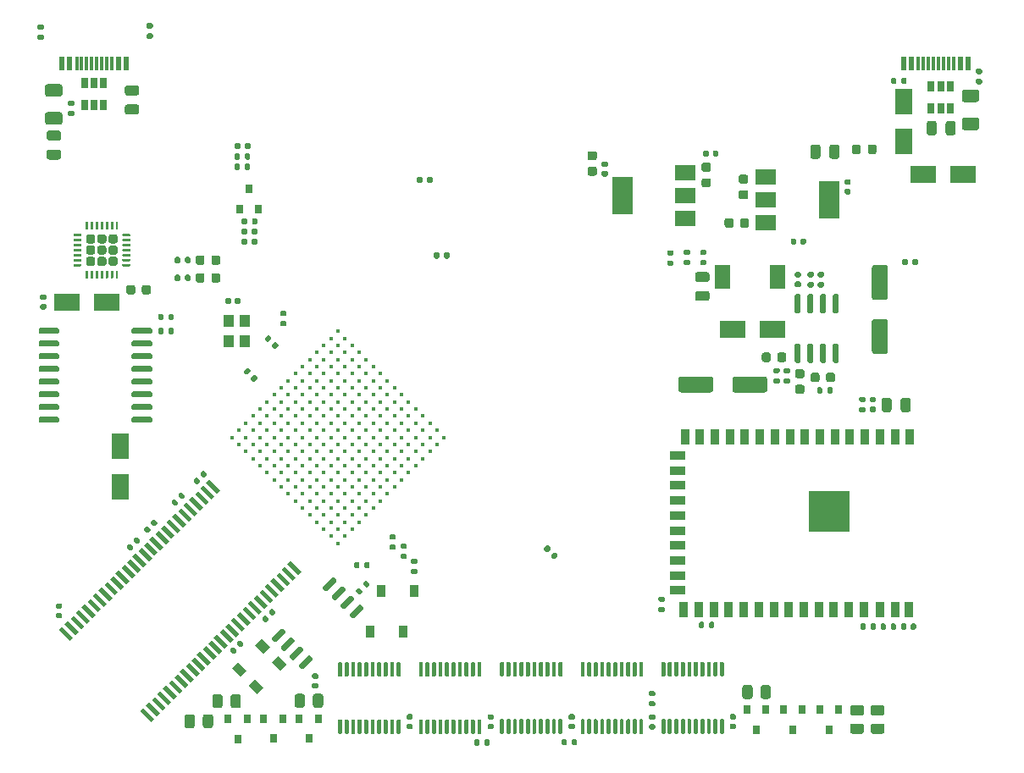
<source format=gbr>
%TF.GenerationSoftware,KiCad,Pcbnew,5.1.10-88a1d61d58~89~ubuntu20.04.1*%
%TF.CreationDate,2021-07-13T22:21:08+02:00*%
%TF.ProjectId,max80,6d617838-302e-46b6-9963-61645f706362,0.01*%
%TF.SameCoordinates,Original*%
%TF.FileFunction,Paste,Top*%
%TF.FilePolarity,Positive*%
%FSLAX46Y46*%
G04 Gerber Fmt 4.6, Leading zero omitted, Abs format (unit mm)*
G04 Created by KiCad (PCBNEW 5.1.10-88a1d61d58~89~ubuntu20.04.1) date 2021-07-13 22:21:08*
%MOMM*%
%LPD*%
G01*
G04 APERTURE LIST*
%ADD10R,0.800000X0.900000*%
%ADD11C,0.400000*%
%ADD12R,0.900000X1.200000*%
%ADD13C,0.100000*%
%ADD14R,2.000000X1.500000*%
%ADD15R,2.000000X3.800000*%
%ADD16R,1.100000X1.300000*%
%ADD17R,1.800000X2.500000*%
%ADD18R,2.500000X1.800000*%
%ADD19R,0.600000X1.450000*%
%ADD20R,0.300000X1.450000*%
%ADD21R,0.900000X1.500000*%
%ADD22R,1.500000X0.900000*%
%ADD23R,4.100000X4.100000*%
%ADD24R,1.500000X2.400000*%
%ADD25R,0.650000X1.060000*%
G04 APERTURE END LIST*
%TO.C,C83*%
G36*
G01*
X127790000Y-72090000D02*
X127790000Y-71750000D01*
G75*
G02*
X127930000Y-71610000I140000J0D01*
G01*
X128210000Y-71610000D01*
G75*
G02*
X128350000Y-71750000I0J-140000D01*
G01*
X128350000Y-72090000D01*
G75*
G02*
X128210000Y-72230000I-140000J0D01*
G01*
X127930000Y-72230000D01*
G75*
G02*
X127790000Y-72090000I0J140000D01*
G01*
G37*
G36*
G01*
X126830000Y-72090000D02*
X126830000Y-71750000D01*
G75*
G02*
X126970000Y-71610000I140000J0D01*
G01*
X127250000Y-71610000D01*
G75*
G02*
X127390000Y-71750000I0J-140000D01*
G01*
X127390000Y-72090000D01*
G75*
G02*
X127250000Y-72230000I-140000J0D01*
G01*
X126970000Y-72230000D01*
G75*
G02*
X126830000Y-72090000I0J140000D01*
G01*
G37*
%TD*%
%TO.C,C61*%
G36*
G01*
X177520000Y-80820000D02*
X177520000Y-79720000D01*
G75*
G02*
X177770000Y-79470000I250000J0D01*
G01*
X180770000Y-79470000D01*
G75*
G02*
X181020000Y-79720000I0J-250000D01*
G01*
X181020000Y-80820000D01*
G75*
G02*
X180770000Y-81070000I-250000J0D01*
G01*
X177770000Y-81070000D01*
G75*
G02*
X177520000Y-80820000I0J250000D01*
G01*
G37*
G36*
G01*
X172120000Y-80820000D02*
X172120000Y-79720000D01*
G75*
G02*
X172370000Y-79470000I250000J0D01*
G01*
X175370000Y-79470000D01*
G75*
G02*
X175620000Y-79720000I0J-250000D01*
G01*
X175620000Y-80820000D01*
G75*
G02*
X175370000Y-81070000I-250000J0D01*
G01*
X172370000Y-81070000D01*
G75*
G02*
X172120000Y-80820000I0J250000D01*
G01*
G37*
%TD*%
%TO.C,C60*%
G36*
G01*
X191720000Y-73720000D02*
X192820000Y-73720000D01*
G75*
G02*
X193070000Y-73970000I0J-250000D01*
G01*
X193070000Y-76970000D01*
G75*
G02*
X192820000Y-77220000I-250000J0D01*
G01*
X191720000Y-77220000D01*
G75*
G02*
X191470000Y-76970000I0J250000D01*
G01*
X191470000Y-73970000D01*
G75*
G02*
X191720000Y-73720000I250000J0D01*
G01*
G37*
G36*
G01*
X191720000Y-68320000D02*
X192820000Y-68320000D01*
G75*
G02*
X193070000Y-68570000I0J-250000D01*
G01*
X193070000Y-71570000D01*
G75*
G02*
X192820000Y-71820000I-250000J0D01*
G01*
X191720000Y-71820000D01*
G75*
G02*
X191470000Y-71570000I0J250000D01*
G01*
X191470000Y-68570000D01*
G75*
G02*
X191720000Y-68320000I250000J0D01*
G01*
G37*
%TD*%
%TO.C,C57*%
G36*
G01*
X184020000Y-80295000D02*
X184520000Y-80295000D01*
G75*
G02*
X184745000Y-80520000I0J-225000D01*
G01*
X184745000Y-80970000D01*
G75*
G02*
X184520000Y-81195000I-225000J0D01*
G01*
X184020000Y-81195000D01*
G75*
G02*
X183795000Y-80970000I0J225000D01*
G01*
X183795000Y-80520000D01*
G75*
G02*
X184020000Y-80295000I225000J0D01*
G01*
G37*
G36*
G01*
X184020000Y-78745000D02*
X184520000Y-78745000D01*
G75*
G02*
X184745000Y-78970000I0J-225000D01*
G01*
X184745000Y-79420000D01*
G75*
G02*
X184520000Y-79645000I-225000J0D01*
G01*
X184020000Y-79645000D01*
G75*
G02*
X183795000Y-79420000I0J225000D01*
G01*
X183795000Y-78970000D01*
G75*
G02*
X184020000Y-78745000I225000J0D01*
G01*
G37*
%TD*%
%TO.C,R50*%
G36*
G01*
X147020000Y-60005000D02*
X147020000Y-59635000D01*
G75*
G02*
X147155000Y-59500000I135000J0D01*
G01*
X147425000Y-59500000D01*
G75*
G02*
X147560000Y-59635000I0J-135000D01*
G01*
X147560000Y-60005000D01*
G75*
G02*
X147425000Y-60140000I-135000J0D01*
G01*
X147155000Y-60140000D01*
G75*
G02*
X147020000Y-60005000I0J135000D01*
G01*
G37*
G36*
G01*
X146000000Y-60005000D02*
X146000000Y-59635000D01*
G75*
G02*
X146135000Y-59500000I135000J0D01*
G01*
X146405000Y-59500000D01*
G75*
G02*
X146540000Y-59635000I0J-135000D01*
G01*
X146540000Y-60005000D01*
G75*
G02*
X146405000Y-60140000I-135000J0D01*
G01*
X146135000Y-60140000D01*
G75*
G02*
X146000000Y-60005000I0J135000D01*
G01*
G37*
%TD*%
%TO.C,R49*%
G36*
G01*
X148230000Y-67185000D02*
X148230000Y-67555000D01*
G75*
G02*
X148095000Y-67690000I-135000J0D01*
G01*
X147825000Y-67690000D01*
G75*
G02*
X147690000Y-67555000I0J135000D01*
G01*
X147690000Y-67185000D01*
G75*
G02*
X147825000Y-67050000I135000J0D01*
G01*
X148095000Y-67050000D01*
G75*
G02*
X148230000Y-67185000I0J-135000D01*
G01*
G37*
G36*
G01*
X149250000Y-67185000D02*
X149250000Y-67555000D01*
G75*
G02*
X149115000Y-67690000I-135000J0D01*
G01*
X148845000Y-67690000D01*
G75*
G02*
X148710000Y-67555000I0J135000D01*
G01*
X148710000Y-67185000D01*
G75*
G02*
X148845000Y-67050000I135000J0D01*
G01*
X149115000Y-67050000D01*
G75*
G02*
X149250000Y-67185000I0J-135000D01*
G01*
G37*
%TD*%
%TO.C,R47*%
G36*
G01*
X128310000Y-58325000D02*
X128310000Y-58695000D01*
G75*
G02*
X128175000Y-58830000I-135000J0D01*
G01*
X127905000Y-58830000D01*
G75*
G02*
X127770000Y-58695000I0J135000D01*
G01*
X127770000Y-58325000D01*
G75*
G02*
X127905000Y-58190000I135000J0D01*
G01*
X128175000Y-58190000D01*
G75*
G02*
X128310000Y-58325000I0J-135000D01*
G01*
G37*
G36*
G01*
X129330000Y-58325000D02*
X129330000Y-58695000D01*
G75*
G02*
X129195000Y-58830000I-135000J0D01*
G01*
X128925000Y-58830000D01*
G75*
G02*
X128790000Y-58695000I0J135000D01*
G01*
X128790000Y-58325000D01*
G75*
G02*
X128925000Y-58190000I135000J0D01*
G01*
X129195000Y-58190000D01*
G75*
G02*
X129330000Y-58325000I0J-135000D01*
G01*
G37*
%TD*%
%TO.C,R46*%
G36*
G01*
X129030000Y-63785000D02*
X129030000Y-64155000D01*
G75*
G02*
X128895000Y-64290000I-135000J0D01*
G01*
X128625000Y-64290000D01*
G75*
G02*
X128490000Y-64155000I0J135000D01*
G01*
X128490000Y-63785000D01*
G75*
G02*
X128625000Y-63650000I135000J0D01*
G01*
X128895000Y-63650000D01*
G75*
G02*
X129030000Y-63785000I0J-135000D01*
G01*
G37*
G36*
G01*
X130050000Y-63785000D02*
X130050000Y-64155000D01*
G75*
G02*
X129915000Y-64290000I-135000J0D01*
G01*
X129645000Y-64290000D01*
G75*
G02*
X129510000Y-64155000I0J135000D01*
G01*
X129510000Y-63785000D01*
G75*
G02*
X129645000Y-63650000I135000J0D01*
G01*
X129915000Y-63650000D01*
G75*
G02*
X130050000Y-63785000I0J-135000D01*
G01*
G37*
%TD*%
D10*
%TO.C,Q7*%
X129220000Y-60720000D03*
X130170000Y-62720000D03*
X128270000Y-62720000D03*
%TD*%
D11*
%TO.C,U13*%
X132438146Y-80605253D03*
X133145253Y-79898146D03*
X133852359Y-79191039D03*
X134559466Y-78483932D03*
X135266573Y-77776825D03*
X135973680Y-77069719D03*
X136680786Y-76362612D03*
X137387893Y-75655505D03*
X138095000Y-74948398D03*
X138802107Y-79898146D03*
X138095000Y-80605253D03*
X137387893Y-81312359D03*
X136680786Y-82019466D03*
X137387893Y-82726573D03*
X138095000Y-82019466D03*
X138802107Y-81312359D03*
X139509214Y-80605253D03*
X138802107Y-75655505D03*
X138095000Y-76362612D03*
X137387893Y-77069719D03*
X136680786Y-77776825D03*
X135973680Y-78483932D03*
X135266573Y-79191039D03*
X134559466Y-79898146D03*
X133852359Y-80605253D03*
X133145253Y-81312359D03*
X133852359Y-82019466D03*
X134559466Y-81312359D03*
X135266573Y-80605253D03*
X135973680Y-79898146D03*
X136680786Y-79191039D03*
X137387893Y-78483932D03*
X138095000Y-77776825D03*
X138802107Y-77069719D03*
X139509214Y-76362612D03*
X140216320Y-81312359D03*
X139509214Y-82019466D03*
X138802107Y-82726573D03*
X138095000Y-83433680D03*
X138802107Y-84140786D03*
X139509214Y-83433680D03*
X140216320Y-82726573D03*
X140923427Y-82019466D03*
X140216320Y-77069719D03*
X139509214Y-77776825D03*
X138802107Y-78483932D03*
X138095000Y-79191039D03*
X137387893Y-79898146D03*
X136680786Y-80605253D03*
X135973680Y-81312359D03*
X135266573Y-82019466D03*
X134559466Y-82726573D03*
X135973680Y-82726573D03*
X136680786Y-83433680D03*
X137387893Y-84140786D03*
X135266573Y-83433680D03*
X135973680Y-84140786D03*
X136680786Y-84847893D03*
X137387893Y-85555000D03*
X140923427Y-77776825D03*
X140216320Y-78483932D03*
X136680786Y-86262107D03*
X135973680Y-85555000D03*
X135266573Y-84847893D03*
X134559466Y-84140786D03*
X138095000Y-84847893D03*
X133852359Y-84847893D03*
X134559466Y-85555000D03*
X135266573Y-86262107D03*
X135973680Y-86969214D03*
X139509214Y-79191039D03*
X133145253Y-85555000D03*
X133852359Y-86262107D03*
X134559466Y-86969214D03*
X135266573Y-87676320D03*
X141630534Y-82726573D03*
X141630534Y-78483932D03*
X142337641Y-79191039D03*
X143044747Y-79898146D03*
X143751854Y-80605253D03*
X144458961Y-81312359D03*
X140923427Y-79191039D03*
X141630534Y-79898146D03*
X142337641Y-80605253D03*
X143044747Y-81312359D03*
X143751854Y-82019466D03*
X143044747Y-82726573D03*
X142337641Y-82019466D03*
X141630534Y-81312359D03*
X140923427Y-80605253D03*
X140216320Y-79898146D03*
X142337641Y-83433680D03*
X143044747Y-84140786D03*
X143751854Y-84847893D03*
X140923427Y-83433680D03*
X145166068Y-82019466D03*
X145873175Y-82726573D03*
X144458961Y-82726573D03*
X145166068Y-83433680D03*
X143751854Y-83433680D03*
X144458961Y-84140786D03*
X141630534Y-84140786D03*
X142337641Y-84847893D03*
X143044747Y-85555000D03*
X140216320Y-84140786D03*
X140923427Y-84847893D03*
X141630534Y-85555000D03*
X142337641Y-86262107D03*
X139509214Y-84847893D03*
X140216320Y-85555000D03*
X140923427Y-86262107D03*
X141630534Y-86969214D03*
X138802107Y-85555000D03*
X139509214Y-86262107D03*
X140216320Y-86969214D03*
X140923427Y-87676320D03*
X138095000Y-86262107D03*
X138802107Y-86969214D03*
X139509214Y-87676320D03*
X140216320Y-88383427D03*
X137387893Y-86969214D03*
X138095000Y-87676320D03*
X138802107Y-88383427D03*
X139509214Y-89090534D03*
X136680786Y-87676320D03*
X137387893Y-88383427D03*
X138095000Y-89090534D03*
X138802107Y-89797641D03*
X138095000Y-90504747D03*
X137387893Y-89797641D03*
X136680786Y-89090534D03*
X135973680Y-88383427D03*
X146580281Y-83433680D03*
X147287388Y-84140786D03*
X147994495Y-84847893D03*
X148701602Y-85555000D03*
X147994495Y-86262107D03*
X147287388Y-86969214D03*
X146580281Y-87676320D03*
X147287388Y-85555000D03*
X146580281Y-86262107D03*
X145873175Y-86969214D03*
X145166068Y-86262107D03*
X145873175Y-85555000D03*
X146580281Y-84847893D03*
X145873175Y-84140786D03*
X145166068Y-84847893D03*
X144458961Y-85555000D03*
X143751854Y-86262107D03*
X144458961Y-86969214D03*
X145166068Y-87676320D03*
X145873175Y-88383427D03*
X145166068Y-89090534D03*
X144458961Y-88383427D03*
X143751854Y-87676320D03*
X143044747Y-86969214D03*
X142337641Y-87676320D03*
X143044747Y-88383427D03*
X143751854Y-89090534D03*
X144458961Y-89797641D03*
X143044747Y-89797641D03*
X142337641Y-89090534D03*
X141630534Y-88383427D03*
X140923427Y-89090534D03*
X141630534Y-89797641D03*
X142337641Y-90504747D03*
X141630534Y-91211854D03*
X140923427Y-90504747D03*
X140216320Y-89797641D03*
X139509214Y-90504747D03*
X140216320Y-91211854D03*
X140923427Y-91918961D03*
X130316825Y-82726573D03*
X131023932Y-82019466D03*
X131731039Y-81312359D03*
X132438146Y-82019466D03*
X131731039Y-82726573D03*
X131023932Y-83433680D03*
X131731039Y-84140786D03*
X132438146Y-83433680D03*
X133145253Y-82726573D03*
X133852359Y-83433680D03*
X133145253Y-84140786D03*
X132438146Y-84847893D03*
X128902612Y-84140786D03*
X129609719Y-83433680D03*
X130316825Y-84140786D03*
X129609719Y-84847893D03*
X131731039Y-85555000D03*
X131023932Y-84847893D03*
X130316825Y-85555000D03*
X131023932Y-86262107D03*
X131731039Y-86969214D03*
X132438146Y-86262107D03*
X133145253Y-86969214D03*
X132438146Y-87676320D03*
X133852359Y-87676320D03*
X133145253Y-88383427D03*
X138802107Y-91211854D03*
X139509214Y-91918961D03*
X140216320Y-92626068D03*
X134559466Y-88383427D03*
X135266573Y-89090534D03*
X135973680Y-89797641D03*
X136680786Y-90504747D03*
X137387893Y-91211854D03*
X138095000Y-91918961D03*
X138802107Y-92626068D03*
X139509214Y-93333175D03*
X133852359Y-89090534D03*
X134559466Y-89797641D03*
X135266573Y-90504747D03*
X135973680Y-91211854D03*
X136680786Y-91918961D03*
X137387893Y-92626068D03*
X138095000Y-93333175D03*
X138802107Y-94040281D03*
X136680786Y-93333175D03*
X137387893Y-94040281D03*
X138095000Y-94747388D03*
X135973680Y-92626068D03*
X135266573Y-91918961D03*
X134559466Y-91211854D03*
X133852359Y-90504747D03*
X133145253Y-89797641D03*
X132438146Y-89090534D03*
X131731039Y-88383427D03*
X131023932Y-87676320D03*
X130316825Y-86969214D03*
X129609719Y-86262107D03*
X128902612Y-85555000D03*
X128195505Y-84847893D03*
X143751854Y-90504747D03*
X143044747Y-91211854D03*
X142337641Y-91918961D03*
X141630534Y-92626068D03*
X140923427Y-93333175D03*
X140216320Y-94040281D03*
X139509214Y-94747388D03*
X138802107Y-95454495D03*
X127488398Y-85555000D03*
X128195505Y-86262107D03*
X128902612Y-86969214D03*
X129609719Y-87676320D03*
X130316825Y-88383427D03*
X131023932Y-89090534D03*
X131731039Y-89797641D03*
X132438146Y-90504747D03*
X133145253Y-91211854D03*
X133852359Y-91918961D03*
X134559466Y-92626068D03*
X135266573Y-93333175D03*
X135973680Y-94040281D03*
X136680786Y-94747388D03*
X137387893Y-95454495D03*
X138095000Y-96161602D03*
%TD*%
D12*
%TO.C,D7*%
X142445000Y-100920000D03*
X145745000Y-100920000D03*
%TD*%
D13*
%TO.C,D6*%
G36*
X130667792Y-107170736D02*
G01*
X129819264Y-106322208D01*
X130455660Y-105685812D01*
X131304188Y-106534340D01*
X130667792Y-107170736D01*
G37*
G36*
X128334340Y-109504188D02*
G01*
X127485812Y-108655660D01*
X128122208Y-108019264D01*
X128970736Y-108867792D01*
X128334340Y-109504188D01*
G37*
%TD*%
%TO.C,D5*%
G36*
X132367792Y-108895736D02*
G01*
X131519264Y-108047208D01*
X132155660Y-107410812D01*
X133004188Y-108259340D01*
X132367792Y-108895736D01*
G37*
G36*
X130034340Y-111229188D02*
G01*
X129185812Y-110380660D01*
X129822208Y-109744264D01*
X130670736Y-110592792D01*
X130034340Y-111229188D01*
G37*
%TD*%
D12*
%TO.C,D4*%
X141295000Y-104945000D03*
X144595000Y-104945000D03*
%TD*%
%TO.C,R45*%
G36*
G01*
X190445002Y-113370000D02*
X189544998Y-113370000D01*
G75*
G02*
X189295000Y-113120002I0J249998D01*
G01*
X189295000Y-112594998D01*
G75*
G02*
X189544998Y-112345000I249998J0D01*
G01*
X190445002Y-112345000D01*
G75*
G02*
X190695000Y-112594998I0J-249998D01*
G01*
X190695000Y-113120002D01*
G75*
G02*
X190445002Y-113370000I-249998J0D01*
G01*
G37*
G36*
G01*
X190445002Y-115195000D02*
X189544998Y-115195000D01*
G75*
G02*
X189295000Y-114945002I0J249998D01*
G01*
X189295000Y-114419998D01*
G75*
G02*
X189544998Y-114170000I249998J0D01*
G01*
X190445002Y-114170000D01*
G75*
G02*
X190695000Y-114419998I0J-249998D01*
G01*
X190695000Y-114945002D01*
G75*
G02*
X190445002Y-115195000I-249998J0D01*
G01*
G37*
%TD*%
%TO.C,R44*%
G36*
G01*
X124595000Y-114395002D02*
X124595000Y-113494998D01*
G75*
G02*
X124844998Y-113245000I249998J0D01*
G01*
X125370002Y-113245000D01*
G75*
G02*
X125620000Y-113494998I0J-249998D01*
G01*
X125620000Y-114395002D01*
G75*
G02*
X125370002Y-114645000I-249998J0D01*
G01*
X124844998Y-114645000D01*
G75*
G02*
X124595000Y-114395002I0J249998D01*
G01*
G37*
G36*
G01*
X122770000Y-114395002D02*
X122770000Y-113494998D01*
G75*
G02*
X123019998Y-113245000I249998J0D01*
G01*
X123545002Y-113245000D01*
G75*
G02*
X123795000Y-113494998I0J-249998D01*
G01*
X123795000Y-114395002D01*
G75*
G02*
X123545002Y-114645000I-249998J0D01*
G01*
X123019998Y-114645000D01*
G75*
G02*
X122770000Y-114395002I0J249998D01*
G01*
G37*
%TD*%
%TO.C,R43*%
G36*
G01*
X192490002Y-113370000D02*
X191589998Y-113370000D01*
G75*
G02*
X191340000Y-113120002I0J249998D01*
G01*
X191340000Y-112594998D01*
G75*
G02*
X191589998Y-112345000I249998J0D01*
G01*
X192490002Y-112345000D01*
G75*
G02*
X192740000Y-112594998I0J-249998D01*
G01*
X192740000Y-113120002D01*
G75*
G02*
X192490002Y-113370000I-249998J0D01*
G01*
G37*
G36*
G01*
X192490002Y-115195000D02*
X191589998Y-115195000D01*
G75*
G02*
X191340000Y-114945002I0J249998D01*
G01*
X191340000Y-114419998D01*
G75*
G02*
X191589998Y-114170000I249998J0D01*
G01*
X192490002Y-114170000D01*
G75*
G02*
X192740000Y-114419998I0J-249998D01*
G01*
X192740000Y-114945002D01*
G75*
G02*
X192490002Y-115195000I-249998J0D01*
G01*
G37*
%TD*%
%TO.C,R28*%
G36*
G01*
X180345000Y-111470002D02*
X180345000Y-110569998D01*
G75*
G02*
X180594998Y-110320000I249998J0D01*
G01*
X181120002Y-110320000D01*
G75*
G02*
X181370000Y-110569998I0J-249998D01*
G01*
X181370000Y-111470002D01*
G75*
G02*
X181120002Y-111720000I-249998J0D01*
G01*
X180594998Y-111720000D01*
G75*
G02*
X180345000Y-111470002I0J249998D01*
G01*
G37*
G36*
G01*
X178520000Y-111470002D02*
X178520000Y-110569998D01*
G75*
G02*
X178769998Y-110320000I249998J0D01*
G01*
X179295002Y-110320000D01*
G75*
G02*
X179545000Y-110569998I0J-249998D01*
G01*
X179545000Y-111470002D01*
G75*
G02*
X179295002Y-111720000I-249998J0D01*
G01*
X178769998Y-111720000D01*
G75*
G02*
X178520000Y-111470002I0J249998D01*
G01*
G37*
%TD*%
%TO.C,R27*%
G36*
G01*
X135595000Y-112345002D02*
X135595000Y-111444998D01*
G75*
G02*
X135844998Y-111195000I249998J0D01*
G01*
X136370002Y-111195000D01*
G75*
G02*
X136620000Y-111444998I0J-249998D01*
G01*
X136620000Y-112345002D01*
G75*
G02*
X136370002Y-112595000I-249998J0D01*
G01*
X135844998Y-112595000D01*
G75*
G02*
X135595000Y-112345002I0J249998D01*
G01*
G37*
G36*
G01*
X133770000Y-112345002D02*
X133770000Y-111444998D01*
G75*
G02*
X134019998Y-111195000I249998J0D01*
G01*
X134545002Y-111195000D01*
G75*
G02*
X134795000Y-111444998I0J-249998D01*
G01*
X134795000Y-112345002D01*
G75*
G02*
X134545002Y-112595000I-249998J0D01*
G01*
X134019998Y-112595000D01*
G75*
G02*
X133770000Y-112345002I0J249998D01*
G01*
G37*
%TD*%
%TO.C,R26*%
G36*
G01*
X127370000Y-112395002D02*
X127370000Y-111494998D01*
G75*
G02*
X127619998Y-111245000I249998J0D01*
G01*
X128145002Y-111245000D01*
G75*
G02*
X128395000Y-111494998I0J-249998D01*
G01*
X128395000Y-112395002D01*
G75*
G02*
X128145002Y-112645000I-249998J0D01*
G01*
X127619998Y-112645000D01*
G75*
G02*
X127370000Y-112395002I0J249998D01*
G01*
G37*
G36*
G01*
X125545000Y-112395002D02*
X125545000Y-111494998D01*
G75*
G02*
X125794998Y-111245000I249998J0D01*
G01*
X126320002Y-111245000D01*
G75*
G02*
X126570000Y-111494998I0J-249998D01*
G01*
X126570000Y-112395002D01*
G75*
G02*
X126320002Y-112645000I-249998J0D01*
G01*
X125794998Y-112645000D01*
G75*
G02*
X125545000Y-112395002I0J249998D01*
G01*
G37*
%TD*%
%TO.C,R25*%
G36*
G01*
X169680000Y-111455000D02*
X169310000Y-111455000D01*
G75*
G02*
X169175000Y-111320000I0J135000D01*
G01*
X169175000Y-111050000D01*
G75*
G02*
X169310000Y-110915000I135000J0D01*
G01*
X169680000Y-110915000D01*
G75*
G02*
X169815000Y-111050000I0J-135000D01*
G01*
X169815000Y-111320000D01*
G75*
G02*
X169680000Y-111455000I-135000J0D01*
G01*
G37*
G36*
G01*
X169680000Y-112475000D02*
X169310000Y-112475000D01*
G75*
G02*
X169175000Y-112340000I0J135000D01*
G01*
X169175000Y-112070000D01*
G75*
G02*
X169310000Y-111935000I135000J0D01*
G01*
X169680000Y-111935000D01*
G75*
G02*
X169815000Y-112070000I0J-135000D01*
G01*
X169815000Y-112340000D01*
G75*
G02*
X169680000Y-112475000I-135000J0D01*
G01*
G37*
%TD*%
D10*
%TO.C,Q6*%
X128070000Y-115710000D03*
X127120000Y-113710000D03*
X129020000Y-113710000D03*
%TD*%
D14*
%TO.C,U16*%
X180890000Y-59490000D03*
X180890000Y-64090000D03*
X180890000Y-61790000D03*
D15*
X187190000Y-61790000D03*
%TD*%
D14*
%TO.C,U1*%
X172820000Y-63670000D03*
X172820000Y-59070000D03*
X172820000Y-61370000D03*
D15*
X166520000Y-61370000D03*
%TD*%
%TO.C,C74*%
G36*
G01*
X164940000Y-58520000D02*
X164600000Y-58520000D01*
G75*
G02*
X164460000Y-58380000I0J140000D01*
G01*
X164460000Y-58100000D01*
G75*
G02*
X164600000Y-57960000I140000J0D01*
G01*
X164940000Y-57960000D01*
G75*
G02*
X165080000Y-58100000I0J-140000D01*
G01*
X165080000Y-58380000D01*
G75*
G02*
X164940000Y-58520000I-140000J0D01*
G01*
G37*
G36*
G01*
X164940000Y-59480000D02*
X164600000Y-59480000D01*
G75*
G02*
X164460000Y-59340000I0J140000D01*
G01*
X164460000Y-59060000D01*
G75*
G02*
X164600000Y-58920000I140000J0D01*
G01*
X164940000Y-58920000D01*
G75*
G02*
X165080000Y-59060000I0J-140000D01*
G01*
X165080000Y-59340000D01*
G75*
G02*
X164940000Y-59480000I-140000J0D01*
G01*
G37*
%TD*%
%TO.C,C73*%
G36*
G01*
X189220000Y-60310000D02*
X188880000Y-60310000D01*
G75*
G02*
X188740000Y-60170000I0J140000D01*
G01*
X188740000Y-59890000D01*
G75*
G02*
X188880000Y-59750000I140000J0D01*
G01*
X189220000Y-59750000D01*
G75*
G02*
X189360000Y-59890000I0J-140000D01*
G01*
X189360000Y-60170000D01*
G75*
G02*
X189220000Y-60310000I-140000J0D01*
G01*
G37*
G36*
G01*
X189220000Y-61270000D02*
X188880000Y-61270000D01*
G75*
G02*
X188740000Y-61130000I0J140000D01*
G01*
X188740000Y-60850000D01*
G75*
G02*
X188880000Y-60710000I140000J0D01*
G01*
X189220000Y-60710000D01*
G75*
G02*
X189360000Y-60850000I0J-140000D01*
G01*
X189360000Y-61130000D01*
G75*
G02*
X189220000Y-61270000I-140000J0D01*
G01*
G37*
%TD*%
%TO.C,C72*%
G36*
G01*
X163770000Y-57845000D02*
X163270000Y-57845000D01*
G75*
G02*
X163045000Y-57620000I0J225000D01*
G01*
X163045000Y-57170000D01*
G75*
G02*
X163270000Y-56945000I225000J0D01*
G01*
X163770000Y-56945000D01*
G75*
G02*
X163995000Y-57170000I0J-225000D01*
G01*
X163995000Y-57620000D01*
G75*
G02*
X163770000Y-57845000I-225000J0D01*
G01*
G37*
G36*
G01*
X163770000Y-59395000D02*
X163270000Y-59395000D01*
G75*
G02*
X163045000Y-59170000I0J225000D01*
G01*
X163045000Y-58720000D01*
G75*
G02*
X163270000Y-58495000I225000J0D01*
G01*
X163770000Y-58495000D01*
G75*
G02*
X163995000Y-58720000I0J-225000D01*
G01*
X163995000Y-59170000D01*
G75*
G02*
X163770000Y-59395000I-225000J0D01*
G01*
G37*
%TD*%
%TO.C,C71*%
G36*
G01*
X178880000Y-60195000D02*
X178380000Y-60195000D01*
G75*
G02*
X178155000Y-59970000I0J225000D01*
G01*
X178155000Y-59520000D01*
G75*
G02*
X178380000Y-59295000I225000J0D01*
G01*
X178880000Y-59295000D01*
G75*
G02*
X179105000Y-59520000I0J-225000D01*
G01*
X179105000Y-59970000D01*
G75*
G02*
X178880000Y-60195000I-225000J0D01*
G01*
G37*
G36*
G01*
X178880000Y-61745000D02*
X178380000Y-61745000D01*
G75*
G02*
X178155000Y-61520000I0J225000D01*
G01*
X178155000Y-61070000D01*
G75*
G02*
X178380000Y-60845000I225000J0D01*
G01*
X178880000Y-60845000D01*
G75*
G02*
X179105000Y-61070000I0J-225000D01*
G01*
X179105000Y-61520000D01*
G75*
G02*
X178880000Y-61745000I-225000J0D01*
G01*
G37*
%TD*%
%TO.C,C70*%
G36*
G01*
X177645000Y-63870000D02*
X177645000Y-64370000D01*
G75*
G02*
X177420000Y-64595000I-225000J0D01*
G01*
X176970000Y-64595000D01*
G75*
G02*
X176745000Y-64370000I0J225000D01*
G01*
X176745000Y-63870000D01*
G75*
G02*
X176970000Y-63645000I225000J0D01*
G01*
X177420000Y-63645000D01*
G75*
G02*
X177645000Y-63870000I0J-225000D01*
G01*
G37*
G36*
G01*
X179195000Y-63870000D02*
X179195000Y-64370000D01*
G75*
G02*
X178970000Y-64595000I-225000J0D01*
G01*
X178520000Y-64595000D01*
G75*
G02*
X178295000Y-64370000I0J225000D01*
G01*
X178295000Y-63870000D01*
G75*
G02*
X178520000Y-63645000I225000J0D01*
G01*
X178970000Y-63645000D01*
G75*
G02*
X179195000Y-63870000I0J-225000D01*
G01*
G37*
%TD*%
%TO.C,C67*%
G36*
G01*
X174670000Y-59645000D02*
X175170000Y-59645000D01*
G75*
G02*
X175395000Y-59870000I0J-225000D01*
G01*
X175395000Y-60320000D01*
G75*
G02*
X175170000Y-60545000I-225000J0D01*
G01*
X174670000Y-60545000D01*
G75*
G02*
X174445000Y-60320000I0J225000D01*
G01*
X174445000Y-59870000D01*
G75*
G02*
X174670000Y-59645000I225000J0D01*
G01*
G37*
G36*
G01*
X174670000Y-58095000D02*
X175170000Y-58095000D01*
G75*
G02*
X175395000Y-58320000I0J-225000D01*
G01*
X175395000Y-58770000D01*
G75*
G02*
X175170000Y-58995000I-225000J0D01*
G01*
X174670000Y-58995000D01*
G75*
G02*
X174445000Y-58770000I0J225000D01*
G01*
X174445000Y-58320000D01*
G75*
G02*
X174670000Y-58095000I225000J0D01*
G01*
G37*
%TD*%
%TO.C,C65*%
G36*
G01*
X184320000Y-66140000D02*
X184320000Y-65800000D01*
G75*
G02*
X184460000Y-65660000I140000J0D01*
G01*
X184740000Y-65660000D01*
G75*
G02*
X184880000Y-65800000I0J-140000D01*
G01*
X184880000Y-66140000D01*
G75*
G02*
X184740000Y-66280000I-140000J0D01*
G01*
X184460000Y-66280000D01*
G75*
G02*
X184320000Y-66140000I0J140000D01*
G01*
G37*
G36*
G01*
X183360000Y-66140000D02*
X183360000Y-65800000D01*
G75*
G02*
X183500000Y-65660000I140000J0D01*
G01*
X183780000Y-65660000D01*
G75*
G02*
X183920000Y-65800000I0J-140000D01*
G01*
X183920000Y-66140000D01*
G75*
G02*
X183780000Y-66280000I-140000J0D01*
G01*
X183500000Y-66280000D01*
G75*
G02*
X183360000Y-66140000I0J140000D01*
G01*
G37*
%TD*%
%TO.C,C64*%
G36*
G01*
X175570000Y-57340000D02*
X175570000Y-57000000D01*
G75*
G02*
X175710000Y-56860000I140000J0D01*
G01*
X175990000Y-56860000D01*
G75*
G02*
X176130000Y-57000000I0J-140000D01*
G01*
X176130000Y-57340000D01*
G75*
G02*
X175990000Y-57480000I-140000J0D01*
G01*
X175710000Y-57480000D01*
G75*
G02*
X175570000Y-57340000I0J140000D01*
G01*
G37*
G36*
G01*
X174610000Y-57340000D02*
X174610000Y-57000000D01*
G75*
G02*
X174750000Y-56860000I140000J0D01*
G01*
X175030000Y-56860000D01*
G75*
G02*
X175170000Y-57000000I0J-140000D01*
G01*
X175170000Y-57340000D01*
G75*
G02*
X175030000Y-57480000I-140000J0D01*
G01*
X174750000Y-57480000D01*
G75*
G02*
X174610000Y-57340000I0J140000D01*
G01*
G37*
%TD*%
%TO.C,R24*%
G36*
G01*
X129500000Y-65175000D02*
X129500000Y-64805000D01*
G75*
G02*
X129635000Y-64670000I135000J0D01*
G01*
X129905000Y-64670000D01*
G75*
G02*
X130040000Y-64805000I0J-135000D01*
G01*
X130040000Y-65175000D01*
G75*
G02*
X129905000Y-65310000I-135000J0D01*
G01*
X129635000Y-65310000D01*
G75*
G02*
X129500000Y-65175000I0J135000D01*
G01*
G37*
G36*
G01*
X128480000Y-65175000D02*
X128480000Y-64805000D01*
G75*
G02*
X128615000Y-64670000I135000J0D01*
G01*
X128885000Y-64670000D01*
G75*
G02*
X129020000Y-64805000I0J-135000D01*
G01*
X129020000Y-65175000D01*
G75*
G02*
X128885000Y-65310000I-135000J0D01*
G01*
X128615000Y-65310000D01*
G75*
G02*
X128480000Y-65175000I0J135000D01*
G01*
G37*
%TD*%
%TO.C,U14*%
G36*
G01*
X168315000Y-113745000D02*
X168515000Y-113745000D01*
G75*
G02*
X168615000Y-113845000I0J-100000D01*
G01*
X168615000Y-115120000D01*
G75*
G02*
X168515000Y-115220000I-100000J0D01*
G01*
X168315000Y-115220000D01*
G75*
G02*
X168215000Y-115120000I0J100000D01*
G01*
X168215000Y-113845000D01*
G75*
G02*
X168315000Y-113745000I100000J0D01*
G01*
G37*
G36*
G01*
X167665000Y-113745000D02*
X167865000Y-113745000D01*
G75*
G02*
X167965000Y-113845000I0J-100000D01*
G01*
X167965000Y-115120000D01*
G75*
G02*
X167865000Y-115220000I-100000J0D01*
G01*
X167665000Y-115220000D01*
G75*
G02*
X167565000Y-115120000I0J100000D01*
G01*
X167565000Y-113845000D01*
G75*
G02*
X167665000Y-113745000I100000J0D01*
G01*
G37*
G36*
G01*
X167015000Y-113745000D02*
X167215000Y-113745000D01*
G75*
G02*
X167315000Y-113845000I0J-100000D01*
G01*
X167315000Y-115120000D01*
G75*
G02*
X167215000Y-115220000I-100000J0D01*
G01*
X167015000Y-115220000D01*
G75*
G02*
X166915000Y-115120000I0J100000D01*
G01*
X166915000Y-113845000D01*
G75*
G02*
X167015000Y-113745000I100000J0D01*
G01*
G37*
G36*
G01*
X166365000Y-113745000D02*
X166565000Y-113745000D01*
G75*
G02*
X166665000Y-113845000I0J-100000D01*
G01*
X166665000Y-115120000D01*
G75*
G02*
X166565000Y-115220000I-100000J0D01*
G01*
X166365000Y-115220000D01*
G75*
G02*
X166265000Y-115120000I0J100000D01*
G01*
X166265000Y-113845000D01*
G75*
G02*
X166365000Y-113745000I100000J0D01*
G01*
G37*
G36*
G01*
X165715000Y-113745000D02*
X165915000Y-113745000D01*
G75*
G02*
X166015000Y-113845000I0J-100000D01*
G01*
X166015000Y-115120000D01*
G75*
G02*
X165915000Y-115220000I-100000J0D01*
G01*
X165715000Y-115220000D01*
G75*
G02*
X165615000Y-115120000I0J100000D01*
G01*
X165615000Y-113845000D01*
G75*
G02*
X165715000Y-113745000I100000J0D01*
G01*
G37*
G36*
G01*
X165065000Y-113745000D02*
X165265000Y-113745000D01*
G75*
G02*
X165365000Y-113845000I0J-100000D01*
G01*
X165365000Y-115120000D01*
G75*
G02*
X165265000Y-115220000I-100000J0D01*
G01*
X165065000Y-115220000D01*
G75*
G02*
X164965000Y-115120000I0J100000D01*
G01*
X164965000Y-113845000D01*
G75*
G02*
X165065000Y-113745000I100000J0D01*
G01*
G37*
G36*
G01*
X164415000Y-113745000D02*
X164615000Y-113745000D01*
G75*
G02*
X164715000Y-113845000I0J-100000D01*
G01*
X164715000Y-115120000D01*
G75*
G02*
X164615000Y-115220000I-100000J0D01*
G01*
X164415000Y-115220000D01*
G75*
G02*
X164315000Y-115120000I0J100000D01*
G01*
X164315000Y-113845000D01*
G75*
G02*
X164415000Y-113745000I100000J0D01*
G01*
G37*
G36*
G01*
X163765000Y-113745000D02*
X163965000Y-113745000D01*
G75*
G02*
X164065000Y-113845000I0J-100000D01*
G01*
X164065000Y-115120000D01*
G75*
G02*
X163965000Y-115220000I-100000J0D01*
G01*
X163765000Y-115220000D01*
G75*
G02*
X163665000Y-115120000I0J100000D01*
G01*
X163665000Y-113845000D01*
G75*
G02*
X163765000Y-113745000I100000J0D01*
G01*
G37*
G36*
G01*
X163115000Y-113745000D02*
X163315000Y-113745000D01*
G75*
G02*
X163415000Y-113845000I0J-100000D01*
G01*
X163415000Y-115120000D01*
G75*
G02*
X163315000Y-115220000I-100000J0D01*
G01*
X163115000Y-115220000D01*
G75*
G02*
X163015000Y-115120000I0J100000D01*
G01*
X163015000Y-113845000D01*
G75*
G02*
X163115000Y-113745000I100000J0D01*
G01*
G37*
G36*
G01*
X162465000Y-113745000D02*
X162665000Y-113745000D01*
G75*
G02*
X162765000Y-113845000I0J-100000D01*
G01*
X162765000Y-115120000D01*
G75*
G02*
X162665000Y-115220000I-100000J0D01*
G01*
X162465000Y-115220000D01*
G75*
G02*
X162365000Y-115120000I0J100000D01*
G01*
X162365000Y-113845000D01*
G75*
G02*
X162465000Y-113745000I100000J0D01*
G01*
G37*
G36*
G01*
X162465000Y-108020000D02*
X162665000Y-108020000D01*
G75*
G02*
X162765000Y-108120000I0J-100000D01*
G01*
X162765000Y-109395000D01*
G75*
G02*
X162665000Y-109495000I-100000J0D01*
G01*
X162465000Y-109495000D01*
G75*
G02*
X162365000Y-109395000I0J100000D01*
G01*
X162365000Y-108120000D01*
G75*
G02*
X162465000Y-108020000I100000J0D01*
G01*
G37*
G36*
G01*
X163115000Y-108020000D02*
X163315000Y-108020000D01*
G75*
G02*
X163415000Y-108120000I0J-100000D01*
G01*
X163415000Y-109395000D01*
G75*
G02*
X163315000Y-109495000I-100000J0D01*
G01*
X163115000Y-109495000D01*
G75*
G02*
X163015000Y-109395000I0J100000D01*
G01*
X163015000Y-108120000D01*
G75*
G02*
X163115000Y-108020000I100000J0D01*
G01*
G37*
G36*
G01*
X163765000Y-108020000D02*
X163965000Y-108020000D01*
G75*
G02*
X164065000Y-108120000I0J-100000D01*
G01*
X164065000Y-109395000D01*
G75*
G02*
X163965000Y-109495000I-100000J0D01*
G01*
X163765000Y-109495000D01*
G75*
G02*
X163665000Y-109395000I0J100000D01*
G01*
X163665000Y-108120000D01*
G75*
G02*
X163765000Y-108020000I100000J0D01*
G01*
G37*
G36*
G01*
X164415000Y-108020000D02*
X164615000Y-108020000D01*
G75*
G02*
X164715000Y-108120000I0J-100000D01*
G01*
X164715000Y-109395000D01*
G75*
G02*
X164615000Y-109495000I-100000J0D01*
G01*
X164415000Y-109495000D01*
G75*
G02*
X164315000Y-109395000I0J100000D01*
G01*
X164315000Y-108120000D01*
G75*
G02*
X164415000Y-108020000I100000J0D01*
G01*
G37*
G36*
G01*
X165065000Y-108020000D02*
X165265000Y-108020000D01*
G75*
G02*
X165365000Y-108120000I0J-100000D01*
G01*
X165365000Y-109395000D01*
G75*
G02*
X165265000Y-109495000I-100000J0D01*
G01*
X165065000Y-109495000D01*
G75*
G02*
X164965000Y-109395000I0J100000D01*
G01*
X164965000Y-108120000D01*
G75*
G02*
X165065000Y-108020000I100000J0D01*
G01*
G37*
G36*
G01*
X165715000Y-108020000D02*
X165915000Y-108020000D01*
G75*
G02*
X166015000Y-108120000I0J-100000D01*
G01*
X166015000Y-109395000D01*
G75*
G02*
X165915000Y-109495000I-100000J0D01*
G01*
X165715000Y-109495000D01*
G75*
G02*
X165615000Y-109395000I0J100000D01*
G01*
X165615000Y-108120000D01*
G75*
G02*
X165715000Y-108020000I100000J0D01*
G01*
G37*
G36*
G01*
X166365000Y-108020000D02*
X166565000Y-108020000D01*
G75*
G02*
X166665000Y-108120000I0J-100000D01*
G01*
X166665000Y-109395000D01*
G75*
G02*
X166565000Y-109495000I-100000J0D01*
G01*
X166365000Y-109495000D01*
G75*
G02*
X166265000Y-109395000I0J100000D01*
G01*
X166265000Y-108120000D01*
G75*
G02*
X166365000Y-108020000I100000J0D01*
G01*
G37*
G36*
G01*
X167015000Y-108020000D02*
X167215000Y-108020000D01*
G75*
G02*
X167315000Y-108120000I0J-100000D01*
G01*
X167315000Y-109395000D01*
G75*
G02*
X167215000Y-109495000I-100000J0D01*
G01*
X167015000Y-109495000D01*
G75*
G02*
X166915000Y-109395000I0J100000D01*
G01*
X166915000Y-108120000D01*
G75*
G02*
X167015000Y-108020000I100000J0D01*
G01*
G37*
G36*
G01*
X167665000Y-108020000D02*
X167865000Y-108020000D01*
G75*
G02*
X167965000Y-108120000I0J-100000D01*
G01*
X167965000Y-109395000D01*
G75*
G02*
X167865000Y-109495000I-100000J0D01*
G01*
X167665000Y-109495000D01*
G75*
G02*
X167565000Y-109395000I0J100000D01*
G01*
X167565000Y-108120000D01*
G75*
G02*
X167665000Y-108020000I100000J0D01*
G01*
G37*
G36*
G01*
X168315000Y-108020000D02*
X168515000Y-108020000D01*
G75*
G02*
X168615000Y-108120000I0J-100000D01*
G01*
X168615000Y-109395000D01*
G75*
G02*
X168515000Y-109495000I-100000J0D01*
G01*
X168315000Y-109495000D01*
G75*
G02*
X168215000Y-109395000I0J100000D01*
G01*
X168215000Y-108120000D01*
G75*
G02*
X168315000Y-108020000I100000J0D01*
G01*
G37*
%TD*%
D10*
%TO.C,Q5*%
X187190000Y-114770000D03*
X186240000Y-112770000D03*
X188140000Y-112770000D03*
%TD*%
%TO.C,Q1*%
X183550000Y-114770000D03*
X182600000Y-112770000D03*
X184500000Y-112770000D03*
%TD*%
D16*
%TO.C,OSC1*%
X128805000Y-73870000D03*
X128805000Y-75970000D03*
X127155000Y-75970000D03*
X127155000Y-73870000D03*
%TD*%
%TO.C,R11*%
G36*
G01*
X132835000Y-73440000D02*
X132465000Y-73440000D01*
G75*
G02*
X132330000Y-73305000I0J135000D01*
G01*
X132330000Y-73035000D01*
G75*
G02*
X132465000Y-72900000I135000J0D01*
G01*
X132835000Y-72900000D01*
G75*
G02*
X132970000Y-73035000I0J-135000D01*
G01*
X132970000Y-73305000D01*
G75*
G02*
X132835000Y-73440000I-135000J0D01*
G01*
G37*
G36*
G01*
X132835000Y-74460000D02*
X132465000Y-74460000D01*
G75*
G02*
X132330000Y-74325000I0J135000D01*
G01*
X132330000Y-74055000D01*
G75*
G02*
X132465000Y-73920000I135000J0D01*
G01*
X132835000Y-73920000D01*
G75*
G02*
X132970000Y-74055000I0J-135000D01*
G01*
X132970000Y-74325000D01*
G75*
G02*
X132835000Y-74460000I-135000J0D01*
G01*
G37*
%TD*%
%TO.C,R2*%
G36*
G01*
X131508891Y-76330520D02*
X131770520Y-76068891D01*
G75*
G02*
X131961438Y-76068891I95459J-95459D01*
G01*
X132152357Y-76259810D01*
G75*
G02*
X132152357Y-76450728I-95459J-95459D01*
G01*
X131890728Y-76712357D01*
G75*
G02*
X131699810Y-76712357I-95459J95459D01*
G01*
X131508891Y-76521438D01*
G75*
G02*
X131508891Y-76330520I95459J95459D01*
G01*
G37*
G36*
G01*
X130787643Y-75609272D02*
X131049272Y-75347643D01*
G75*
G02*
X131240190Y-75347643I95459J-95459D01*
G01*
X131431109Y-75538562D01*
G75*
G02*
X131431109Y-75729480I-95459J-95459D01*
G01*
X131169480Y-75991109D01*
G75*
G02*
X130978562Y-75991109I-95459J95459D01*
G01*
X130787643Y-75800190D01*
G75*
G02*
X130787643Y-75609272I95459J95459D01*
G01*
G37*
%TD*%
%TO.C,C45*%
G36*
G01*
X130918371Y-103411213D02*
X131158787Y-103651629D01*
G75*
G02*
X131158787Y-103849619I-98995J-98995D01*
G01*
X130960797Y-104047609D01*
G75*
G02*
X130762807Y-104047609I-98995J98995D01*
G01*
X130522391Y-103807193D01*
G75*
G02*
X130522391Y-103609203I98995J98995D01*
G01*
X130720381Y-103411213D01*
G75*
G02*
X130918371Y-103411213I98995J-98995D01*
G01*
G37*
G36*
G01*
X131597193Y-102732391D02*
X131837609Y-102972807D01*
G75*
G02*
X131837609Y-103170797I-98995J-98995D01*
G01*
X131639619Y-103368787D01*
G75*
G02*
X131441629Y-103368787I-98995J98995D01*
G01*
X131201213Y-103128371D01*
G75*
G02*
X131201213Y-102930381I98995J98995D01*
G01*
X131399203Y-102732391D01*
G75*
G02*
X131597193Y-102732391I98995J-98995D01*
G01*
G37*
%TD*%
%TO.C,C7*%
G36*
G01*
X177740000Y-113780000D02*
X177400000Y-113780000D01*
G75*
G02*
X177260000Y-113640000I0J140000D01*
G01*
X177260000Y-113360000D01*
G75*
G02*
X177400000Y-113220000I140000J0D01*
G01*
X177740000Y-113220000D01*
G75*
G02*
X177880000Y-113360000I0J-140000D01*
G01*
X177880000Y-113640000D01*
G75*
G02*
X177740000Y-113780000I-140000J0D01*
G01*
G37*
G36*
G01*
X177740000Y-114740000D02*
X177400000Y-114740000D01*
G75*
G02*
X177260000Y-114600000I0J140000D01*
G01*
X177260000Y-114320000D01*
G75*
G02*
X177400000Y-114180000I140000J0D01*
G01*
X177740000Y-114180000D01*
G75*
G02*
X177880000Y-114320000I0J-140000D01*
G01*
X177880000Y-114600000D01*
G75*
G02*
X177740000Y-114740000I-140000J0D01*
G01*
G37*
%TD*%
%TO.C,C6*%
G36*
G01*
X169690000Y-113830000D02*
X169350000Y-113830000D01*
G75*
G02*
X169210000Y-113690000I0J140000D01*
G01*
X169210000Y-113410000D01*
G75*
G02*
X169350000Y-113270000I140000J0D01*
G01*
X169690000Y-113270000D01*
G75*
G02*
X169830000Y-113410000I0J-140000D01*
G01*
X169830000Y-113690000D01*
G75*
G02*
X169690000Y-113830000I-140000J0D01*
G01*
G37*
G36*
G01*
X169690000Y-114790000D02*
X169350000Y-114790000D01*
G75*
G02*
X169210000Y-114650000I0J140000D01*
G01*
X169210000Y-114370000D01*
G75*
G02*
X169350000Y-114230000I140000J0D01*
G01*
X169690000Y-114230000D01*
G75*
G02*
X169830000Y-114370000I0J-140000D01*
G01*
X169830000Y-114650000D01*
G75*
G02*
X169690000Y-114790000I-140000J0D01*
G01*
G37*
%TD*%
%TO.C,C33*%
G36*
G01*
X127728371Y-106561213D02*
X127968787Y-106801629D01*
G75*
G02*
X127968787Y-106999619I-98995J-98995D01*
G01*
X127770797Y-107197609D01*
G75*
G02*
X127572807Y-107197609I-98995J98995D01*
G01*
X127332391Y-106957193D01*
G75*
G02*
X127332391Y-106759203I98995J98995D01*
G01*
X127530381Y-106561213D01*
G75*
G02*
X127728371Y-106561213I98995J-98995D01*
G01*
G37*
G36*
G01*
X128407193Y-105882391D02*
X128647609Y-106122807D01*
G75*
G02*
X128647609Y-106320797I-98995J-98995D01*
G01*
X128449619Y-106518787D01*
G75*
G02*
X128251629Y-106518787I-98995J98995D01*
G01*
X128011213Y-106278371D01*
G75*
G02*
X128011213Y-106080381I98995J98995D01*
G01*
X128209203Y-105882391D01*
G75*
G02*
X128407193Y-105882391I98995J-98995D01*
G01*
G37*
%TD*%
%TO.C,U5*%
G36*
G01*
X176375000Y-113725000D02*
X176575000Y-113725000D01*
G75*
G02*
X176675000Y-113825000I0J-100000D01*
G01*
X176675000Y-115100000D01*
G75*
G02*
X176575000Y-115200000I-100000J0D01*
G01*
X176375000Y-115200000D01*
G75*
G02*
X176275000Y-115100000I0J100000D01*
G01*
X176275000Y-113825000D01*
G75*
G02*
X176375000Y-113725000I100000J0D01*
G01*
G37*
G36*
G01*
X175725000Y-113725000D02*
X175925000Y-113725000D01*
G75*
G02*
X176025000Y-113825000I0J-100000D01*
G01*
X176025000Y-115100000D01*
G75*
G02*
X175925000Y-115200000I-100000J0D01*
G01*
X175725000Y-115200000D01*
G75*
G02*
X175625000Y-115100000I0J100000D01*
G01*
X175625000Y-113825000D01*
G75*
G02*
X175725000Y-113725000I100000J0D01*
G01*
G37*
G36*
G01*
X175075000Y-113725000D02*
X175275000Y-113725000D01*
G75*
G02*
X175375000Y-113825000I0J-100000D01*
G01*
X175375000Y-115100000D01*
G75*
G02*
X175275000Y-115200000I-100000J0D01*
G01*
X175075000Y-115200000D01*
G75*
G02*
X174975000Y-115100000I0J100000D01*
G01*
X174975000Y-113825000D01*
G75*
G02*
X175075000Y-113725000I100000J0D01*
G01*
G37*
G36*
G01*
X174425000Y-113725000D02*
X174625000Y-113725000D01*
G75*
G02*
X174725000Y-113825000I0J-100000D01*
G01*
X174725000Y-115100000D01*
G75*
G02*
X174625000Y-115200000I-100000J0D01*
G01*
X174425000Y-115200000D01*
G75*
G02*
X174325000Y-115100000I0J100000D01*
G01*
X174325000Y-113825000D01*
G75*
G02*
X174425000Y-113725000I100000J0D01*
G01*
G37*
G36*
G01*
X173775000Y-113725000D02*
X173975000Y-113725000D01*
G75*
G02*
X174075000Y-113825000I0J-100000D01*
G01*
X174075000Y-115100000D01*
G75*
G02*
X173975000Y-115200000I-100000J0D01*
G01*
X173775000Y-115200000D01*
G75*
G02*
X173675000Y-115100000I0J100000D01*
G01*
X173675000Y-113825000D01*
G75*
G02*
X173775000Y-113725000I100000J0D01*
G01*
G37*
G36*
G01*
X173125000Y-113725000D02*
X173325000Y-113725000D01*
G75*
G02*
X173425000Y-113825000I0J-100000D01*
G01*
X173425000Y-115100000D01*
G75*
G02*
X173325000Y-115200000I-100000J0D01*
G01*
X173125000Y-115200000D01*
G75*
G02*
X173025000Y-115100000I0J100000D01*
G01*
X173025000Y-113825000D01*
G75*
G02*
X173125000Y-113725000I100000J0D01*
G01*
G37*
G36*
G01*
X172475000Y-113725000D02*
X172675000Y-113725000D01*
G75*
G02*
X172775000Y-113825000I0J-100000D01*
G01*
X172775000Y-115100000D01*
G75*
G02*
X172675000Y-115200000I-100000J0D01*
G01*
X172475000Y-115200000D01*
G75*
G02*
X172375000Y-115100000I0J100000D01*
G01*
X172375000Y-113825000D01*
G75*
G02*
X172475000Y-113725000I100000J0D01*
G01*
G37*
G36*
G01*
X171825000Y-113725000D02*
X172025000Y-113725000D01*
G75*
G02*
X172125000Y-113825000I0J-100000D01*
G01*
X172125000Y-115100000D01*
G75*
G02*
X172025000Y-115200000I-100000J0D01*
G01*
X171825000Y-115200000D01*
G75*
G02*
X171725000Y-115100000I0J100000D01*
G01*
X171725000Y-113825000D01*
G75*
G02*
X171825000Y-113725000I100000J0D01*
G01*
G37*
G36*
G01*
X171175000Y-113725000D02*
X171375000Y-113725000D01*
G75*
G02*
X171475000Y-113825000I0J-100000D01*
G01*
X171475000Y-115100000D01*
G75*
G02*
X171375000Y-115200000I-100000J0D01*
G01*
X171175000Y-115200000D01*
G75*
G02*
X171075000Y-115100000I0J100000D01*
G01*
X171075000Y-113825000D01*
G75*
G02*
X171175000Y-113725000I100000J0D01*
G01*
G37*
G36*
G01*
X170525000Y-113725000D02*
X170725000Y-113725000D01*
G75*
G02*
X170825000Y-113825000I0J-100000D01*
G01*
X170825000Y-115100000D01*
G75*
G02*
X170725000Y-115200000I-100000J0D01*
G01*
X170525000Y-115200000D01*
G75*
G02*
X170425000Y-115100000I0J100000D01*
G01*
X170425000Y-113825000D01*
G75*
G02*
X170525000Y-113725000I100000J0D01*
G01*
G37*
G36*
G01*
X170525000Y-108000000D02*
X170725000Y-108000000D01*
G75*
G02*
X170825000Y-108100000I0J-100000D01*
G01*
X170825000Y-109375000D01*
G75*
G02*
X170725000Y-109475000I-100000J0D01*
G01*
X170525000Y-109475000D01*
G75*
G02*
X170425000Y-109375000I0J100000D01*
G01*
X170425000Y-108100000D01*
G75*
G02*
X170525000Y-108000000I100000J0D01*
G01*
G37*
G36*
G01*
X171175000Y-108000000D02*
X171375000Y-108000000D01*
G75*
G02*
X171475000Y-108100000I0J-100000D01*
G01*
X171475000Y-109375000D01*
G75*
G02*
X171375000Y-109475000I-100000J0D01*
G01*
X171175000Y-109475000D01*
G75*
G02*
X171075000Y-109375000I0J100000D01*
G01*
X171075000Y-108100000D01*
G75*
G02*
X171175000Y-108000000I100000J0D01*
G01*
G37*
G36*
G01*
X171825000Y-108000000D02*
X172025000Y-108000000D01*
G75*
G02*
X172125000Y-108100000I0J-100000D01*
G01*
X172125000Y-109375000D01*
G75*
G02*
X172025000Y-109475000I-100000J0D01*
G01*
X171825000Y-109475000D01*
G75*
G02*
X171725000Y-109375000I0J100000D01*
G01*
X171725000Y-108100000D01*
G75*
G02*
X171825000Y-108000000I100000J0D01*
G01*
G37*
G36*
G01*
X172475000Y-108000000D02*
X172675000Y-108000000D01*
G75*
G02*
X172775000Y-108100000I0J-100000D01*
G01*
X172775000Y-109375000D01*
G75*
G02*
X172675000Y-109475000I-100000J0D01*
G01*
X172475000Y-109475000D01*
G75*
G02*
X172375000Y-109375000I0J100000D01*
G01*
X172375000Y-108100000D01*
G75*
G02*
X172475000Y-108000000I100000J0D01*
G01*
G37*
G36*
G01*
X173125000Y-108000000D02*
X173325000Y-108000000D01*
G75*
G02*
X173425000Y-108100000I0J-100000D01*
G01*
X173425000Y-109375000D01*
G75*
G02*
X173325000Y-109475000I-100000J0D01*
G01*
X173125000Y-109475000D01*
G75*
G02*
X173025000Y-109375000I0J100000D01*
G01*
X173025000Y-108100000D01*
G75*
G02*
X173125000Y-108000000I100000J0D01*
G01*
G37*
G36*
G01*
X173775000Y-108000000D02*
X173975000Y-108000000D01*
G75*
G02*
X174075000Y-108100000I0J-100000D01*
G01*
X174075000Y-109375000D01*
G75*
G02*
X173975000Y-109475000I-100000J0D01*
G01*
X173775000Y-109475000D01*
G75*
G02*
X173675000Y-109375000I0J100000D01*
G01*
X173675000Y-108100000D01*
G75*
G02*
X173775000Y-108000000I100000J0D01*
G01*
G37*
G36*
G01*
X174425000Y-108000000D02*
X174625000Y-108000000D01*
G75*
G02*
X174725000Y-108100000I0J-100000D01*
G01*
X174725000Y-109375000D01*
G75*
G02*
X174625000Y-109475000I-100000J0D01*
G01*
X174425000Y-109475000D01*
G75*
G02*
X174325000Y-109375000I0J100000D01*
G01*
X174325000Y-108100000D01*
G75*
G02*
X174425000Y-108000000I100000J0D01*
G01*
G37*
G36*
G01*
X175075000Y-108000000D02*
X175275000Y-108000000D01*
G75*
G02*
X175375000Y-108100000I0J-100000D01*
G01*
X175375000Y-109375000D01*
G75*
G02*
X175275000Y-109475000I-100000J0D01*
G01*
X175075000Y-109475000D01*
G75*
G02*
X174975000Y-109375000I0J100000D01*
G01*
X174975000Y-108100000D01*
G75*
G02*
X175075000Y-108000000I100000J0D01*
G01*
G37*
G36*
G01*
X175725000Y-108000000D02*
X175925000Y-108000000D01*
G75*
G02*
X176025000Y-108100000I0J-100000D01*
G01*
X176025000Y-109375000D01*
G75*
G02*
X175925000Y-109475000I-100000J0D01*
G01*
X175725000Y-109475000D01*
G75*
G02*
X175625000Y-109375000I0J100000D01*
G01*
X175625000Y-108100000D01*
G75*
G02*
X175725000Y-108000000I100000J0D01*
G01*
G37*
G36*
G01*
X176375000Y-108000000D02*
X176575000Y-108000000D01*
G75*
G02*
X176675000Y-108100000I0J-100000D01*
G01*
X176675000Y-109375000D01*
G75*
G02*
X176575000Y-109475000I-100000J0D01*
G01*
X176375000Y-109475000D01*
G75*
G02*
X176275000Y-109375000I0J100000D01*
G01*
X176275000Y-108100000D01*
G75*
G02*
X176375000Y-108000000I100000J0D01*
G01*
G37*
%TD*%
%TO.C,C5*%
G36*
G01*
X153530000Y-113800000D02*
X153190000Y-113800000D01*
G75*
G02*
X153050000Y-113660000I0J140000D01*
G01*
X153050000Y-113380000D01*
G75*
G02*
X153190000Y-113240000I140000J0D01*
G01*
X153530000Y-113240000D01*
G75*
G02*
X153670000Y-113380000I0J-140000D01*
G01*
X153670000Y-113660000D01*
G75*
G02*
X153530000Y-113800000I-140000J0D01*
G01*
G37*
G36*
G01*
X153530000Y-114760000D02*
X153190000Y-114760000D01*
G75*
G02*
X153050000Y-114620000I0J140000D01*
G01*
X153050000Y-114340000D01*
G75*
G02*
X153190000Y-114200000I140000J0D01*
G01*
X153530000Y-114200000D01*
G75*
G02*
X153670000Y-114340000I0J-140000D01*
G01*
X153670000Y-114620000D01*
G75*
G02*
X153530000Y-114760000I-140000J0D01*
G01*
G37*
%TD*%
%TO.C,C4*%
G36*
G01*
X161640000Y-113790000D02*
X161300000Y-113790000D01*
G75*
G02*
X161160000Y-113650000I0J140000D01*
G01*
X161160000Y-113370000D01*
G75*
G02*
X161300000Y-113230000I140000J0D01*
G01*
X161640000Y-113230000D01*
G75*
G02*
X161780000Y-113370000I0J-140000D01*
G01*
X161780000Y-113650000D01*
G75*
G02*
X161640000Y-113790000I-140000J0D01*
G01*
G37*
G36*
G01*
X161640000Y-114750000D02*
X161300000Y-114750000D01*
G75*
G02*
X161160000Y-114610000I0J140000D01*
G01*
X161160000Y-114330000D01*
G75*
G02*
X161300000Y-114190000I140000J0D01*
G01*
X161640000Y-114190000D01*
G75*
G02*
X161780000Y-114330000I0J-140000D01*
G01*
X161780000Y-114610000D01*
G75*
G02*
X161640000Y-114750000I-140000J0D01*
G01*
G37*
%TD*%
%TO.C,U4*%
G36*
G01*
X160240000Y-113735000D02*
X160440000Y-113735000D01*
G75*
G02*
X160540000Y-113835000I0J-100000D01*
G01*
X160540000Y-115110000D01*
G75*
G02*
X160440000Y-115210000I-100000J0D01*
G01*
X160240000Y-115210000D01*
G75*
G02*
X160140000Y-115110000I0J100000D01*
G01*
X160140000Y-113835000D01*
G75*
G02*
X160240000Y-113735000I100000J0D01*
G01*
G37*
G36*
G01*
X159590000Y-113735000D02*
X159790000Y-113735000D01*
G75*
G02*
X159890000Y-113835000I0J-100000D01*
G01*
X159890000Y-115110000D01*
G75*
G02*
X159790000Y-115210000I-100000J0D01*
G01*
X159590000Y-115210000D01*
G75*
G02*
X159490000Y-115110000I0J100000D01*
G01*
X159490000Y-113835000D01*
G75*
G02*
X159590000Y-113735000I100000J0D01*
G01*
G37*
G36*
G01*
X158940000Y-113735000D02*
X159140000Y-113735000D01*
G75*
G02*
X159240000Y-113835000I0J-100000D01*
G01*
X159240000Y-115110000D01*
G75*
G02*
X159140000Y-115210000I-100000J0D01*
G01*
X158940000Y-115210000D01*
G75*
G02*
X158840000Y-115110000I0J100000D01*
G01*
X158840000Y-113835000D01*
G75*
G02*
X158940000Y-113735000I100000J0D01*
G01*
G37*
G36*
G01*
X158290000Y-113735000D02*
X158490000Y-113735000D01*
G75*
G02*
X158590000Y-113835000I0J-100000D01*
G01*
X158590000Y-115110000D01*
G75*
G02*
X158490000Y-115210000I-100000J0D01*
G01*
X158290000Y-115210000D01*
G75*
G02*
X158190000Y-115110000I0J100000D01*
G01*
X158190000Y-113835000D01*
G75*
G02*
X158290000Y-113735000I100000J0D01*
G01*
G37*
G36*
G01*
X157640000Y-113735000D02*
X157840000Y-113735000D01*
G75*
G02*
X157940000Y-113835000I0J-100000D01*
G01*
X157940000Y-115110000D01*
G75*
G02*
X157840000Y-115210000I-100000J0D01*
G01*
X157640000Y-115210000D01*
G75*
G02*
X157540000Y-115110000I0J100000D01*
G01*
X157540000Y-113835000D01*
G75*
G02*
X157640000Y-113735000I100000J0D01*
G01*
G37*
G36*
G01*
X156990000Y-113735000D02*
X157190000Y-113735000D01*
G75*
G02*
X157290000Y-113835000I0J-100000D01*
G01*
X157290000Y-115110000D01*
G75*
G02*
X157190000Y-115210000I-100000J0D01*
G01*
X156990000Y-115210000D01*
G75*
G02*
X156890000Y-115110000I0J100000D01*
G01*
X156890000Y-113835000D01*
G75*
G02*
X156990000Y-113735000I100000J0D01*
G01*
G37*
G36*
G01*
X156340000Y-113735000D02*
X156540000Y-113735000D01*
G75*
G02*
X156640000Y-113835000I0J-100000D01*
G01*
X156640000Y-115110000D01*
G75*
G02*
X156540000Y-115210000I-100000J0D01*
G01*
X156340000Y-115210000D01*
G75*
G02*
X156240000Y-115110000I0J100000D01*
G01*
X156240000Y-113835000D01*
G75*
G02*
X156340000Y-113735000I100000J0D01*
G01*
G37*
G36*
G01*
X155690000Y-113735000D02*
X155890000Y-113735000D01*
G75*
G02*
X155990000Y-113835000I0J-100000D01*
G01*
X155990000Y-115110000D01*
G75*
G02*
X155890000Y-115210000I-100000J0D01*
G01*
X155690000Y-115210000D01*
G75*
G02*
X155590000Y-115110000I0J100000D01*
G01*
X155590000Y-113835000D01*
G75*
G02*
X155690000Y-113735000I100000J0D01*
G01*
G37*
G36*
G01*
X155040000Y-113735000D02*
X155240000Y-113735000D01*
G75*
G02*
X155340000Y-113835000I0J-100000D01*
G01*
X155340000Y-115110000D01*
G75*
G02*
X155240000Y-115210000I-100000J0D01*
G01*
X155040000Y-115210000D01*
G75*
G02*
X154940000Y-115110000I0J100000D01*
G01*
X154940000Y-113835000D01*
G75*
G02*
X155040000Y-113735000I100000J0D01*
G01*
G37*
G36*
G01*
X154390000Y-113735000D02*
X154590000Y-113735000D01*
G75*
G02*
X154690000Y-113835000I0J-100000D01*
G01*
X154690000Y-115110000D01*
G75*
G02*
X154590000Y-115210000I-100000J0D01*
G01*
X154390000Y-115210000D01*
G75*
G02*
X154290000Y-115110000I0J100000D01*
G01*
X154290000Y-113835000D01*
G75*
G02*
X154390000Y-113735000I100000J0D01*
G01*
G37*
G36*
G01*
X154390000Y-108010000D02*
X154590000Y-108010000D01*
G75*
G02*
X154690000Y-108110000I0J-100000D01*
G01*
X154690000Y-109385000D01*
G75*
G02*
X154590000Y-109485000I-100000J0D01*
G01*
X154390000Y-109485000D01*
G75*
G02*
X154290000Y-109385000I0J100000D01*
G01*
X154290000Y-108110000D01*
G75*
G02*
X154390000Y-108010000I100000J0D01*
G01*
G37*
G36*
G01*
X155040000Y-108010000D02*
X155240000Y-108010000D01*
G75*
G02*
X155340000Y-108110000I0J-100000D01*
G01*
X155340000Y-109385000D01*
G75*
G02*
X155240000Y-109485000I-100000J0D01*
G01*
X155040000Y-109485000D01*
G75*
G02*
X154940000Y-109385000I0J100000D01*
G01*
X154940000Y-108110000D01*
G75*
G02*
X155040000Y-108010000I100000J0D01*
G01*
G37*
G36*
G01*
X155690000Y-108010000D02*
X155890000Y-108010000D01*
G75*
G02*
X155990000Y-108110000I0J-100000D01*
G01*
X155990000Y-109385000D01*
G75*
G02*
X155890000Y-109485000I-100000J0D01*
G01*
X155690000Y-109485000D01*
G75*
G02*
X155590000Y-109385000I0J100000D01*
G01*
X155590000Y-108110000D01*
G75*
G02*
X155690000Y-108010000I100000J0D01*
G01*
G37*
G36*
G01*
X156340000Y-108010000D02*
X156540000Y-108010000D01*
G75*
G02*
X156640000Y-108110000I0J-100000D01*
G01*
X156640000Y-109385000D01*
G75*
G02*
X156540000Y-109485000I-100000J0D01*
G01*
X156340000Y-109485000D01*
G75*
G02*
X156240000Y-109385000I0J100000D01*
G01*
X156240000Y-108110000D01*
G75*
G02*
X156340000Y-108010000I100000J0D01*
G01*
G37*
G36*
G01*
X156990000Y-108010000D02*
X157190000Y-108010000D01*
G75*
G02*
X157290000Y-108110000I0J-100000D01*
G01*
X157290000Y-109385000D01*
G75*
G02*
X157190000Y-109485000I-100000J0D01*
G01*
X156990000Y-109485000D01*
G75*
G02*
X156890000Y-109385000I0J100000D01*
G01*
X156890000Y-108110000D01*
G75*
G02*
X156990000Y-108010000I100000J0D01*
G01*
G37*
G36*
G01*
X157640000Y-108010000D02*
X157840000Y-108010000D01*
G75*
G02*
X157940000Y-108110000I0J-100000D01*
G01*
X157940000Y-109385000D01*
G75*
G02*
X157840000Y-109485000I-100000J0D01*
G01*
X157640000Y-109485000D01*
G75*
G02*
X157540000Y-109385000I0J100000D01*
G01*
X157540000Y-108110000D01*
G75*
G02*
X157640000Y-108010000I100000J0D01*
G01*
G37*
G36*
G01*
X158290000Y-108010000D02*
X158490000Y-108010000D01*
G75*
G02*
X158590000Y-108110000I0J-100000D01*
G01*
X158590000Y-109385000D01*
G75*
G02*
X158490000Y-109485000I-100000J0D01*
G01*
X158290000Y-109485000D01*
G75*
G02*
X158190000Y-109385000I0J100000D01*
G01*
X158190000Y-108110000D01*
G75*
G02*
X158290000Y-108010000I100000J0D01*
G01*
G37*
G36*
G01*
X158940000Y-108010000D02*
X159140000Y-108010000D01*
G75*
G02*
X159240000Y-108110000I0J-100000D01*
G01*
X159240000Y-109385000D01*
G75*
G02*
X159140000Y-109485000I-100000J0D01*
G01*
X158940000Y-109485000D01*
G75*
G02*
X158840000Y-109385000I0J100000D01*
G01*
X158840000Y-108110000D01*
G75*
G02*
X158940000Y-108010000I100000J0D01*
G01*
G37*
G36*
G01*
X159590000Y-108010000D02*
X159790000Y-108010000D01*
G75*
G02*
X159890000Y-108110000I0J-100000D01*
G01*
X159890000Y-109385000D01*
G75*
G02*
X159790000Y-109485000I-100000J0D01*
G01*
X159590000Y-109485000D01*
G75*
G02*
X159490000Y-109385000I0J100000D01*
G01*
X159490000Y-108110000D01*
G75*
G02*
X159590000Y-108010000I100000J0D01*
G01*
G37*
G36*
G01*
X160240000Y-108010000D02*
X160440000Y-108010000D01*
G75*
G02*
X160540000Y-108110000I0J-100000D01*
G01*
X160540000Y-109385000D01*
G75*
G02*
X160440000Y-109485000I-100000J0D01*
G01*
X160240000Y-109485000D01*
G75*
G02*
X160140000Y-109385000I0J100000D01*
G01*
X160140000Y-108110000D01*
G75*
G02*
X160240000Y-108010000I100000J0D01*
G01*
G37*
%TD*%
%TO.C,U3*%
G36*
G01*
X144065000Y-113755000D02*
X144265000Y-113755000D01*
G75*
G02*
X144365000Y-113855000I0J-100000D01*
G01*
X144365000Y-115130000D01*
G75*
G02*
X144265000Y-115230000I-100000J0D01*
G01*
X144065000Y-115230000D01*
G75*
G02*
X143965000Y-115130000I0J100000D01*
G01*
X143965000Y-113855000D01*
G75*
G02*
X144065000Y-113755000I100000J0D01*
G01*
G37*
G36*
G01*
X143415000Y-113755000D02*
X143615000Y-113755000D01*
G75*
G02*
X143715000Y-113855000I0J-100000D01*
G01*
X143715000Y-115130000D01*
G75*
G02*
X143615000Y-115230000I-100000J0D01*
G01*
X143415000Y-115230000D01*
G75*
G02*
X143315000Y-115130000I0J100000D01*
G01*
X143315000Y-113855000D01*
G75*
G02*
X143415000Y-113755000I100000J0D01*
G01*
G37*
G36*
G01*
X142765000Y-113755000D02*
X142965000Y-113755000D01*
G75*
G02*
X143065000Y-113855000I0J-100000D01*
G01*
X143065000Y-115130000D01*
G75*
G02*
X142965000Y-115230000I-100000J0D01*
G01*
X142765000Y-115230000D01*
G75*
G02*
X142665000Y-115130000I0J100000D01*
G01*
X142665000Y-113855000D01*
G75*
G02*
X142765000Y-113755000I100000J0D01*
G01*
G37*
G36*
G01*
X142115000Y-113755000D02*
X142315000Y-113755000D01*
G75*
G02*
X142415000Y-113855000I0J-100000D01*
G01*
X142415000Y-115130000D01*
G75*
G02*
X142315000Y-115230000I-100000J0D01*
G01*
X142115000Y-115230000D01*
G75*
G02*
X142015000Y-115130000I0J100000D01*
G01*
X142015000Y-113855000D01*
G75*
G02*
X142115000Y-113755000I100000J0D01*
G01*
G37*
G36*
G01*
X141465000Y-113755000D02*
X141665000Y-113755000D01*
G75*
G02*
X141765000Y-113855000I0J-100000D01*
G01*
X141765000Y-115130000D01*
G75*
G02*
X141665000Y-115230000I-100000J0D01*
G01*
X141465000Y-115230000D01*
G75*
G02*
X141365000Y-115130000I0J100000D01*
G01*
X141365000Y-113855000D01*
G75*
G02*
X141465000Y-113755000I100000J0D01*
G01*
G37*
G36*
G01*
X140815000Y-113755000D02*
X141015000Y-113755000D01*
G75*
G02*
X141115000Y-113855000I0J-100000D01*
G01*
X141115000Y-115130000D01*
G75*
G02*
X141015000Y-115230000I-100000J0D01*
G01*
X140815000Y-115230000D01*
G75*
G02*
X140715000Y-115130000I0J100000D01*
G01*
X140715000Y-113855000D01*
G75*
G02*
X140815000Y-113755000I100000J0D01*
G01*
G37*
G36*
G01*
X140165000Y-113755000D02*
X140365000Y-113755000D01*
G75*
G02*
X140465000Y-113855000I0J-100000D01*
G01*
X140465000Y-115130000D01*
G75*
G02*
X140365000Y-115230000I-100000J0D01*
G01*
X140165000Y-115230000D01*
G75*
G02*
X140065000Y-115130000I0J100000D01*
G01*
X140065000Y-113855000D01*
G75*
G02*
X140165000Y-113755000I100000J0D01*
G01*
G37*
G36*
G01*
X139515000Y-113755000D02*
X139715000Y-113755000D01*
G75*
G02*
X139815000Y-113855000I0J-100000D01*
G01*
X139815000Y-115130000D01*
G75*
G02*
X139715000Y-115230000I-100000J0D01*
G01*
X139515000Y-115230000D01*
G75*
G02*
X139415000Y-115130000I0J100000D01*
G01*
X139415000Y-113855000D01*
G75*
G02*
X139515000Y-113755000I100000J0D01*
G01*
G37*
G36*
G01*
X138865000Y-113755000D02*
X139065000Y-113755000D01*
G75*
G02*
X139165000Y-113855000I0J-100000D01*
G01*
X139165000Y-115130000D01*
G75*
G02*
X139065000Y-115230000I-100000J0D01*
G01*
X138865000Y-115230000D01*
G75*
G02*
X138765000Y-115130000I0J100000D01*
G01*
X138765000Y-113855000D01*
G75*
G02*
X138865000Y-113755000I100000J0D01*
G01*
G37*
G36*
G01*
X138215000Y-113755000D02*
X138415000Y-113755000D01*
G75*
G02*
X138515000Y-113855000I0J-100000D01*
G01*
X138515000Y-115130000D01*
G75*
G02*
X138415000Y-115230000I-100000J0D01*
G01*
X138215000Y-115230000D01*
G75*
G02*
X138115000Y-115130000I0J100000D01*
G01*
X138115000Y-113855000D01*
G75*
G02*
X138215000Y-113755000I100000J0D01*
G01*
G37*
G36*
G01*
X138215000Y-108030000D02*
X138415000Y-108030000D01*
G75*
G02*
X138515000Y-108130000I0J-100000D01*
G01*
X138515000Y-109405000D01*
G75*
G02*
X138415000Y-109505000I-100000J0D01*
G01*
X138215000Y-109505000D01*
G75*
G02*
X138115000Y-109405000I0J100000D01*
G01*
X138115000Y-108130000D01*
G75*
G02*
X138215000Y-108030000I100000J0D01*
G01*
G37*
G36*
G01*
X138865000Y-108030000D02*
X139065000Y-108030000D01*
G75*
G02*
X139165000Y-108130000I0J-100000D01*
G01*
X139165000Y-109405000D01*
G75*
G02*
X139065000Y-109505000I-100000J0D01*
G01*
X138865000Y-109505000D01*
G75*
G02*
X138765000Y-109405000I0J100000D01*
G01*
X138765000Y-108130000D01*
G75*
G02*
X138865000Y-108030000I100000J0D01*
G01*
G37*
G36*
G01*
X139515000Y-108030000D02*
X139715000Y-108030000D01*
G75*
G02*
X139815000Y-108130000I0J-100000D01*
G01*
X139815000Y-109405000D01*
G75*
G02*
X139715000Y-109505000I-100000J0D01*
G01*
X139515000Y-109505000D01*
G75*
G02*
X139415000Y-109405000I0J100000D01*
G01*
X139415000Y-108130000D01*
G75*
G02*
X139515000Y-108030000I100000J0D01*
G01*
G37*
G36*
G01*
X140165000Y-108030000D02*
X140365000Y-108030000D01*
G75*
G02*
X140465000Y-108130000I0J-100000D01*
G01*
X140465000Y-109405000D01*
G75*
G02*
X140365000Y-109505000I-100000J0D01*
G01*
X140165000Y-109505000D01*
G75*
G02*
X140065000Y-109405000I0J100000D01*
G01*
X140065000Y-108130000D01*
G75*
G02*
X140165000Y-108030000I100000J0D01*
G01*
G37*
G36*
G01*
X140815000Y-108030000D02*
X141015000Y-108030000D01*
G75*
G02*
X141115000Y-108130000I0J-100000D01*
G01*
X141115000Y-109405000D01*
G75*
G02*
X141015000Y-109505000I-100000J0D01*
G01*
X140815000Y-109505000D01*
G75*
G02*
X140715000Y-109405000I0J100000D01*
G01*
X140715000Y-108130000D01*
G75*
G02*
X140815000Y-108030000I100000J0D01*
G01*
G37*
G36*
G01*
X141465000Y-108030000D02*
X141665000Y-108030000D01*
G75*
G02*
X141765000Y-108130000I0J-100000D01*
G01*
X141765000Y-109405000D01*
G75*
G02*
X141665000Y-109505000I-100000J0D01*
G01*
X141465000Y-109505000D01*
G75*
G02*
X141365000Y-109405000I0J100000D01*
G01*
X141365000Y-108130000D01*
G75*
G02*
X141465000Y-108030000I100000J0D01*
G01*
G37*
G36*
G01*
X142115000Y-108030000D02*
X142315000Y-108030000D01*
G75*
G02*
X142415000Y-108130000I0J-100000D01*
G01*
X142415000Y-109405000D01*
G75*
G02*
X142315000Y-109505000I-100000J0D01*
G01*
X142115000Y-109505000D01*
G75*
G02*
X142015000Y-109405000I0J100000D01*
G01*
X142015000Y-108130000D01*
G75*
G02*
X142115000Y-108030000I100000J0D01*
G01*
G37*
G36*
G01*
X142765000Y-108030000D02*
X142965000Y-108030000D01*
G75*
G02*
X143065000Y-108130000I0J-100000D01*
G01*
X143065000Y-109405000D01*
G75*
G02*
X142965000Y-109505000I-100000J0D01*
G01*
X142765000Y-109505000D01*
G75*
G02*
X142665000Y-109405000I0J100000D01*
G01*
X142665000Y-108130000D01*
G75*
G02*
X142765000Y-108030000I100000J0D01*
G01*
G37*
G36*
G01*
X143415000Y-108030000D02*
X143615000Y-108030000D01*
G75*
G02*
X143715000Y-108130000I0J-100000D01*
G01*
X143715000Y-109405000D01*
G75*
G02*
X143615000Y-109505000I-100000J0D01*
G01*
X143415000Y-109505000D01*
G75*
G02*
X143315000Y-109405000I0J100000D01*
G01*
X143315000Y-108130000D01*
G75*
G02*
X143415000Y-108030000I100000J0D01*
G01*
G37*
G36*
G01*
X144065000Y-108030000D02*
X144265000Y-108030000D01*
G75*
G02*
X144365000Y-108130000I0J-100000D01*
G01*
X144365000Y-109405000D01*
G75*
G02*
X144265000Y-109505000I-100000J0D01*
G01*
X144065000Y-109505000D01*
G75*
G02*
X143965000Y-109405000I0J100000D01*
G01*
X143965000Y-108130000D01*
G75*
G02*
X144065000Y-108030000I100000J0D01*
G01*
G37*
%TD*%
%TO.C,U2*%
G36*
G01*
X152140000Y-113755000D02*
X152340000Y-113755000D01*
G75*
G02*
X152440000Y-113855000I0J-100000D01*
G01*
X152440000Y-115130000D01*
G75*
G02*
X152340000Y-115230000I-100000J0D01*
G01*
X152140000Y-115230000D01*
G75*
G02*
X152040000Y-115130000I0J100000D01*
G01*
X152040000Y-113855000D01*
G75*
G02*
X152140000Y-113755000I100000J0D01*
G01*
G37*
G36*
G01*
X151490000Y-113755000D02*
X151690000Y-113755000D01*
G75*
G02*
X151790000Y-113855000I0J-100000D01*
G01*
X151790000Y-115130000D01*
G75*
G02*
X151690000Y-115230000I-100000J0D01*
G01*
X151490000Y-115230000D01*
G75*
G02*
X151390000Y-115130000I0J100000D01*
G01*
X151390000Y-113855000D01*
G75*
G02*
X151490000Y-113755000I100000J0D01*
G01*
G37*
G36*
G01*
X150840000Y-113755000D02*
X151040000Y-113755000D01*
G75*
G02*
X151140000Y-113855000I0J-100000D01*
G01*
X151140000Y-115130000D01*
G75*
G02*
X151040000Y-115230000I-100000J0D01*
G01*
X150840000Y-115230000D01*
G75*
G02*
X150740000Y-115130000I0J100000D01*
G01*
X150740000Y-113855000D01*
G75*
G02*
X150840000Y-113755000I100000J0D01*
G01*
G37*
G36*
G01*
X150190000Y-113755000D02*
X150390000Y-113755000D01*
G75*
G02*
X150490000Y-113855000I0J-100000D01*
G01*
X150490000Y-115130000D01*
G75*
G02*
X150390000Y-115230000I-100000J0D01*
G01*
X150190000Y-115230000D01*
G75*
G02*
X150090000Y-115130000I0J100000D01*
G01*
X150090000Y-113855000D01*
G75*
G02*
X150190000Y-113755000I100000J0D01*
G01*
G37*
G36*
G01*
X149540000Y-113755000D02*
X149740000Y-113755000D01*
G75*
G02*
X149840000Y-113855000I0J-100000D01*
G01*
X149840000Y-115130000D01*
G75*
G02*
X149740000Y-115230000I-100000J0D01*
G01*
X149540000Y-115230000D01*
G75*
G02*
X149440000Y-115130000I0J100000D01*
G01*
X149440000Y-113855000D01*
G75*
G02*
X149540000Y-113755000I100000J0D01*
G01*
G37*
G36*
G01*
X148890000Y-113755000D02*
X149090000Y-113755000D01*
G75*
G02*
X149190000Y-113855000I0J-100000D01*
G01*
X149190000Y-115130000D01*
G75*
G02*
X149090000Y-115230000I-100000J0D01*
G01*
X148890000Y-115230000D01*
G75*
G02*
X148790000Y-115130000I0J100000D01*
G01*
X148790000Y-113855000D01*
G75*
G02*
X148890000Y-113755000I100000J0D01*
G01*
G37*
G36*
G01*
X148240000Y-113755000D02*
X148440000Y-113755000D01*
G75*
G02*
X148540000Y-113855000I0J-100000D01*
G01*
X148540000Y-115130000D01*
G75*
G02*
X148440000Y-115230000I-100000J0D01*
G01*
X148240000Y-115230000D01*
G75*
G02*
X148140000Y-115130000I0J100000D01*
G01*
X148140000Y-113855000D01*
G75*
G02*
X148240000Y-113755000I100000J0D01*
G01*
G37*
G36*
G01*
X147590000Y-113755000D02*
X147790000Y-113755000D01*
G75*
G02*
X147890000Y-113855000I0J-100000D01*
G01*
X147890000Y-115130000D01*
G75*
G02*
X147790000Y-115230000I-100000J0D01*
G01*
X147590000Y-115230000D01*
G75*
G02*
X147490000Y-115130000I0J100000D01*
G01*
X147490000Y-113855000D01*
G75*
G02*
X147590000Y-113755000I100000J0D01*
G01*
G37*
G36*
G01*
X146940000Y-113755000D02*
X147140000Y-113755000D01*
G75*
G02*
X147240000Y-113855000I0J-100000D01*
G01*
X147240000Y-115130000D01*
G75*
G02*
X147140000Y-115230000I-100000J0D01*
G01*
X146940000Y-115230000D01*
G75*
G02*
X146840000Y-115130000I0J100000D01*
G01*
X146840000Y-113855000D01*
G75*
G02*
X146940000Y-113755000I100000J0D01*
G01*
G37*
G36*
G01*
X146290000Y-113755000D02*
X146490000Y-113755000D01*
G75*
G02*
X146590000Y-113855000I0J-100000D01*
G01*
X146590000Y-115130000D01*
G75*
G02*
X146490000Y-115230000I-100000J0D01*
G01*
X146290000Y-115230000D01*
G75*
G02*
X146190000Y-115130000I0J100000D01*
G01*
X146190000Y-113855000D01*
G75*
G02*
X146290000Y-113755000I100000J0D01*
G01*
G37*
G36*
G01*
X146290000Y-108030000D02*
X146490000Y-108030000D01*
G75*
G02*
X146590000Y-108130000I0J-100000D01*
G01*
X146590000Y-109405000D01*
G75*
G02*
X146490000Y-109505000I-100000J0D01*
G01*
X146290000Y-109505000D01*
G75*
G02*
X146190000Y-109405000I0J100000D01*
G01*
X146190000Y-108130000D01*
G75*
G02*
X146290000Y-108030000I100000J0D01*
G01*
G37*
G36*
G01*
X146940000Y-108030000D02*
X147140000Y-108030000D01*
G75*
G02*
X147240000Y-108130000I0J-100000D01*
G01*
X147240000Y-109405000D01*
G75*
G02*
X147140000Y-109505000I-100000J0D01*
G01*
X146940000Y-109505000D01*
G75*
G02*
X146840000Y-109405000I0J100000D01*
G01*
X146840000Y-108130000D01*
G75*
G02*
X146940000Y-108030000I100000J0D01*
G01*
G37*
G36*
G01*
X147590000Y-108030000D02*
X147790000Y-108030000D01*
G75*
G02*
X147890000Y-108130000I0J-100000D01*
G01*
X147890000Y-109405000D01*
G75*
G02*
X147790000Y-109505000I-100000J0D01*
G01*
X147590000Y-109505000D01*
G75*
G02*
X147490000Y-109405000I0J100000D01*
G01*
X147490000Y-108130000D01*
G75*
G02*
X147590000Y-108030000I100000J0D01*
G01*
G37*
G36*
G01*
X148240000Y-108030000D02*
X148440000Y-108030000D01*
G75*
G02*
X148540000Y-108130000I0J-100000D01*
G01*
X148540000Y-109405000D01*
G75*
G02*
X148440000Y-109505000I-100000J0D01*
G01*
X148240000Y-109505000D01*
G75*
G02*
X148140000Y-109405000I0J100000D01*
G01*
X148140000Y-108130000D01*
G75*
G02*
X148240000Y-108030000I100000J0D01*
G01*
G37*
G36*
G01*
X148890000Y-108030000D02*
X149090000Y-108030000D01*
G75*
G02*
X149190000Y-108130000I0J-100000D01*
G01*
X149190000Y-109405000D01*
G75*
G02*
X149090000Y-109505000I-100000J0D01*
G01*
X148890000Y-109505000D01*
G75*
G02*
X148790000Y-109405000I0J100000D01*
G01*
X148790000Y-108130000D01*
G75*
G02*
X148890000Y-108030000I100000J0D01*
G01*
G37*
G36*
G01*
X149540000Y-108030000D02*
X149740000Y-108030000D01*
G75*
G02*
X149840000Y-108130000I0J-100000D01*
G01*
X149840000Y-109405000D01*
G75*
G02*
X149740000Y-109505000I-100000J0D01*
G01*
X149540000Y-109505000D01*
G75*
G02*
X149440000Y-109405000I0J100000D01*
G01*
X149440000Y-108130000D01*
G75*
G02*
X149540000Y-108030000I100000J0D01*
G01*
G37*
G36*
G01*
X150190000Y-108030000D02*
X150390000Y-108030000D01*
G75*
G02*
X150490000Y-108130000I0J-100000D01*
G01*
X150490000Y-109405000D01*
G75*
G02*
X150390000Y-109505000I-100000J0D01*
G01*
X150190000Y-109505000D01*
G75*
G02*
X150090000Y-109405000I0J100000D01*
G01*
X150090000Y-108130000D01*
G75*
G02*
X150190000Y-108030000I100000J0D01*
G01*
G37*
G36*
G01*
X150840000Y-108030000D02*
X151040000Y-108030000D01*
G75*
G02*
X151140000Y-108130000I0J-100000D01*
G01*
X151140000Y-109405000D01*
G75*
G02*
X151040000Y-109505000I-100000J0D01*
G01*
X150840000Y-109505000D01*
G75*
G02*
X150740000Y-109405000I0J100000D01*
G01*
X150740000Y-108130000D01*
G75*
G02*
X150840000Y-108030000I100000J0D01*
G01*
G37*
G36*
G01*
X151490000Y-108030000D02*
X151690000Y-108030000D01*
G75*
G02*
X151790000Y-108130000I0J-100000D01*
G01*
X151790000Y-109405000D01*
G75*
G02*
X151690000Y-109505000I-100000J0D01*
G01*
X151490000Y-109505000D01*
G75*
G02*
X151390000Y-109405000I0J100000D01*
G01*
X151390000Y-108130000D01*
G75*
G02*
X151490000Y-108030000I100000J0D01*
G01*
G37*
G36*
G01*
X152140000Y-108030000D02*
X152340000Y-108030000D01*
G75*
G02*
X152440000Y-108130000I0J-100000D01*
G01*
X152440000Y-109405000D01*
G75*
G02*
X152340000Y-109505000I-100000J0D01*
G01*
X152140000Y-109505000D01*
G75*
G02*
X152040000Y-109405000I0J100000D01*
G01*
X152040000Y-108130000D01*
G75*
G02*
X152140000Y-108030000I100000J0D01*
G01*
G37*
%TD*%
%TO.C,R42*%
G36*
G01*
X143745000Y-95790000D02*
X143375000Y-95790000D01*
G75*
G02*
X143240000Y-95655000I0J135000D01*
G01*
X143240000Y-95385000D01*
G75*
G02*
X143375000Y-95250000I135000J0D01*
G01*
X143745000Y-95250000D01*
G75*
G02*
X143880000Y-95385000I0J-135000D01*
G01*
X143880000Y-95655000D01*
G75*
G02*
X143745000Y-95790000I-135000J0D01*
G01*
G37*
G36*
G01*
X143745000Y-96810000D02*
X143375000Y-96810000D01*
G75*
G02*
X143240000Y-96675000I0J135000D01*
G01*
X143240000Y-96405000D01*
G75*
G02*
X143375000Y-96270000I135000J0D01*
G01*
X143745000Y-96270000D01*
G75*
G02*
X143880000Y-96405000I0J-135000D01*
G01*
X143880000Y-96675000D01*
G75*
G02*
X143745000Y-96810000I-135000J0D01*
G01*
G37*
%TD*%
%TO.C,R41*%
G36*
G01*
X140289480Y-100638891D02*
X140551109Y-100900520D01*
G75*
G02*
X140551109Y-101091438I-95459J-95459D01*
G01*
X140360190Y-101282357D01*
G75*
G02*
X140169272Y-101282357I-95459J95459D01*
G01*
X139907643Y-101020728D01*
G75*
G02*
X139907643Y-100829810I95459J95459D01*
G01*
X140098562Y-100638891D01*
G75*
G02*
X140289480Y-100638891I95459J-95459D01*
G01*
G37*
G36*
G01*
X141010728Y-99917643D02*
X141272357Y-100179272D01*
G75*
G02*
X141272357Y-100370190I-95459J-95459D01*
G01*
X141081438Y-100561109D01*
G75*
G02*
X140890520Y-100561109I-95459J95459D01*
G01*
X140628891Y-100299480D01*
G75*
G02*
X140628891Y-100108562I95459J95459D01*
G01*
X140819810Y-99917643D01*
G75*
G02*
X141010728Y-99917643I95459J-95459D01*
G01*
G37*
%TD*%
%TO.C,R40*%
G36*
G01*
X159331109Y-96744480D02*
X159069480Y-97006109D01*
G75*
G02*
X158878562Y-97006109I-95459J95459D01*
G01*
X158687643Y-96815190D01*
G75*
G02*
X158687643Y-96624272I95459J95459D01*
G01*
X158949272Y-96362643D01*
G75*
G02*
X159140190Y-96362643I95459J-95459D01*
G01*
X159331109Y-96553562D01*
G75*
G02*
X159331109Y-96744480I-95459J-95459D01*
G01*
G37*
G36*
G01*
X160052357Y-97465728D02*
X159790728Y-97727357D01*
G75*
G02*
X159599810Y-97727357I-95459J95459D01*
G01*
X159408891Y-97536438D01*
G75*
G02*
X159408891Y-97345520I95459J95459D01*
G01*
X159670520Y-97083891D01*
G75*
G02*
X159861438Y-97083891I95459J-95459D01*
G01*
X160052357Y-97274810D01*
G75*
G02*
X160052357Y-97465728I-95459J-95459D01*
G01*
G37*
%TD*%
%TO.C,R39*%
G36*
G01*
X144495000Y-97200000D02*
X144865000Y-97200000D01*
G75*
G02*
X145000000Y-97335000I0J-135000D01*
G01*
X145000000Y-97605000D01*
G75*
G02*
X144865000Y-97740000I-135000J0D01*
G01*
X144495000Y-97740000D01*
G75*
G02*
X144360000Y-97605000I0J135000D01*
G01*
X144360000Y-97335000D01*
G75*
G02*
X144495000Y-97200000I135000J0D01*
G01*
G37*
G36*
G01*
X144495000Y-96180000D02*
X144865000Y-96180000D01*
G75*
G02*
X145000000Y-96315000I0J-135000D01*
G01*
X145000000Y-96585000D01*
G75*
G02*
X144865000Y-96720000I-135000J0D01*
G01*
X144495000Y-96720000D01*
G75*
G02*
X144360000Y-96585000I0J135000D01*
G01*
X144360000Y-96315000D01*
G75*
G02*
X144495000Y-96180000I135000J0D01*
G01*
G37*
%TD*%
%TO.C,R38*%
G36*
G01*
X129418891Y-79600520D02*
X129680520Y-79338891D01*
G75*
G02*
X129871438Y-79338891I95459J-95459D01*
G01*
X130062357Y-79529810D01*
G75*
G02*
X130062357Y-79720728I-95459J-95459D01*
G01*
X129800728Y-79982357D01*
G75*
G02*
X129609810Y-79982357I-95459J95459D01*
G01*
X129418891Y-79791438D01*
G75*
G02*
X129418891Y-79600520I95459J95459D01*
G01*
G37*
G36*
G01*
X128697643Y-78879272D02*
X128959272Y-78617643D01*
G75*
G02*
X129150190Y-78617643I95459J-95459D01*
G01*
X129341109Y-78808562D01*
G75*
G02*
X129341109Y-78999480I-95459J-95459D01*
G01*
X129079480Y-79261109D01*
G75*
G02*
X128888562Y-79261109I-95459J95459D01*
G01*
X128697643Y-79070190D01*
G75*
G02*
X128697643Y-78879272I95459J95459D01*
G01*
G37*
%TD*%
%TO.C,R37*%
G36*
G01*
X145905000Y-98220000D02*
X145535000Y-98220000D01*
G75*
G02*
X145400000Y-98085000I0J135000D01*
G01*
X145400000Y-97815000D01*
G75*
G02*
X145535000Y-97680000I135000J0D01*
G01*
X145905000Y-97680000D01*
G75*
G02*
X146040000Y-97815000I0J-135000D01*
G01*
X146040000Y-98085000D01*
G75*
G02*
X145905000Y-98220000I-135000J0D01*
G01*
G37*
G36*
G01*
X145905000Y-99240000D02*
X145535000Y-99240000D01*
G75*
G02*
X145400000Y-99105000I0J135000D01*
G01*
X145400000Y-98835000D01*
G75*
G02*
X145535000Y-98700000I135000J0D01*
G01*
X145905000Y-98700000D01*
G75*
G02*
X146040000Y-98835000I0J-135000D01*
G01*
X146040000Y-99105000D01*
G75*
G02*
X145905000Y-99240000I-135000J0D01*
G01*
G37*
%TD*%
%TO.C,R13*%
G36*
G01*
X140730000Y-98525000D02*
X140730000Y-98155000D01*
G75*
G02*
X140865000Y-98020000I135000J0D01*
G01*
X141135000Y-98020000D01*
G75*
G02*
X141270000Y-98155000I0J-135000D01*
G01*
X141270000Y-98525000D01*
G75*
G02*
X141135000Y-98660000I-135000J0D01*
G01*
X140865000Y-98660000D01*
G75*
G02*
X140730000Y-98525000I0J135000D01*
G01*
G37*
G36*
G01*
X139710000Y-98525000D02*
X139710000Y-98155000D01*
G75*
G02*
X139845000Y-98020000I135000J0D01*
G01*
X140115000Y-98020000D01*
G75*
G02*
X140250000Y-98155000I0J-135000D01*
G01*
X140250000Y-98525000D01*
G75*
G02*
X140115000Y-98660000I-135000J0D01*
G01*
X139845000Y-98660000D01*
G75*
G02*
X139710000Y-98525000I0J135000D01*
G01*
G37*
%TD*%
%TO.C,C3*%
G36*
G01*
X145440000Y-113790000D02*
X145100000Y-113790000D01*
G75*
G02*
X144960000Y-113650000I0J140000D01*
G01*
X144960000Y-113370000D01*
G75*
G02*
X145100000Y-113230000I140000J0D01*
G01*
X145440000Y-113230000D01*
G75*
G02*
X145580000Y-113370000I0J-140000D01*
G01*
X145580000Y-113650000D01*
G75*
G02*
X145440000Y-113790000I-140000J0D01*
G01*
G37*
G36*
G01*
X145440000Y-114750000D02*
X145100000Y-114750000D01*
G75*
G02*
X144960000Y-114610000I0J140000D01*
G01*
X144960000Y-114330000D01*
G75*
G02*
X145100000Y-114190000I140000J0D01*
G01*
X145440000Y-114190000D01*
G75*
G02*
X145580000Y-114330000I0J-140000D01*
G01*
X145580000Y-114610000D01*
G75*
G02*
X145440000Y-114750000I-140000J0D01*
G01*
G37*
%TD*%
%TO.C,C2*%
G36*
G01*
X135650000Y-110120000D02*
X135990000Y-110120000D01*
G75*
G02*
X136130000Y-110260000I0J-140000D01*
G01*
X136130000Y-110540000D01*
G75*
G02*
X135990000Y-110680000I-140000J0D01*
G01*
X135650000Y-110680000D01*
G75*
G02*
X135510000Y-110540000I0J140000D01*
G01*
X135510000Y-110260000D01*
G75*
G02*
X135650000Y-110120000I140000J0D01*
G01*
G37*
G36*
G01*
X135650000Y-109160000D02*
X135990000Y-109160000D01*
G75*
G02*
X136130000Y-109300000I0J-140000D01*
G01*
X136130000Y-109580000D01*
G75*
G02*
X135990000Y-109720000I-140000J0D01*
G01*
X135650000Y-109720000D01*
G75*
G02*
X135510000Y-109580000I0J140000D01*
G01*
X135510000Y-109300000D01*
G75*
G02*
X135650000Y-109160000I140000J0D01*
G01*
G37*
%TD*%
%TO.C,C37*%
G36*
G01*
X186895000Y-79820000D02*
X186895000Y-79320000D01*
G75*
G02*
X187120000Y-79095000I225000J0D01*
G01*
X187570000Y-79095000D01*
G75*
G02*
X187795000Y-79320000I0J-225000D01*
G01*
X187795000Y-79820000D01*
G75*
G02*
X187570000Y-80045000I-225000J0D01*
G01*
X187120000Y-80045000D01*
G75*
G02*
X186895000Y-79820000I0J225000D01*
G01*
G37*
G36*
G01*
X185345000Y-79820000D02*
X185345000Y-79320000D01*
G75*
G02*
X185570000Y-79095000I225000J0D01*
G01*
X186020000Y-79095000D01*
G75*
G02*
X186245000Y-79320000I0J-225000D01*
G01*
X186245000Y-79820000D01*
G75*
G02*
X186020000Y-80045000I-225000J0D01*
G01*
X185570000Y-80045000D01*
G75*
G02*
X185345000Y-79820000I0J225000D01*
G01*
G37*
%TD*%
%TO.C,U7*%
G36*
G01*
X135331073Y-107380872D02*
X135543205Y-107593004D01*
G75*
G02*
X135543205Y-107805136I-106066J-106066D01*
G01*
X134623967Y-108724374D01*
G75*
G02*
X134411835Y-108724374I-106066J106066D01*
G01*
X134199703Y-108512242D01*
G75*
G02*
X134199703Y-108300110I106066J106066D01*
G01*
X135118941Y-107380872D01*
G75*
G02*
X135331073Y-107380872I106066J-106066D01*
G01*
G37*
G36*
G01*
X134433047Y-106482846D02*
X134645179Y-106694978D01*
G75*
G02*
X134645179Y-106907110I-106066J-106066D01*
G01*
X133725941Y-107826348D01*
G75*
G02*
X133513809Y-107826348I-106066J106066D01*
G01*
X133301677Y-107614216D01*
G75*
G02*
X133301677Y-107402084I106066J106066D01*
G01*
X134220915Y-106482846D01*
G75*
G02*
X134433047Y-106482846I106066J-106066D01*
G01*
G37*
G36*
G01*
X133535022Y-105584821D02*
X133747154Y-105796953D01*
G75*
G02*
X133747154Y-106009085I-106066J-106066D01*
G01*
X132827916Y-106928323D01*
G75*
G02*
X132615784Y-106928323I-106066J106066D01*
G01*
X132403652Y-106716191D01*
G75*
G02*
X132403652Y-106504059I106066J106066D01*
G01*
X133322890Y-105584821D01*
G75*
G02*
X133535022Y-105584821I106066J-106066D01*
G01*
G37*
G36*
G01*
X132636996Y-104686795D02*
X132849128Y-104898927D01*
G75*
G02*
X132849128Y-105111059I-106066J-106066D01*
G01*
X131929890Y-106030297D01*
G75*
G02*
X131717758Y-106030297I-106066J106066D01*
G01*
X131505626Y-105818165D01*
G75*
G02*
X131505626Y-105606033I106066J106066D01*
G01*
X132424864Y-104686795D01*
G75*
G02*
X132636996Y-104686795I106066J-106066D01*
G01*
G37*
G36*
G01*
X137728165Y-99595626D02*
X137940297Y-99807758D01*
G75*
G02*
X137940297Y-100019890I-106066J-106066D01*
G01*
X137021059Y-100939128D01*
G75*
G02*
X136808927Y-100939128I-106066J106066D01*
G01*
X136596795Y-100726996D01*
G75*
G02*
X136596795Y-100514864I106066J106066D01*
G01*
X137516033Y-99595626D01*
G75*
G02*
X137728165Y-99595626I106066J-106066D01*
G01*
G37*
G36*
G01*
X138626191Y-100493652D02*
X138838323Y-100705784D01*
G75*
G02*
X138838323Y-100917916I-106066J-106066D01*
G01*
X137919085Y-101837154D01*
G75*
G02*
X137706953Y-101837154I-106066J106066D01*
G01*
X137494821Y-101625022D01*
G75*
G02*
X137494821Y-101412890I106066J106066D01*
G01*
X138414059Y-100493652D01*
G75*
G02*
X138626191Y-100493652I106066J-106066D01*
G01*
G37*
G36*
G01*
X139524216Y-101391677D02*
X139736348Y-101603809D01*
G75*
G02*
X139736348Y-101815941I-106066J-106066D01*
G01*
X138817110Y-102735179D01*
G75*
G02*
X138604978Y-102735179I-106066J106066D01*
G01*
X138392846Y-102523047D01*
G75*
G02*
X138392846Y-102310915I106066J106066D01*
G01*
X139312084Y-101391677D01*
G75*
G02*
X139524216Y-101391677I106066J-106066D01*
G01*
G37*
G36*
G01*
X140422242Y-102289703D02*
X140634374Y-102501835D01*
G75*
G02*
X140634374Y-102713967I-106066J-106066D01*
G01*
X139715136Y-103633205D01*
G75*
G02*
X139503004Y-103633205I-106066J106066D01*
G01*
X139290872Y-103421073D01*
G75*
G02*
X139290872Y-103208941I106066J106066D01*
G01*
X140210110Y-102289703D01*
G75*
G02*
X140422242Y-102289703I106066J-106066D01*
G01*
G37*
%TD*%
%TO.C,R10*%
G36*
G01*
X122814000Y-68019000D02*
X122814000Y-67649000D01*
G75*
G02*
X122949000Y-67514000I135000J0D01*
G01*
X123219000Y-67514000D01*
G75*
G02*
X123354000Y-67649000I0J-135000D01*
G01*
X123354000Y-68019000D01*
G75*
G02*
X123219000Y-68154000I-135000J0D01*
G01*
X122949000Y-68154000D01*
G75*
G02*
X122814000Y-68019000I0J135000D01*
G01*
G37*
G36*
G01*
X121794000Y-68019000D02*
X121794000Y-67649000D01*
G75*
G02*
X121929000Y-67514000I135000J0D01*
G01*
X122199000Y-67514000D01*
G75*
G02*
X122334000Y-67649000I0J-135000D01*
G01*
X122334000Y-68019000D01*
G75*
G02*
X122199000Y-68154000I-135000J0D01*
G01*
X121929000Y-68154000D01*
G75*
G02*
X121794000Y-68019000I0J135000D01*
G01*
G37*
%TD*%
%TO.C,R8*%
G36*
G01*
X122814000Y-69797000D02*
X122814000Y-69427000D01*
G75*
G02*
X122949000Y-69292000I135000J0D01*
G01*
X123219000Y-69292000D01*
G75*
G02*
X123354000Y-69427000I0J-135000D01*
G01*
X123354000Y-69797000D01*
G75*
G02*
X123219000Y-69932000I-135000J0D01*
G01*
X122949000Y-69932000D01*
G75*
G02*
X122814000Y-69797000I0J135000D01*
G01*
G37*
G36*
G01*
X121794000Y-69797000D02*
X121794000Y-69427000D01*
G75*
G02*
X121929000Y-69292000I135000J0D01*
G01*
X122199000Y-69292000D01*
G75*
G02*
X122334000Y-69427000I0J-135000D01*
G01*
X122334000Y-69797000D01*
G75*
G02*
X122199000Y-69932000I-135000J0D01*
G01*
X121929000Y-69932000D01*
G75*
G02*
X121794000Y-69797000I0J135000D01*
G01*
G37*
%TD*%
%TO.C,D30*%
G36*
G01*
X125464000Y-68090250D02*
X125464000Y-67577750D01*
G75*
G02*
X125682750Y-67359000I218750J0D01*
G01*
X126120250Y-67359000D01*
G75*
G02*
X126339000Y-67577750I0J-218750D01*
G01*
X126339000Y-68090250D01*
G75*
G02*
X126120250Y-68309000I-218750J0D01*
G01*
X125682750Y-68309000D01*
G75*
G02*
X125464000Y-68090250I0J218750D01*
G01*
G37*
G36*
G01*
X123889000Y-68090250D02*
X123889000Y-67577750D01*
G75*
G02*
X124107750Y-67359000I218750J0D01*
G01*
X124545250Y-67359000D01*
G75*
G02*
X124764000Y-67577750I0J-218750D01*
G01*
X124764000Y-68090250D01*
G75*
G02*
X124545250Y-68309000I-218750J0D01*
G01*
X124107750Y-68309000D01*
G75*
G02*
X123889000Y-68090250I0J218750D01*
G01*
G37*
%TD*%
%TO.C,D29*%
G36*
G01*
X125464000Y-69868250D02*
X125464000Y-69355750D01*
G75*
G02*
X125682750Y-69137000I218750J0D01*
G01*
X126120250Y-69137000D01*
G75*
G02*
X126339000Y-69355750I0J-218750D01*
G01*
X126339000Y-69868250D01*
G75*
G02*
X126120250Y-70087000I-218750J0D01*
G01*
X125682750Y-70087000D01*
G75*
G02*
X125464000Y-69868250I0J218750D01*
G01*
G37*
G36*
G01*
X123889000Y-69868250D02*
X123889000Y-69355750D01*
G75*
G02*
X124107750Y-69137000I218750J0D01*
G01*
X124545250Y-69137000D01*
G75*
G02*
X124764000Y-69355750I0J-218750D01*
G01*
X124764000Y-69868250D01*
G75*
G02*
X124545250Y-70087000I-218750J0D01*
G01*
X124107750Y-70087000D01*
G75*
G02*
X123889000Y-69868250I0J218750D01*
G01*
G37*
%TD*%
%TO.C,R1*%
G36*
G01*
X191335000Y-104655000D02*
X191335000Y-104285000D01*
G75*
G02*
X191470000Y-104150000I135000J0D01*
G01*
X191740000Y-104150000D01*
G75*
G02*
X191875000Y-104285000I0J-135000D01*
G01*
X191875000Y-104655000D01*
G75*
G02*
X191740000Y-104790000I-135000J0D01*
G01*
X191470000Y-104790000D01*
G75*
G02*
X191335000Y-104655000I0J135000D01*
G01*
G37*
G36*
G01*
X190315000Y-104655000D02*
X190315000Y-104285000D01*
G75*
G02*
X190450000Y-104150000I135000J0D01*
G01*
X190720000Y-104150000D01*
G75*
G02*
X190855000Y-104285000I0J-135000D01*
G01*
X190855000Y-104655000D01*
G75*
G02*
X190720000Y-104790000I-135000J0D01*
G01*
X190450000Y-104790000D01*
G75*
G02*
X190315000Y-104655000I0J135000D01*
G01*
G37*
%TD*%
D17*
%TO.C,D28*%
X116340000Y-90470000D03*
X116340000Y-86470000D03*
%TD*%
%TO.C,C56*%
G36*
G01*
X124068371Y-89601213D02*
X124308787Y-89841629D01*
G75*
G02*
X124308787Y-90039619I-98995J-98995D01*
G01*
X124110797Y-90237609D01*
G75*
G02*
X123912807Y-90237609I-98995J98995D01*
G01*
X123672391Y-89997193D01*
G75*
G02*
X123672391Y-89799203I98995J98995D01*
G01*
X123870381Y-89601213D01*
G75*
G02*
X124068371Y-89601213I98995J-98995D01*
G01*
G37*
G36*
G01*
X124747193Y-88922391D02*
X124987609Y-89162807D01*
G75*
G02*
X124987609Y-89360797I-98995J-98995D01*
G01*
X124789619Y-89558787D01*
G75*
G02*
X124591629Y-89558787I-98995J98995D01*
G01*
X124351213Y-89318371D01*
G75*
G02*
X124351213Y-89120381I98995J98995D01*
G01*
X124549203Y-88922391D01*
G75*
G02*
X124747193Y-88922391I98995J-98995D01*
G01*
G37*
%TD*%
%TO.C,C46*%
G36*
G01*
X119138371Y-94471213D02*
X119378787Y-94711629D01*
G75*
G02*
X119378787Y-94909619I-98995J-98995D01*
G01*
X119180797Y-95107609D01*
G75*
G02*
X118982807Y-95107609I-98995J98995D01*
G01*
X118742391Y-94867193D01*
G75*
G02*
X118742391Y-94669203I98995J98995D01*
G01*
X118940381Y-94471213D01*
G75*
G02*
X119138371Y-94471213I98995J-98995D01*
G01*
G37*
G36*
G01*
X119817193Y-93792391D02*
X120057609Y-94032807D01*
G75*
G02*
X120057609Y-94230797I-98995J-98995D01*
G01*
X119859619Y-94428787D01*
G75*
G02*
X119661629Y-94428787I-98995J98995D01*
G01*
X119421213Y-94188371D01*
G75*
G02*
X119421213Y-93990381I98995J98995D01*
G01*
X119619203Y-93792391D01*
G75*
G02*
X119817193Y-93792391I98995J-98995D01*
G01*
G37*
%TD*%
%TO.C,C34*%
G36*
G01*
X117911629Y-96208787D02*
X117671213Y-95968371D01*
G75*
G02*
X117671213Y-95770381I98995J98995D01*
G01*
X117869203Y-95572391D01*
G75*
G02*
X118067193Y-95572391I98995J-98995D01*
G01*
X118307609Y-95812807D01*
G75*
G02*
X118307609Y-96010797I-98995J-98995D01*
G01*
X118109619Y-96208787D01*
G75*
G02*
X117911629Y-96208787I-98995J98995D01*
G01*
G37*
G36*
G01*
X117232807Y-96887609D02*
X116992391Y-96647193D01*
G75*
G02*
X116992391Y-96449203I98995J98995D01*
G01*
X117190381Y-96251213D01*
G75*
G02*
X117388371Y-96251213I98995J-98995D01*
G01*
X117628787Y-96491629D01*
G75*
G02*
X117628787Y-96689619I-98995J-98995D01*
G01*
X117430797Y-96887609D01*
G75*
G02*
X117232807Y-96887609I-98995J98995D01*
G01*
G37*
%TD*%
D13*
%TO.C,U6*%
G36*
X133048982Y-98245015D02*
G01*
X133372837Y-97921160D01*
X134440568Y-98988891D01*
X134116713Y-99312746D01*
X133048982Y-98245015D01*
G37*
G36*
X132483296Y-98810701D02*
G01*
X132807151Y-98486846D01*
X133874882Y-99554577D01*
X133551027Y-99878432D01*
X132483296Y-98810701D01*
G37*
G36*
X131917611Y-99376386D02*
G01*
X132241466Y-99052531D01*
X133309197Y-100120262D01*
X132985342Y-100444117D01*
X131917611Y-99376386D01*
G37*
G36*
X131351925Y-99942072D02*
G01*
X131675780Y-99618217D01*
X132743511Y-100685948D01*
X132419656Y-101009803D01*
X131351925Y-99942072D01*
G37*
G36*
X130786240Y-100507757D02*
G01*
X131110095Y-100183902D01*
X132177826Y-101251633D01*
X131853971Y-101575488D01*
X130786240Y-100507757D01*
G37*
G36*
X130220554Y-101073443D02*
G01*
X130544409Y-100749588D01*
X131612140Y-101817319D01*
X131288285Y-102141174D01*
X130220554Y-101073443D01*
G37*
G36*
X129654869Y-101639128D02*
G01*
X129978724Y-101315273D01*
X131046455Y-102383004D01*
X130722600Y-102706859D01*
X129654869Y-101639128D01*
G37*
G36*
X129089184Y-102204813D02*
G01*
X129413039Y-101880958D01*
X130480770Y-102948689D01*
X130156915Y-103272544D01*
X129089184Y-102204813D01*
G37*
G36*
X128523498Y-102770499D02*
G01*
X128847353Y-102446644D01*
X129915084Y-103514375D01*
X129591229Y-103838230D01*
X128523498Y-102770499D01*
G37*
G36*
X127957813Y-103336184D02*
G01*
X128281668Y-103012329D01*
X129349399Y-104080060D01*
X129025544Y-104403915D01*
X127957813Y-103336184D01*
G37*
G36*
X127392127Y-103901870D02*
G01*
X127715982Y-103578015D01*
X128783713Y-104645746D01*
X128459858Y-104969601D01*
X127392127Y-103901870D01*
G37*
G36*
X126826442Y-104467555D02*
G01*
X127150297Y-104143700D01*
X128218028Y-105211431D01*
X127894173Y-105535286D01*
X126826442Y-104467555D01*
G37*
G36*
X126260756Y-105033241D02*
G01*
X126584611Y-104709386D01*
X127652342Y-105777117D01*
X127328487Y-106100972D01*
X126260756Y-105033241D01*
G37*
G36*
X125695071Y-105598926D02*
G01*
X126018926Y-105275071D01*
X127086657Y-106342802D01*
X126762802Y-106666657D01*
X125695071Y-105598926D01*
G37*
G36*
X125129386Y-106164611D02*
G01*
X125453241Y-105840756D01*
X126520972Y-106908487D01*
X126197117Y-107232342D01*
X125129386Y-106164611D01*
G37*
G36*
X124563700Y-106730297D02*
G01*
X124887555Y-106406442D01*
X125955286Y-107474173D01*
X125631431Y-107798028D01*
X124563700Y-106730297D01*
G37*
G36*
X123998015Y-107295982D02*
G01*
X124321870Y-106972127D01*
X125389601Y-108039858D01*
X125065746Y-108363713D01*
X123998015Y-107295982D01*
G37*
G36*
X123432329Y-107861668D02*
G01*
X123756184Y-107537813D01*
X124823915Y-108605544D01*
X124500060Y-108929399D01*
X123432329Y-107861668D01*
G37*
G36*
X122866644Y-108427353D02*
G01*
X123190499Y-108103498D01*
X124258230Y-109171229D01*
X123934375Y-109495084D01*
X122866644Y-108427353D01*
G37*
G36*
X122300958Y-108993039D02*
G01*
X122624813Y-108669184D01*
X123692544Y-109736915D01*
X123368689Y-110060770D01*
X122300958Y-108993039D01*
G37*
G36*
X121735273Y-109558724D02*
G01*
X122059128Y-109234869D01*
X123126859Y-110302600D01*
X122803004Y-110626455D01*
X121735273Y-109558724D01*
G37*
G36*
X121169588Y-110124409D02*
G01*
X121493443Y-109800554D01*
X122561174Y-110868285D01*
X122237319Y-111192140D01*
X121169588Y-110124409D01*
G37*
G36*
X120603902Y-110690095D02*
G01*
X120927757Y-110366240D01*
X121995488Y-111433971D01*
X121671633Y-111757826D01*
X120603902Y-110690095D01*
G37*
G36*
X120038217Y-111255780D02*
G01*
X120362072Y-110931925D01*
X121429803Y-111999656D01*
X121105948Y-112323511D01*
X120038217Y-111255780D01*
G37*
G36*
X119472531Y-111821466D02*
G01*
X119796386Y-111497611D01*
X120864117Y-112565342D01*
X120540262Y-112889197D01*
X119472531Y-111821466D01*
G37*
G36*
X118906846Y-112387151D02*
G01*
X119230701Y-112063296D01*
X120298432Y-113131027D01*
X119974577Y-113454882D01*
X118906846Y-112387151D01*
G37*
G36*
X118341160Y-112952837D02*
G01*
X118665015Y-112628982D01*
X119732746Y-113696713D01*
X119408891Y-114020568D01*
X118341160Y-112952837D01*
G37*
G36*
X110209432Y-104821109D02*
G01*
X110533287Y-104497254D01*
X111601018Y-105564985D01*
X111277163Y-105888840D01*
X110209432Y-104821109D01*
G37*
G36*
X110775118Y-104255423D02*
G01*
X111098973Y-103931568D01*
X112166704Y-104999299D01*
X111842849Y-105323154D01*
X110775118Y-104255423D01*
G37*
G36*
X111340803Y-103689738D02*
G01*
X111664658Y-103365883D01*
X112732389Y-104433614D01*
X112408534Y-104757469D01*
X111340803Y-103689738D01*
G37*
G36*
X111906489Y-103124052D02*
G01*
X112230344Y-102800197D01*
X113298075Y-103867928D01*
X112974220Y-104191783D01*
X111906489Y-103124052D01*
G37*
G36*
X112472174Y-102558367D02*
G01*
X112796029Y-102234512D01*
X113863760Y-103302243D01*
X113539905Y-103626098D01*
X112472174Y-102558367D01*
G37*
G36*
X113037860Y-101992681D02*
G01*
X113361715Y-101668826D01*
X114429446Y-102736557D01*
X114105591Y-103060412D01*
X113037860Y-101992681D01*
G37*
G36*
X113603545Y-101426996D02*
G01*
X113927400Y-101103141D01*
X114995131Y-102170872D01*
X114671276Y-102494727D01*
X113603545Y-101426996D01*
G37*
G36*
X114169230Y-100861311D02*
G01*
X114493085Y-100537456D01*
X115560816Y-101605187D01*
X115236961Y-101929042D01*
X114169230Y-100861311D01*
G37*
G36*
X114734916Y-100295625D02*
G01*
X115058771Y-99971770D01*
X116126502Y-101039501D01*
X115802647Y-101363356D01*
X114734916Y-100295625D01*
G37*
G36*
X115300601Y-99729940D02*
G01*
X115624456Y-99406085D01*
X116692187Y-100473816D01*
X116368332Y-100797671D01*
X115300601Y-99729940D01*
G37*
G36*
X115866287Y-99164254D02*
G01*
X116190142Y-98840399D01*
X117257873Y-99908130D01*
X116934018Y-100231985D01*
X115866287Y-99164254D01*
G37*
G36*
X116431972Y-98598569D02*
G01*
X116755827Y-98274714D01*
X117823558Y-99342445D01*
X117499703Y-99666300D01*
X116431972Y-98598569D01*
G37*
G36*
X116997658Y-98032883D02*
G01*
X117321513Y-97709028D01*
X118389244Y-98776759D01*
X118065389Y-99100614D01*
X116997658Y-98032883D01*
G37*
G36*
X117563343Y-97467198D02*
G01*
X117887198Y-97143343D01*
X118954929Y-98211074D01*
X118631074Y-98534929D01*
X117563343Y-97467198D01*
G37*
G36*
X118129028Y-96901513D02*
G01*
X118452883Y-96577658D01*
X119520614Y-97645389D01*
X119196759Y-97969244D01*
X118129028Y-96901513D01*
G37*
G36*
X118694714Y-96335827D02*
G01*
X119018569Y-96011972D01*
X120086300Y-97079703D01*
X119762445Y-97403558D01*
X118694714Y-96335827D01*
G37*
G36*
X119260399Y-95770142D02*
G01*
X119584254Y-95446287D01*
X120651985Y-96514018D01*
X120328130Y-96837873D01*
X119260399Y-95770142D01*
G37*
G36*
X119826085Y-95204456D02*
G01*
X120149940Y-94880601D01*
X121217671Y-95948332D01*
X120893816Y-96272187D01*
X119826085Y-95204456D01*
G37*
G36*
X120391770Y-94638771D02*
G01*
X120715625Y-94314916D01*
X121783356Y-95382647D01*
X121459501Y-95706502D01*
X120391770Y-94638771D01*
G37*
G36*
X120957456Y-94073085D02*
G01*
X121281311Y-93749230D01*
X122349042Y-94816961D01*
X122025187Y-95140816D01*
X120957456Y-94073085D01*
G37*
G36*
X121523141Y-93507400D02*
G01*
X121846996Y-93183545D01*
X122914727Y-94251276D01*
X122590872Y-94575131D01*
X121523141Y-93507400D01*
G37*
G36*
X122088826Y-92941715D02*
G01*
X122412681Y-92617860D01*
X123480412Y-93685591D01*
X123156557Y-94009446D01*
X122088826Y-92941715D01*
G37*
G36*
X122654512Y-92376029D02*
G01*
X122978367Y-92052174D01*
X124046098Y-93119905D01*
X123722243Y-93443760D01*
X122654512Y-92376029D01*
G37*
G36*
X123220197Y-91810344D02*
G01*
X123544052Y-91486489D01*
X124611783Y-92554220D01*
X124287928Y-92878075D01*
X123220197Y-91810344D01*
G37*
G36*
X123785883Y-91244658D02*
G01*
X124109738Y-90920803D01*
X125177469Y-91988534D01*
X124853614Y-92312389D01*
X123785883Y-91244658D01*
G37*
G36*
X124351568Y-90678973D02*
G01*
X124675423Y-90355118D01*
X125743154Y-91422849D01*
X125419299Y-91746704D01*
X124351568Y-90678973D01*
G37*
G36*
X124917254Y-90113287D02*
G01*
X125241109Y-89789432D01*
X126308840Y-90857163D01*
X125984985Y-91181018D01*
X124917254Y-90113287D01*
G37*
%TD*%
D18*
%TO.C,D27*%
X200570000Y-59270000D03*
X196570000Y-59270000D03*
%TD*%
%TO.C,D19*%
X111025000Y-72015000D03*
X115025000Y-72015000D03*
%TD*%
D10*
%TO.C,Q4*%
X179910000Y-114770000D03*
X178960000Y-112770000D03*
X180860000Y-112770000D03*
%TD*%
%TO.C,R9*%
G36*
G01*
X195535000Y-68210000D02*
X195535000Y-67840000D01*
G75*
G02*
X195670000Y-67705000I135000J0D01*
G01*
X195940000Y-67705000D01*
G75*
G02*
X196075000Y-67840000I0J-135000D01*
G01*
X196075000Y-68210000D01*
G75*
G02*
X195940000Y-68345000I-135000J0D01*
G01*
X195670000Y-68345000D01*
G75*
G02*
X195535000Y-68210000I0J135000D01*
G01*
G37*
G36*
G01*
X194515000Y-68210000D02*
X194515000Y-67840000D01*
G75*
G02*
X194650000Y-67705000I135000J0D01*
G01*
X194920000Y-67705000D01*
G75*
G02*
X195055000Y-67840000I0J-135000D01*
G01*
X195055000Y-68210000D01*
G75*
G02*
X194920000Y-68345000I-135000J0D01*
G01*
X194650000Y-68345000D01*
G75*
G02*
X194515000Y-68210000I0J135000D01*
G01*
G37*
%TD*%
%TO.C,D26*%
G36*
G01*
X191065000Y-57011250D02*
X191065000Y-56498750D01*
G75*
G02*
X191283750Y-56280000I218750J0D01*
G01*
X191721250Y-56280000D01*
G75*
G02*
X191940000Y-56498750I0J-218750D01*
G01*
X191940000Y-57011250D01*
G75*
G02*
X191721250Y-57230000I-218750J0D01*
G01*
X191283750Y-57230000D01*
G75*
G02*
X191065000Y-57011250I0J218750D01*
G01*
G37*
G36*
G01*
X189490000Y-57011250D02*
X189490000Y-56498750D01*
G75*
G02*
X189708750Y-56280000I218750J0D01*
G01*
X190146250Y-56280000D01*
G75*
G02*
X190365000Y-56498750I0J-218750D01*
G01*
X190365000Y-57011250D01*
G75*
G02*
X190146250Y-57230000I-218750J0D01*
G01*
X189708750Y-57230000D01*
G75*
G02*
X189490000Y-57011250I0J218750D01*
G01*
G37*
%TD*%
%TO.C,C38*%
G36*
G01*
X182020000Y-77795000D02*
X182020000Y-77295000D01*
G75*
G02*
X182245000Y-77070000I225000J0D01*
G01*
X182695000Y-77070000D01*
G75*
G02*
X182920000Y-77295000I0J-225000D01*
G01*
X182920000Y-77795000D01*
G75*
G02*
X182695000Y-78020000I-225000J0D01*
G01*
X182245000Y-78020000D01*
G75*
G02*
X182020000Y-77795000I0J225000D01*
G01*
G37*
G36*
G01*
X180470000Y-77795000D02*
X180470000Y-77295000D01*
G75*
G02*
X180695000Y-77070000I225000J0D01*
G01*
X181145000Y-77070000D01*
G75*
G02*
X181370000Y-77295000I0J-225000D01*
G01*
X181370000Y-77795000D01*
G75*
G02*
X181145000Y-78020000I-225000J0D01*
G01*
X180695000Y-78020000D01*
G75*
G02*
X180470000Y-77795000I0J225000D01*
G01*
G37*
%TD*%
%TO.C,C36*%
G36*
G01*
X184250000Y-69570000D02*
X183910000Y-69570000D01*
G75*
G02*
X183770000Y-69430000I0J140000D01*
G01*
X183770000Y-69150000D01*
G75*
G02*
X183910000Y-69010000I140000J0D01*
G01*
X184250000Y-69010000D01*
G75*
G02*
X184390000Y-69150000I0J-140000D01*
G01*
X184390000Y-69430000D01*
G75*
G02*
X184250000Y-69570000I-140000J0D01*
G01*
G37*
G36*
G01*
X184250000Y-70530000D02*
X183910000Y-70530000D01*
G75*
G02*
X183770000Y-70390000I0J140000D01*
G01*
X183770000Y-70110000D01*
G75*
G02*
X183910000Y-69970000I140000J0D01*
G01*
X184250000Y-69970000D01*
G75*
G02*
X184390000Y-70110000I0J-140000D01*
G01*
X184390000Y-70390000D01*
G75*
G02*
X184250000Y-70530000I-140000J0D01*
G01*
G37*
%TD*%
%TO.C,R34*%
G36*
G01*
X186530000Y-80685000D02*
X186530000Y-81055000D01*
G75*
G02*
X186395000Y-81190000I-135000J0D01*
G01*
X186125000Y-81190000D01*
G75*
G02*
X185990000Y-81055000I0J135000D01*
G01*
X185990000Y-80685000D01*
G75*
G02*
X186125000Y-80550000I135000J0D01*
G01*
X186395000Y-80550000D01*
G75*
G02*
X186530000Y-80685000I0J-135000D01*
G01*
G37*
G36*
G01*
X187550000Y-80685000D02*
X187550000Y-81055000D01*
G75*
G02*
X187415000Y-81190000I-135000J0D01*
G01*
X187145000Y-81190000D01*
G75*
G02*
X187010000Y-81055000I0J135000D01*
G01*
X187010000Y-80685000D01*
G75*
G02*
X187145000Y-80550000I135000J0D01*
G01*
X187415000Y-80550000D01*
G75*
G02*
X187550000Y-80685000I0J-135000D01*
G01*
G37*
%TD*%
%TO.C,R33*%
G36*
G01*
X186565000Y-69550000D02*
X186195000Y-69550000D01*
G75*
G02*
X186060000Y-69415000I0J135000D01*
G01*
X186060000Y-69145000D01*
G75*
G02*
X186195000Y-69010000I135000J0D01*
G01*
X186565000Y-69010000D01*
G75*
G02*
X186700000Y-69145000I0J-135000D01*
G01*
X186700000Y-69415000D01*
G75*
G02*
X186565000Y-69550000I-135000J0D01*
G01*
G37*
G36*
G01*
X186565000Y-70570000D02*
X186195000Y-70570000D01*
G75*
G02*
X186060000Y-70435000I0J135000D01*
G01*
X186060000Y-70165000D01*
G75*
G02*
X186195000Y-70030000I135000J0D01*
G01*
X186565000Y-70030000D01*
G75*
G02*
X186700000Y-70165000I0J-135000D01*
G01*
X186700000Y-70435000D01*
G75*
G02*
X186565000Y-70570000I-135000J0D01*
G01*
G37*
%TD*%
%TO.C,R32*%
G36*
G01*
X185175000Y-70030000D02*
X185545000Y-70030000D01*
G75*
G02*
X185680000Y-70165000I0J-135000D01*
G01*
X185680000Y-70435000D01*
G75*
G02*
X185545000Y-70570000I-135000J0D01*
G01*
X185175000Y-70570000D01*
G75*
G02*
X185040000Y-70435000I0J135000D01*
G01*
X185040000Y-70165000D01*
G75*
G02*
X185175000Y-70030000I135000J0D01*
G01*
G37*
G36*
G01*
X185175000Y-69010000D02*
X185545000Y-69010000D01*
G75*
G02*
X185680000Y-69145000I0J-135000D01*
G01*
X185680000Y-69415000D01*
G75*
G02*
X185545000Y-69550000I-135000J0D01*
G01*
X185175000Y-69550000D01*
G75*
G02*
X185040000Y-69415000I0J135000D01*
G01*
X185040000Y-69145000D01*
G75*
G02*
X185175000Y-69010000I135000J0D01*
G01*
G37*
%TD*%
%TO.C,C35*%
G36*
G01*
X186320000Y-56515000D02*
X186320000Y-57465000D01*
G75*
G02*
X186070000Y-57715000I-250000J0D01*
G01*
X185570000Y-57715000D01*
G75*
G02*
X185320000Y-57465000I0J250000D01*
G01*
X185320000Y-56515000D01*
G75*
G02*
X185570000Y-56265000I250000J0D01*
G01*
X186070000Y-56265000D01*
G75*
G02*
X186320000Y-56515000I0J-250000D01*
G01*
G37*
G36*
G01*
X188220000Y-56515000D02*
X188220000Y-57465000D01*
G75*
G02*
X187970000Y-57715000I-250000J0D01*
G01*
X187470000Y-57715000D01*
G75*
G02*
X187220000Y-57465000I0J250000D01*
G01*
X187220000Y-56515000D01*
G75*
G02*
X187470000Y-56265000I250000J0D01*
G01*
X187970000Y-56265000D01*
G75*
G02*
X188220000Y-56515000I0J-250000D01*
G01*
G37*
%TD*%
D19*
%TO.C,USB2*%
X194636100Y-48168600D03*
X201086100Y-48168600D03*
X195411100Y-48168600D03*
X200311100Y-48168600D03*
D20*
X199611100Y-48168600D03*
X196111100Y-48168600D03*
X199111100Y-48168600D03*
X196611100Y-48168600D03*
X198611100Y-48168600D03*
X197111100Y-48168600D03*
X197611100Y-48168600D03*
X198111100Y-48168600D03*
%TD*%
D19*
%TO.C,USB1*%
X110506100Y-48148600D03*
X116956100Y-48148600D03*
X111281100Y-48148600D03*
X116181100Y-48148600D03*
D20*
X115481100Y-48148600D03*
X111981100Y-48148600D03*
X114981100Y-48148600D03*
X112481100Y-48148600D03*
X114481100Y-48148600D03*
X112981100Y-48148600D03*
X113481100Y-48148600D03*
X113981100Y-48148600D03*
%TD*%
D21*
%TO.C,U11*%
X195271100Y-85498600D03*
X174271100Y-85498600D03*
X172771100Y-85498600D03*
D22*
X172021100Y-87373600D03*
X172021100Y-88873600D03*
X172021100Y-90373600D03*
X172021100Y-91873600D03*
X172021100Y-93373600D03*
X172021100Y-94873600D03*
X172021100Y-96373600D03*
X172021100Y-97873600D03*
D21*
X193771100Y-85498600D03*
X192271100Y-85498600D03*
X190771100Y-85498600D03*
X189271100Y-85498600D03*
X187771100Y-85498600D03*
X186271100Y-85498600D03*
X184771100Y-85498600D03*
X183271100Y-85498600D03*
X181771100Y-85498600D03*
X180271100Y-85498600D03*
X178771100Y-85498600D03*
X177271100Y-85498600D03*
X175771100Y-85498600D03*
X189171100Y-102748600D03*
X187671100Y-102748600D03*
X186171100Y-102748600D03*
X184671100Y-102748600D03*
X183171100Y-102748600D03*
X181671100Y-102748600D03*
X180171100Y-102748600D03*
X178671100Y-102748600D03*
X177171100Y-102748600D03*
X175671100Y-102748600D03*
X174171100Y-102748600D03*
X172671100Y-102748600D03*
D22*
X172021100Y-100873600D03*
X172021100Y-99373600D03*
D21*
X190671100Y-102748600D03*
X192271100Y-102748600D03*
X193771100Y-102748600D03*
X195171100Y-102748600D03*
D23*
X187231100Y-92933600D03*
%TD*%
%TO.C,F2*%
G36*
G01*
X201960000Y-52030000D02*
X200710000Y-52030000D01*
G75*
G02*
X200460000Y-51780000I0J250000D01*
G01*
X200460000Y-51030000D01*
G75*
G02*
X200710000Y-50780000I250000J0D01*
G01*
X201960000Y-50780000D01*
G75*
G02*
X202210000Y-51030000I0J-250000D01*
G01*
X202210000Y-51780000D01*
G75*
G02*
X201960000Y-52030000I-250000J0D01*
G01*
G37*
G36*
G01*
X201960000Y-54830000D02*
X200710000Y-54830000D01*
G75*
G02*
X200460000Y-54580000I0J250000D01*
G01*
X200460000Y-53830000D01*
G75*
G02*
X200710000Y-53580000I250000J0D01*
G01*
X201960000Y-53580000D01*
G75*
G02*
X202210000Y-53830000I0J-250000D01*
G01*
X202210000Y-54580000D01*
G75*
G02*
X201960000Y-54830000I-250000J0D01*
G01*
G37*
%TD*%
%TO.C,F1*%
G36*
G01*
X110306100Y-51488600D02*
X109056100Y-51488600D01*
G75*
G02*
X108806100Y-51238600I0J250000D01*
G01*
X108806100Y-50488600D01*
G75*
G02*
X109056100Y-50238600I250000J0D01*
G01*
X110306100Y-50238600D01*
G75*
G02*
X110556100Y-50488600I0J-250000D01*
G01*
X110556100Y-51238600D01*
G75*
G02*
X110306100Y-51488600I-250000J0D01*
G01*
G37*
G36*
G01*
X110306100Y-54288600D02*
X109056100Y-54288600D01*
G75*
G02*
X108806100Y-54038600I0J250000D01*
G01*
X108806100Y-53288600D01*
G75*
G02*
X109056100Y-53038600I250000J0D01*
G01*
X110306100Y-53038600D01*
G75*
G02*
X110556100Y-53288600I0J-250000D01*
G01*
X110556100Y-54038600D01*
G75*
G02*
X110306100Y-54288600I-250000J0D01*
G01*
G37*
%TD*%
D24*
%TO.C,L2*%
X176570000Y-69495000D03*
X182070000Y-69495000D03*
%TD*%
D17*
%TO.C,D25*%
X194670000Y-51940000D03*
X194670000Y-55940000D03*
%TD*%
D10*
%TO.C,Q3*%
X135189000Y-115667000D03*
X134239000Y-113667000D03*
X136139000Y-113667000D03*
%TD*%
%TO.C,Q2*%
X131633000Y-115667000D03*
X130683000Y-113667000D03*
X132583000Y-113667000D03*
%TD*%
%TO.C,U8*%
G36*
G01*
X187700000Y-76170000D02*
X188000000Y-76170000D01*
G75*
G02*
X188150000Y-76320000I0J-150000D01*
G01*
X188150000Y-77970000D01*
G75*
G02*
X188000000Y-78120000I-150000J0D01*
G01*
X187700000Y-78120000D01*
G75*
G02*
X187550000Y-77970000I0J150000D01*
G01*
X187550000Y-76320000D01*
G75*
G02*
X187700000Y-76170000I150000J0D01*
G01*
G37*
G36*
G01*
X186430000Y-76170000D02*
X186730000Y-76170000D01*
G75*
G02*
X186880000Y-76320000I0J-150000D01*
G01*
X186880000Y-77970000D01*
G75*
G02*
X186730000Y-78120000I-150000J0D01*
G01*
X186430000Y-78120000D01*
G75*
G02*
X186280000Y-77970000I0J150000D01*
G01*
X186280000Y-76320000D01*
G75*
G02*
X186430000Y-76170000I150000J0D01*
G01*
G37*
G36*
G01*
X185160000Y-76170000D02*
X185460000Y-76170000D01*
G75*
G02*
X185610000Y-76320000I0J-150000D01*
G01*
X185610000Y-77970000D01*
G75*
G02*
X185460000Y-78120000I-150000J0D01*
G01*
X185160000Y-78120000D01*
G75*
G02*
X185010000Y-77970000I0J150000D01*
G01*
X185010000Y-76320000D01*
G75*
G02*
X185160000Y-76170000I150000J0D01*
G01*
G37*
G36*
G01*
X183890000Y-76170000D02*
X184190000Y-76170000D01*
G75*
G02*
X184340000Y-76320000I0J-150000D01*
G01*
X184340000Y-77970000D01*
G75*
G02*
X184190000Y-78120000I-150000J0D01*
G01*
X183890000Y-78120000D01*
G75*
G02*
X183740000Y-77970000I0J150000D01*
G01*
X183740000Y-76320000D01*
G75*
G02*
X183890000Y-76170000I150000J0D01*
G01*
G37*
G36*
G01*
X183890000Y-71220000D02*
X184190000Y-71220000D01*
G75*
G02*
X184340000Y-71370000I0J-150000D01*
G01*
X184340000Y-73020000D01*
G75*
G02*
X184190000Y-73170000I-150000J0D01*
G01*
X183890000Y-73170000D01*
G75*
G02*
X183740000Y-73020000I0J150000D01*
G01*
X183740000Y-71370000D01*
G75*
G02*
X183890000Y-71220000I150000J0D01*
G01*
G37*
G36*
G01*
X185160000Y-71220000D02*
X185460000Y-71220000D01*
G75*
G02*
X185610000Y-71370000I0J-150000D01*
G01*
X185610000Y-73020000D01*
G75*
G02*
X185460000Y-73170000I-150000J0D01*
G01*
X185160000Y-73170000D01*
G75*
G02*
X185010000Y-73020000I0J150000D01*
G01*
X185010000Y-71370000D01*
G75*
G02*
X185160000Y-71220000I150000J0D01*
G01*
G37*
G36*
G01*
X186430000Y-71220000D02*
X186730000Y-71220000D01*
G75*
G02*
X186880000Y-71370000I0J-150000D01*
G01*
X186880000Y-73020000D01*
G75*
G02*
X186730000Y-73170000I-150000J0D01*
G01*
X186430000Y-73170000D01*
G75*
G02*
X186280000Y-73020000I0J150000D01*
G01*
X186280000Y-71370000D01*
G75*
G02*
X186430000Y-71220000I150000J0D01*
G01*
G37*
G36*
G01*
X187700000Y-71220000D02*
X188000000Y-71220000D01*
G75*
G02*
X188150000Y-71370000I0J-150000D01*
G01*
X188150000Y-73020000D01*
G75*
G02*
X188000000Y-73170000I-150000J0D01*
G01*
X187700000Y-73170000D01*
G75*
G02*
X187550000Y-73020000I0J150000D01*
G01*
X187550000Y-71370000D01*
G75*
G02*
X187700000Y-71220000I150000J0D01*
G01*
G37*
%TD*%
%TO.C,R36*%
G36*
G01*
X182785000Y-79635000D02*
X183155000Y-79635000D01*
G75*
G02*
X183290000Y-79770000I0J-135000D01*
G01*
X183290000Y-80040000D01*
G75*
G02*
X183155000Y-80175000I-135000J0D01*
G01*
X182785000Y-80175000D01*
G75*
G02*
X182650000Y-80040000I0J135000D01*
G01*
X182650000Y-79770000D01*
G75*
G02*
X182785000Y-79635000I135000J0D01*
G01*
G37*
G36*
G01*
X182785000Y-78615000D02*
X183155000Y-78615000D01*
G75*
G02*
X183290000Y-78750000I0J-135000D01*
G01*
X183290000Y-79020000D01*
G75*
G02*
X183155000Y-79155000I-135000J0D01*
G01*
X182785000Y-79155000D01*
G75*
G02*
X182650000Y-79020000I0J135000D01*
G01*
X182650000Y-78750000D01*
G75*
G02*
X182785000Y-78615000I135000J0D01*
G01*
G37*
%TD*%
%TO.C,R35*%
G36*
G01*
X182130000Y-79155000D02*
X181760000Y-79155000D01*
G75*
G02*
X181625000Y-79020000I0J135000D01*
G01*
X181625000Y-78750000D01*
G75*
G02*
X181760000Y-78615000I135000J0D01*
G01*
X182130000Y-78615000D01*
G75*
G02*
X182265000Y-78750000I0J-135000D01*
G01*
X182265000Y-79020000D01*
G75*
G02*
X182130000Y-79155000I-135000J0D01*
G01*
G37*
G36*
G01*
X182130000Y-80175000D02*
X181760000Y-80175000D01*
G75*
G02*
X181625000Y-80040000I0J135000D01*
G01*
X181625000Y-79770000D01*
G75*
G02*
X181760000Y-79635000I135000J0D01*
G01*
X182130000Y-79635000D01*
G75*
G02*
X182265000Y-79770000I0J-135000D01*
G01*
X182265000Y-80040000D01*
G75*
G02*
X182130000Y-80175000I-135000J0D01*
G01*
G37*
%TD*%
D18*
%TO.C,D24*%
X181545000Y-74795000D03*
X177545000Y-74795000D03*
%TD*%
%TO.C,C58*%
G36*
G01*
X174045000Y-70920000D02*
X174995000Y-70920000D01*
G75*
G02*
X175245000Y-71170000I0J-250000D01*
G01*
X175245000Y-71670000D01*
G75*
G02*
X174995000Y-71920000I-250000J0D01*
G01*
X174045000Y-71920000D01*
G75*
G02*
X173795000Y-71670000I0J250000D01*
G01*
X173795000Y-71170000D01*
G75*
G02*
X174045000Y-70920000I250000J0D01*
G01*
G37*
G36*
G01*
X174045000Y-69020000D02*
X174995000Y-69020000D01*
G75*
G02*
X175245000Y-69270000I0J-250000D01*
G01*
X175245000Y-69770000D01*
G75*
G02*
X174995000Y-70020000I-250000J0D01*
G01*
X174045000Y-70020000D01*
G75*
G02*
X173795000Y-69770000I0J250000D01*
G01*
X173795000Y-69270000D01*
G75*
G02*
X174045000Y-69020000I250000J0D01*
G01*
G37*
%TD*%
%TO.C,R31*%
G36*
G01*
X128810000Y-56605000D02*
X128810000Y-56235000D01*
G75*
G02*
X128945000Y-56100000I135000J0D01*
G01*
X129215000Y-56100000D01*
G75*
G02*
X129350000Y-56235000I0J-135000D01*
G01*
X129350000Y-56605000D01*
G75*
G02*
X129215000Y-56740000I-135000J0D01*
G01*
X128945000Y-56740000D01*
G75*
G02*
X128810000Y-56605000I0J135000D01*
G01*
G37*
G36*
G01*
X127790000Y-56605000D02*
X127790000Y-56235000D01*
G75*
G02*
X127925000Y-56100000I135000J0D01*
G01*
X128195000Y-56100000D01*
G75*
G02*
X128330000Y-56235000I0J-135000D01*
G01*
X128330000Y-56605000D01*
G75*
G02*
X128195000Y-56740000I-135000J0D01*
G01*
X127925000Y-56740000D01*
G75*
G02*
X127790000Y-56605000I0J135000D01*
G01*
G37*
%TD*%
%TO.C,R30*%
G36*
G01*
X128790000Y-57655000D02*
X128790000Y-57285000D01*
G75*
G02*
X128925000Y-57150000I135000J0D01*
G01*
X129195000Y-57150000D01*
G75*
G02*
X129330000Y-57285000I0J-135000D01*
G01*
X129330000Y-57655000D01*
G75*
G02*
X129195000Y-57790000I-135000J0D01*
G01*
X128925000Y-57790000D01*
G75*
G02*
X128790000Y-57655000I0J135000D01*
G01*
G37*
G36*
G01*
X127770000Y-57655000D02*
X127770000Y-57285000D01*
G75*
G02*
X127905000Y-57150000I135000J0D01*
G01*
X128175000Y-57150000D01*
G75*
G02*
X128310000Y-57285000I0J-135000D01*
G01*
X128310000Y-57655000D01*
G75*
G02*
X128175000Y-57790000I-135000J0D01*
G01*
X127905000Y-57790000D01*
G75*
G02*
X127770000Y-57655000I0J135000D01*
G01*
G37*
%TD*%
%TO.C,R29*%
G36*
G01*
X129500000Y-66195000D02*
X129500000Y-65825000D01*
G75*
G02*
X129635000Y-65690000I135000J0D01*
G01*
X129905000Y-65690000D01*
G75*
G02*
X130040000Y-65825000I0J-135000D01*
G01*
X130040000Y-66195000D01*
G75*
G02*
X129905000Y-66330000I-135000J0D01*
G01*
X129635000Y-66330000D01*
G75*
G02*
X129500000Y-66195000I0J135000D01*
G01*
G37*
G36*
G01*
X128480000Y-66195000D02*
X128480000Y-65825000D01*
G75*
G02*
X128615000Y-65690000I135000J0D01*
G01*
X128885000Y-65690000D01*
G75*
G02*
X129020000Y-65825000I0J-135000D01*
G01*
X129020000Y-66195000D01*
G75*
G02*
X128885000Y-66330000I-135000J0D01*
G01*
X128615000Y-66330000D01*
G75*
G02*
X128480000Y-66195000I0J135000D01*
G01*
G37*
%TD*%
%TO.C,R23*%
G36*
G01*
X152730000Y-116245000D02*
X152730000Y-115875000D01*
G75*
G02*
X152865000Y-115740000I135000J0D01*
G01*
X153135000Y-115740000D01*
G75*
G02*
X153270000Y-115875000I0J-135000D01*
G01*
X153270000Y-116245000D01*
G75*
G02*
X153135000Y-116380000I-135000J0D01*
G01*
X152865000Y-116380000D01*
G75*
G02*
X152730000Y-116245000I0J135000D01*
G01*
G37*
G36*
G01*
X151710000Y-116245000D02*
X151710000Y-115875000D01*
G75*
G02*
X151845000Y-115740000I135000J0D01*
G01*
X152115000Y-115740000D01*
G75*
G02*
X152250000Y-115875000I0J-135000D01*
G01*
X152250000Y-116245000D01*
G75*
G02*
X152115000Y-116380000I-135000J0D01*
G01*
X151845000Y-116380000D01*
G75*
G02*
X151710000Y-116245000I0J135000D01*
G01*
G37*
%TD*%
%TO.C,R22*%
G36*
G01*
X160980000Y-115855000D02*
X160980000Y-116225000D01*
G75*
G02*
X160845000Y-116360000I-135000J0D01*
G01*
X160575000Y-116360000D01*
G75*
G02*
X160440000Y-116225000I0J135000D01*
G01*
X160440000Y-115855000D01*
G75*
G02*
X160575000Y-115720000I135000J0D01*
G01*
X160845000Y-115720000D01*
G75*
G02*
X160980000Y-115855000I0J-135000D01*
G01*
G37*
G36*
G01*
X162000000Y-115855000D02*
X162000000Y-116225000D01*
G75*
G02*
X161865000Y-116360000I-135000J0D01*
G01*
X161595000Y-116360000D01*
G75*
G02*
X161460000Y-116225000I0J135000D01*
G01*
X161460000Y-115855000D01*
G75*
G02*
X161595000Y-115720000I135000J0D01*
G01*
X161865000Y-115720000D01*
G75*
G02*
X162000000Y-115855000I0J-135000D01*
G01*
G37*
%TD*%
%TO.C,R21*%
G36*
G01*
X190336100Y-82513600D02*
X190706100Y-82513600D01*
G75*
G02*
X190841100Y-82648600I0J-135000D01*
G01*
X190841100Y-82918600D01*
G75*
G02*
X190706100Y-83053600I-135000J0D01*
G01*
X190336100Y-83053600D01*
G75*
G02*
X190201100Y-82918600I0J135000D01*
G01*
X190201100Y-82648600D01*
G75*
G02*
X190336100Y-82513600I135000J0D01*
G01*
G37*
G36*
G01*
X190336100Y-81493600D02*
X190706100Y-81493600D01*
G75*
G02*
X190841100Y-81628600I0J-135000D01*
G01*
X190841100Y-81898600D01*
G75*
G02*
X190706100Y-82033600I-135000J0D01*
G01*
X190336100Y-82033600D01*
G75*
G02*
X190201100Y-81898600I0J135000D01*
G01*
X190201100Y-81628600D01*
G75*
G02*
X190336100Y-81493600I135000J0D01*
G01*
G37*
%TD*%
%TO.C,R20*%
G36*
G01*
X170275000Y-102500000D02*
X170645000Y-102500000D01*
G75*
G02*
X170780000Y-102635000I0J-135000D01*
G01*
X170780000Y-102905000D01*
G75*
G02*
X170645000Y-103040000I-135000J0D01*
G01*
X170275000Y-103040000D01*
G75*
G02*
X170140000Y-102905000I0J135000D01*
G01*
X170140000Y-102635000D01*
G75*
G02*
X170275000Y-102500000I135000J0D01*
G01*
G37*
G36*
G01*
X170275000Y-101480000D02*
X170645000Y-101480000D01*
G75*
G02*
X170780000Y-101615000I0J-135000D01*
G01*
X170780000Y-101885000D01*
G75*
G02*
X170645000Y-102020000I-135000J0D01*
G01*
X170275000Y-102020000D01*
G75*
G02*
X170140000Y-101885000I0J135000D01*
G01*
X170140000Y-101615000D01*
G75*
G02*
X170275000Y-101480000I135000J0D01*
G01*
G37*
%TD*%
%TO.C,R19*%
G36*
G01*
X175190000Y-104505000D02*
X175190000Y-104135000D01*
G75*
G02*
X175325000Y-104000000I135000J0D01*
G01*
X175595000Y-104000000D01*
G75*
G02*
X175730000Y-104135000I0J-135000D01*
G01*
X175730000Y-104505000D01*
G75*
G02*
X175595000Y-104640000I-135000J0D01*
G01*
X175325000Y-104640000D01*
G75*
G02*
X175190000Y-104505000I0J135000D01*
G01*
G37*
G36*
G01*
X174170000Y-104505000D02*
X174170000Y-104135000D01*
G75*
G02*
X174305000Y-104000000I135000J0D01*
G01*
X174575000Y-104000000D01*
G75*
G02*
X174710000Y-104135000I0J-135000D01*
G01*
X174710000Y-104505000D01*
G75*
G02*
X174575000Y-104640000I-135000J0D01*
G01*
X174305000Y-104640000D01*
G75*
G02*
X174170000Y-104505000I0J135000D01*
G01*
G37*
%TD*%
%TO.C,R18*%
G36*
G01*
X171136100Y-67863600D02*
X171506100Y-67863600D01*
G75*
G02*
X171641100Y-67998600I0J-135000D01*
G01*
X171641100Y-68268600D01*
G75*
G02*
X171506100Y-68403600I-135000J0D01*
G01*
X171136100Y-68403600D01*
G75*
G02*
X171001100Y-68268600I0J135000D01*
G01*
X171001100Y-67998600D01*
G75*
G02*
X171136100Y-67863600I135000J0D01*
G01*
G37*
G36*
G01*
X171136100Y-66843600D02*
X171506100Y-66843600D01*
G75*
G02*
X171641100Y-66978600I0J-135000D01*
G01*
X171641100Y-67248600D01*
G75*
G02*
X171506100Y-67383600I-135000J0D01*
G01*
X171136100Y-67383600D01*
G75*
G02*
X171001100Y-67248600I0J135000D01*
G01*
X171001100Y-66978600D01*
G75*
G02*
X171136100Y-66843600I135000J0D01*
G01*
G37*
%TD*%
%TO.C,R17*%
G36*
G01*
X172785000Y-67813600D02*
X173155000Y-67813600D01*
G75*
G02*
X173290000Y-67948600I0J-135000D01*
G01*
X173290000Y-68218600D01*
G75*
G02*
X173155000Y-68353600I-135000J0D01*
G01*
X172785000Y-68353600D01*
G75*
G02*
X172650000Y-68218600I0J135000D01*
G01*
X172650000Y-67948600D01*
G75*
G02*
X172785000Y-67813600I135000J0D01*
G01*
G37*
G36*
G01*
X172785000Y-66793600D02*
X173155000Y-66793600D01*
G75*
G02*
X173290000Y-66928600I0J-135000D01*
G01*
X173290000Y-67198600D01*
G75*
G02*
X173155000Y-67333600I-135000J0D01*
G01*
X172785000Y-67333600D01*
G75*
G02*
X172650000Y-67198600I0J135000D01*
G01*
X172650000Y-66928600D01*
G75*
G02*
X172785000Y-66793600I135000J0D01*
G01*
G37*
%TD*%
%TO.C,R16*%
G36*
G01*
X174436100Y-67813600D02*
X174806100Y-67813600D01*
G75*
G02*
X174941100Y-67948600I0J-135000D01*
G01*
X174941100Y-68218600D01*
G75*
G02*
X174806100Y-68353600I-135000J0D01*
G01*
X174436100Y-68353600D01*
G75*
G02*
X174301100Y-68218600I0J135000D01*
G01*
X174301100Y-67948600D01*
G75*
G02*
X174436100Y-67813600I135000J0D01*
G01*
G37*
G36*
G01*
X174436100Y-66793600D02*
X174806100Y-66793600D01*
G75*
G02*
X174941100Y-66928600I0J-135000D01*
G01*
X174941100Y-67198600D01*
G75*
G02*
X174806100Y-67333600I-135000J0D01*
G01*
X174436100Y-67333600D01*
G75*
G02*
X174301100Y-67198600I0J135000D01*
G01*
X174301100Y-66928600D01*
G75*
G02*
X174436100Y-66793600I135000J0D01*
G01*
G37*
%TD*%
%TO.C,U10*%
G36*
G01*
X113156100Y-67503600D02*
X113606100Y-67503600D01*
G75*
G02*
X113831100Y-67728600I0J-225000D01*
G01*
X113831100Y-68178600D01*
G75*
G02*
X113606100Y-68403600I-225000J0D01*
G01*
X113156100Y-68403600D01*
G75*
G02*
X112931100Y-68178600I0J225000D01*
G01*
X112931100Y-67728600D01*
G75*
G02*
X113156100Y-67503600I225000J0D01*
G01*
G37*
G36*
G01*
X114276100Y-67503600D02*
X114726100Y-67503600D01*
G75*
G02*
X114951100Y-67728600I0J-225000D01*
G01*
X114951100Y-68178600D01*
G75*
G02*
X114726100Y-68403600I-225000J0D01*
G01*
X114276100Y-68403600D01*
G75*
G02*
X114051100Y-68178600I0J225000D01*
G01*
X114051100Y-67728600D01*
G75*
G02*
X114276100Y-67503600I225000J0D01*
G01*
G37*
G36*
G01*
X115396100Y-67503600D02*
X115846100Y-67503600D01*
G75*
G02*
X116071100Y-67728600I0J-225000D01*
G01*
X116071100Y-68178600D01*
G75*
G02*
X115846100Y-68403600I-225000J0D01*
G01*
X115396100Y-68403600D01*
G75*
G02*
X115171100Y-68178600I0J225000D01*
G01*
X115171100Y-67728600D01*
G75*
G02*
X115396100Y-67503600I225000J0D01*
G01*
G37*
G36*
G01*
X113156100Y-66383600D02*
X113606100Y-66383600D01*
G75*
G02*
X113831100Y-66608600I0J-225000D01*
G01*
X113831100Y-67058600D01*
G75*
G02*
X113606100Y-67283600I-225000J0D01*
G01*
X113156100Y-67283600D01*
G75*
G02*
X112931100Y-67058600I0J225000D01*
G01*
X112931100Y-66608600D01*
G75*
G02*
X113156100Y-66383600I225000J0D01*
G01*
G37*
G36*
G01*
X114276100Y-66383600D02*
X114726100Y-66383600D01*
G75*
G02*
X114951100Y-66608600I0J-225000D01*
G01*
X114951100Y-67058600D01*
G75*
G02*
X114726100Y-67283600I-225000J0D01*
G01*
X114276100Y-67283600D01*
G75*
G02*
X114051100Y-67058600I0J225000D01*
G01*
X114051100Y-66608600D01*
G75*
G02*
X114276100Y-66383600I225000J0D01*
G01*
G37*
G36*
G01*
X115396100Y-66383600D02*
X115846100Y-66383600D01*
G75*
G02*
X116071100Y-66608600I0J-225000D01*
G01*
X116071100Y-67058600D01*
G75*
G02*
X115846100Y-67283600I-225000J0D01*
G01*
X115396100Y-67283600D01*
G75*
G02*
X115171100Y-67058600I0J225000D01*
G01*
X115171100Y-66608600D01*
G75*
G02*
X115396100Y-66383600I225000J0D01*
G01*
G37*
G36*
G01*
X113156100Y-65263600D02*
X113606100Y-65263600D01*
G75*
G02*
X113831100Y-65488600I0J-225000D01*
G01*
X113831100Y-65938600D01*
G75*
G02*
X113606100Y-66163600I-225000J0D01*
G01*
X113156100Y-66163600D01*
G75*
G02*
X112931100Y-65938600I0J225000D01*
G01*
X112931100Y-65488600D01*
G75*
G02*
X113156100Y-65263600I225000J0D01*
G01*
G37*
G36*
G01*
X114276100Y-65263600D02*
X114726100Y-65263600D01*
G75*
G02*
X114951100Y-65488600I0J-225000D01*
G01*
X114951100Y-65938600D01*
G75*
G02*
X114726100Y-66163600I-225000J0D01*
G01*
X114276100Y-66163600D01*
G75*
G02*
X114051100Y-65938600I0J225000D01*
G01*
X114051100Y-65488600D01*
G75*
G02*
X114276100Y-65263600I225000J0D01*
G01*
G37*
G36*
G01*
X115396100Y-65263600D02*
X115846100Y-65263600D01*
G75*
G02*
X116071100Y-65488600I0J-225000D01*
G01*
X116071100Y-65938600D01*
G75*
G02*
X115846100Y-66163600I-225000J0D01*
G01*
X115396100Y-66163600D01*
G75*
G02*
X115171100Y-65938600I0J225000D01*
G01*
X115171100Y-65488600D01*
G75*
G02*
X115396100Y-65263600I225000J0D01*
G01*
G37*
G36*
G01*
X116613600Y-65208600D02*
X117288600Y-65208600D01*
G75*
G02*
X117351100Y-65271100I0J-62500D01*
G01*
X117351100Y-65396100D01*
G75*
G02*
X117288600Y-65458600I-62500J0D01*
G01*
X116613600Y-65458600D01*
G75*
G02*
X116551100Y-65396100I0J62500D01*
G01*
X116551100Y-65271100D01*
G75*
G02*
X116613600Y-65208600I62500J0D01*
G01*
G37*
G36*
G01*
X116613600Y-65708600D02*
X117288600Y-65708600D01*
G75*
G02*
X117351100Y-65771100I0J-62500D01*
G01*
X117351100Y-65896100D01*
G75*
G02*
X117288600Y-65958600I-62500J0D01*
G01*
X116613600Y-65958600D01*
G75*
G02*
X116551100Y-65896100I0J62500D01*
G01*
X116551100Y-65771100D01*
G75*
G02*
X116613600Y-65708600I62500J0D01*
G01*
G37*
G36*
G01*
X116613600Y-66208600D02*
X117288600Y-66208600D01*
G75*
G02*
X117351100Y-66271100I0J-62500D01*
G01*
X117351100Y-66396100D01*
G75*
G02*
X117288600Y-66458600I-62500J0D01*
G01*
X116613600Y-66458600D01*
G75*
G02*
X116551100Y-66396100I0J62500D01*
G01*
X116551100Y-66271100D01*
G75*
G02*
X116613600Y-66208600I62500J0D01*
G01*
G37*
G36*
G01*
X116613600Y-66708600D02*
X117288600Y-66708600D01*
G75*
G02*
X117351100Y-66771100I0J-62500D01*
G01*
X117351100Y-66896100D01*
G75*
G02*
X117288600Y-66958600I-62500J0D01*
G01*
X116613600Y-66958600D01*
G75*
G02*
X116551100Y-66896100I0J62500D01*
G01*
X116551100Y-66771100D01*
G75*
G02*
X116613600Y-66708600I62500J0D01*
G01*
G37*
G36*
G01*
X116613600Y-67208600D02*
X117288600Y-67208600D01*
G75*
G02*
X117351100Y-67271100I0J-62500D01*
G01*
X117351100Y-67396100D01*
G75*
G02*
X117288600Y-67458600I-62500J0D01*
G01*
X116613600Y-67458600D01*
G75*
G02*
X116551100Y-67396100I0J62500D01*
G01*
X116551100Y-67271100D01*
G75*
G02*
X116613600Y-67208600I62500J0D01*
G01*
G37*
G36*
G01*
X116613600Y-67708600D02*
X117288600Y-67708600D01*
G75*
G02*
X117351100Y-67771100I0J-62500D01*
G01*
X117351100Y-67896100D01*
G75*
G02*
X117288600Y-67958600I-62500J0D01*
G01*
X116613600Y-67958600D01*
G75*
G02*
X116551100Y-67896100I0J62500D01*
G01*
X116551100Y-67771100D01*
G75*
G02*
X116613600Y-67708600I62500J0D01*
G01*
G37*
G36*
G01*
X116613600Y-68208600D02*
X117288600Y-68208600D01*
G75*
G02*
X117351100Y-68271100I0J-62500D01*
G01*
X117351100Y-68396100D01*
G75*
G02*
X117288600Y-68458600I-62500J0D01*
G01*
X116613600Y-68458600D01*
G75*
G02*
X116551100Y-68396100I0J62500D01*
G01*
X116551100Y-68271100D01*
G75*
G02*
X116613600Y-68208600I62500J0D01*
G01*
G37*
G36*
G01*
X115938600Y-68883600D02*
X116063600Y-68883600D01*
G75*
G02*
X116126100Y-68946100I0J-62500D01*
G01*
X116126100Y-69621100D01*
G75*
G02*
X116063600Y-69683600I-62500J0D01*
G01*
X115938600Y-69683600D01*
G75*
G02*
X115876100Y-69621100I0J62500D01*
G01*
X115876100Y-68946100D01*
G75*
G02*
X115938600Y-68883600I62500J0D01*
G01*
G37*
G36*
G01*
X115438600Y-68883600D02*
X115563600Y-68883600D01*
G75*
G02*
X115626100Y-68946100I0J-62500D01*
G01*
X115626100Y-69621100D01*
G75*
G02*
X115563600Y-69683600I-62500J0D01*
G01*
X115438600Y-69683600D01*
G75*
G02*
X115376100Y-69621100I0J62500D01*
G01*
X115376100Y-68946100D01*
G75*
G02*
X115438600Y-68883600I62500J0D01*
G01*
G37*
G36*
G01*
X114938600Y-68883600D02*
X115063600Y-68883600D01*
G75*
G02*
X115126100Y-68946100I0J-62500D01*
G01*
X115126100Y-69621100D01*
G75*
G02*
X115063600Y-69683600I-62500J0D01*
G01*
X114938600Y-69683600D01*
G75*
G02*
X114876100Y-69621100I0J62500D01*
G01*
X114876100Y-68946100D01*
G75*
G02*
X114938600Y-68883600I62500J0D01*
G01*
G37*
G36*
G01*
X114438600Y-68883600D02*
X114563600Y-68883600D01*
G75*
G02*
X114626100Y-68946100I0J-62500D01*
G01*
X114626100Y-69621100D01*
G75*
G02*
X114563600Y-69683600I-62500J0D01*
G01*
X114438600Y-69683600D01*
G75*
G02*
X114376100Y-69621100I0J62500D01*
G01*
X114376100Y-68946100D01*
G75*
G02*
X114438600Y-68883600I62500J0D01*
G01*
G37*
G36*
G01*
X113938600Y-68883600D02*
X114063600Y-68883600D01*
G75*
G02*
X114126100Y-68946100I0J-62500D01*
G01*
X114126100Y-69621100D01*
G75*
G02*
X114063600Y-69683600I-62500J0D01*
G01*
X113938600Y-69683600D01*
G75*
G02*
X113876100Y-69621100I0J62500D01*
G01*
X113876100Y-68946100D01*
G75*
G02*
X113938600Y-68883600I62500J0D01*
G01*
G37*
G36*
G01*
X113438600Y-68883600D02*
X113563600Y-68883600D01*
G75*
G02*
X113626100Y-68946100I0J-62500D01*
G01*
X113626100Y-69621100D01*
G75*
G02*
X113563600Y-69683600I-62500J0D01*
G01*
X113438600Y-69683600D01*
G75*
G02*
X113376100Y-69621100I0J62500D01*
G01*
X113376100Y-68946100D01*
G75*
G02*
X113438600Y-68883600I62500J0D01*
G01*
G37*
G36*
G01*
X112938600Y-68883600D02*
X113063600Y-68883600D01*
G75*
G02*
X113126100Y-68946100I0J-62500D01*
G01*
X113126100Y-69621100D01*
G75*
G02*
X113063600Y-69683600I-62500J0D01*
G01*
X112938600Y-69683600D01*
G75*
G02*
X112876100Y-69621100I0J62500D01*
G01*
X112876100Y-68946100D01*
G75*
G02*
X112938600Y-68883600I62500J0D01*
G01*
G37*
G36*
G01*
X111713600Y-68208600D02*
X112388600Y-68208600D01*
G75*
G02*
X112451100Y-68271100I0J-62500D01*
G01*
X112451100Y-68396100D01*
G75*
G02*
X112388600Y-68458600I-62500J0D01*
G01*
X111713600Y-68458600D01*
G75*
G02*
X111651100Y-68396100I0J62500D01*
G01*
X111651100Y-68271100D01*
G75*
G02*
X111713600Y-68208600I62500J0D01*
G01*
G37*
G36*
G01*
X111713600Y-67708600D02*
X112388600Y-67708600D01*
G75*
G02*
X112451100Y-67771100I0J-62500D01*
G01*
X112451100Y-67896100D01*
G75*
G02*
X112388600Y-67958600I-62500J0D01*
G01*
X111713600Y-67958600D01*
G75*
G02*
X111651100Y-67896100I0J62500D01*
G01*
X111651100Y-67771100D01*
G75*
G02*
X111713600Y-67708600I62500J0D01*
G01*
G37*
G36*
G01*
X111713600Y-67208600D02*
X112388600Y-67208600D01*
G75*
G02*
X112451100Y-67271100I0J-62500D01*
G01*
X112451100Y-67396100D01*
G75*
G02*
X112388600Y-67458600I-62500J0D01*
G01*
X111713600Y-67458600D01*
G75*
G02*
X111651100Y-67396100I0J62500D01*
G01*
X111651100Y-67271100D01*
G75*
G02*
X111713600Y-67208600I62500J0D01*
G01*
G37*
G36*
G01*
X111713600Y-66708600D02*
X112388600Y-66708600D01*
G75*
G02*
X112451100Y-66771100I0J-62500D01*
G01*
X112451100Y-66896100D01*
G75*
G02*
X112388600Y-66958600I-62500J0D01*
G01*
X111713600Y-66958600D01*
G75*
G02*
X111651100Y-66896100I0J62500D01*
G01*
X111651100Y-66771100D01*
G75*
G02*
X111713600Y-66708600I62500J0D01*
G01*
G37*
G36*
G01*
X111713600Y-66208600D02*
X112388600Y-66208600D01*
G75*
G02*
X112451100Y-66271100I0J-62500D01*
G01*
X112451100Y-66396100D01*
G75*
G02*
X112388600Y-66458600I-62500J0D01*
G01*
X111713600Y-66458600D01*
G75*
G02*
X111651100Y-66396100I0J62500D01*
G01*
X111651100Y-66271100D01*
G75*
G02*
X111713600Y-66208600I62500J0D01*
G01*
G37*
G36*
G01*
X111713600Y-65708600D02*
X112388600Y-65708600D01*
G75*
G02*
X112451100Y-65771100I0J-62500D01*
G01*
X112451100Y-65896100D01*
G75*
G02*
X112388600Y-65958600I-62500J0D01*
G01*
X111713600Y-65958600D01*
G75*
G02*
X111651100Y-65896100I0J62500D01*
G01*
X111651100Y-65771100D01*
G75*
G02*
X111713600Y-65708600I62500J0D01*
G01*
G37*
G36*
G01*
X111713600Y-65208600D02*
X112388600Y-65208600D01*
G75*
G02*
X112451100Y-65271100I0J-62500D01*
G01*
X112451100Y-65396100D01*
G75*
G02*
X112388600Y-65458600I-62500J0D01*
G01*
X111713600Y-65458600D01*
G75*
G02*
X111651100Y-65396100I0J62500D01*
G01*
X111651100Y-65271100D01*
G75*
G02*
X111713600Y-65208600I62500J0D01*
G01*
G37*
G36*
G01*
X112938600Y-63983600D02*
X113063600Y-63983600D01*
G75*
G02*
X113126100Y-64046100I0J-62500D01*
G01*
X113126100Y-64721100D01*
G75*
G02*
X113063600Y-64783600I-62500J0D01*
G01*
X112938600Y-64783600D01*
G75*
G02*
X112876100Y-64721100I0J62500D01*
G01*
X112876100Y-64046100D01*
G75*
G02*
X112938600Y-63983600I62500J0D01*
G01*
G37*
G36*
G01*
X113438600Y-63983600D02*
X113563600Y-63983600D01*
G75*
G02*
X113626100Y-64046100I0J-62500D01*
G01*
X113626100Y-64721100D01*
G75*
G02*
X113563600Y-64783600I-62500J0D01*
G01*
X113438600Y-64783600D01*
G75*
G02*
X113376100Y-64721100I0J62500D01*
G01*
X113376100Y-64046100D01*
G75*
G02*
X113438600Y-63983600I62500J0D01*
G01*
G37*
G36*
G01*
X113938600Y-63983600D02*
X114063600Y-63983600D01*
G75*
G02*
X114126100Y-64046100I0J-62500D01*
G01*
X114126100Y-64721100D01*
G75*
G02*
X114063600Y-64783600I-62500J0D01*
G01*
X113938600Y-64783600D01*
G75*
G02*
X113876100Y-64721100I0J62500D01*
G01*
X113876100Y-64046100D01*
G75*
G02*
X113938600Y-63983600I62500J0D01*
G01*
G37*
G36*
G01*
X114438600Y-63983600D02*
X114563600Y-63983600D01*
G75*
G02*
X114626100Y-64046100I0J-62500D01*
G01*
X114626100Y-64721100D01*
G75*
G02*
X114563600Y-64783600I-62500J0D01*
G01*
X114438600Y-64783600D01*
G75*
G02*
X114376100Y-64721100I0J62500D01*
G01*
X114376100Y-64046100D01*
G75*
G02*
X114438600Y-63983600I62500J0D01*
G01*
G37*
G36*
G01*
X114938600Y-63983600D02*
X115063600Y-63983600D01*
G75*
G02*
X115126100Y-64046100I0J-62500D01*
G01*
X115126100Y-64721100D01*
G75*
G02*
X115063600Y-64783600I-62500J0D01*
G01*
X114938600Y-64783600D01*
G75*
G02*
X114876100Y-64721100I0J62500D01*
G01*
X114876100Y-64046100D01*
G75*
G02*
X114938600Y-63983600I62500J0D01*
G01*
G37*
G36*
G01*
X115438600Y-63983600D02*
X115563600Y-63983600D01*
G75*
G02*
X115626100Y-64046100I0J-62500D01*
G01*
X115626100Y-64721100D01*
G75*
G02*
X115563600Y-64783600I-62500J0D01*
G01*
X115438600Y-64783600D01*
G75*
G02*
X115376100Y-64721100I0J62500D01*
G01*
X115376100Y-64046100D01*
G75*
G02*
X115438600Y-63983600I62500J0D01*
G01*
G37*
G36*
G01*
X115938600Y-63983600D02*
X116063600Y-63983600D01*
G75*
G02*
X116126100Y-64046100I0J-62500D01*
G01*
X116126100Y-64721100D01*
G75*
G02*
X116063600Y-64783600I-62500J0D01*
G01*
X115938600Y-64783600D01*
G75*
G02*
X115876100Y-64721100I0J62500D01*
G01*
X115876100Y-64046100D01*
G75*
G02*
X115938600Y-63983600I62500J0D01*
G01*
G37*
%TD*%
D25*
%TO.C,U9*%
X113721100Y-50093600D03*
X112771100Y-50093600D03*
X114671100Y-50093600D03*
X114671100Y-52293600D03*
X113721100Y-52293600D03*
X112771100Y-52293600D03*
%TD*%
%TO.C,C40*%
G36*
G01*
X117986100Y-51373600D02*
X117036100Y-51373600D01*
G75*
G02*
X116786100Y-51123600I0J250000D01*
G01*
X116786100Y-50623600D01*
G75*
G02*
X117036100Y-50373600I250000J0D01*
G01*
X117986100Y-50373600D01*
G75*
G02*
X118236100Y-50623600I0J-250000D01*
G01*
X118236100Y-51123600D01*
G75*
G02*
X117986100Y-51373600I-250000J0D01*
G01*
G37*
G36*
G01*
X117986100Y-53273600D02*
X117036100Y-53273600D01*
G75*
G02*
X116786100Y-53023600I0J250000D01*
G01*
X116786100Y-52523600D01*
G75*
G02*
X117036100Y-52273600I250000J0D01*
G01*
X117986100Y-52273600D01*
G75*
G02*
X118236100Y-52523600I0J-250000D01*
G01*
X118236100Y-53023600D01*
G75*
G02*
X117986100Y-53273600I-250000J0D01*
G01*
G37*
%TD*%
%TO.C,C39*%
G36*
G01*
X110176100Y-55883600D02*
X109226100Y-55883600D01*
G75*
G02*
X108976100Y-55633600I0J250000D01*
G01*
X108976100Y-55133600D01*
G75*
G02*
X109226100Y-54883600I250000J0D01*
G01*
X110176100Y-54883600D01*
G75*
G02*
X110426100Y-55133600I0J-250000D01*
G01*
X110426100Y-55633600D01*
G75*
G02*
X110176100Y-55883600I-250000J0D01*
G01*
G37*
G36*
G01*
X110176100Y-57783600D02*
X109226100Y-57783600D01*
G75*
G02*
X108976100Y-57533600I0J250000D01*
G01*
X108976100Y-57033600D01*
G75*
G02*
X109226100Y-56783600I250000J0D01*
G01*
X110176100Y-56783600D01*
G75*
G02*
X110426100Y-57033600I0J-250000D01*
G01*
X110426100Y-57533600D01*
G75*
G02*
X110176100Y-57783600I-250000J0D01*
G01*
G37*
%TD*%
%TO.C,U15*%
X198345000Y-50440000D03*
X197395000Y-50440000D03*
X199295000Y-50440000D03*
X199295000Y-52640000D03*
X198345000Y-52640000D03*
X197395000Y-52640000D03*
%TD*%
%TO.C,R7*%
G36*
G01*
X111616100Y-52413600D02*
X111246100Y-52413600D01*
G75*
G02*
X111111100Y-52278600I0J135000D01*
G01*
X111111100Y-52008600D01*
G75*
G02*
X111246100Y-51873600I135000J0D01*
G01*
X111616100Y-51873600D01*
G75*
G02*
X111751100Y-52008600I0J-135000D01*
G01*
X111751100Y-52278600D01*
G75*
G02*
X111616100Y-52413600I-135000J0D01*
G01*
G37*
G36*
G01*
X111616100Y-53433600D02*
X111246100Y-53433600D01*
G75*
G02*
X111111100Y-53298600I0J135000D01*
G01*
X111111100Y-53028600D01*
G75*
G02*
X111246100Y-52893600I135000J0D01*
G01*
X111616100Y-52893600D01*
G75*
G02*
X111751100Y-53028600I0J-135000D01*
G01*
X111751100Y-53298600D01*
G75*
G02*
X111616100Y-53433600I-135000J0D01*
G01*
G37*
%TD*%
%TO.C,R6*%
G36*
G01*
X108576100Y-44803600D02*
X108206100Y-44803600D01*
G75*
G02*
X108071100Y-44668600I0J135000D01*
G01*
X108071100Y-44398600D01*
G75*
G02*
X108206100Y-44263600I135000J0D01*
G01*
X108576100Y-44263600D01*
G75*
G02*
X108711100Y-44398600I0J-135000D01*
G01*
X108711100Y-44668600D01*
G75*
G02*
X108576100Y-44803600I-135000J0D01*
G01*
G37*
G36*
G01*
X108576100Y-45823600D02*
X108206100Y-45823600D01*
G75*
G02*
X108071100Y-45688600I0J135000D01*
G01*
X108071100Y-45418600D01*
G75*
G02*
X108206100Y-45283600I135000J0D01*
G01*
X108576100Y-45283600D01*
G75*
G02*
X108711100Y-45418600I0J-135000D01*
G01*
X108711100Y-45688600D01*
G75*
G02*
X108576100Y-45823600I-135000J0D01*
G01*
G37*
%TD*%
%TO.C,R5*%
G36*
G01*
X119466100Y-44683600D02*
X119096100Y-44683600D01*
G75*
G02*
X118961100Y-44548600I0J135000D01*
G01*
X118961100Y-44278600D01*
G75*
G02*
X119096100Y-44143600I135000J0D01*
G01*
X119466100Y-44143600D01*
G75*
G02*
X119601100Y-44278600I0J-135000D01*
G01*
X119601100Y-44548600D01*
G75*
G02*
X119466100Y-44683600I-135000J0D01*
G01*
G37*
G36*
G01*
X119466100Y-45703600D02*
X119096100Y-45703600D01*
G75*
G02*
X118961100Y-45568600I0J135000D01*
G01*
X118961100Y-45298600D01*
G75*
G02*
X119096100Y-45163600I135000J0D01*
G01*
X119466100Y-45163600D01*
G75*
G02*
X119601100Y-45298600I0J-135000D01*
G01*
X119601100Y-45568600D01*
G75*
G02*
X119466100Y-45703600I-135000J0D01*
G01*
G37*
%TD*%
%TO.C,R3*%
G36*
G01*
X201996100Y-49713600D02*
X202366100Y-49713600D01*
G75*
G02*
X202501100Y-49848600I0J-135000D01*
G01*
X202501100Y-50118600D01*
G75*
G02*
X202366100Y-50253600I-135000J0D01*
G01*
X201996100Y-50253600D01*
G75*
G02*
X201861100Y-50118600I0J135000D01*
G01*
X201861100Y-49848600D01*
G75*
G02*
X201996100Y-49713600I135000J0D01*
G01*
G37*
G36*
G01*
X201996100Y-48693600D02*
X202366100Y-48693600D01*
G75*
G02*
X202501100Y-48828600I0J-135000D01*
G01*
X202501100Y-49098600D01*
G75*
G02*
X202366100Y-49233600I-135000J0D01*
G01*
X201996100Y-49233600D01*
G75*
G02*
X201861100Y-49098600I0J135000D01*
G01*
X201861100Y-48828600D01*
G75*
G02*
X201996100Y-48693600I135000J0D01*
G01*
G37*
%TD*%
%TO.C,C55*%
G36*
G01*
X191741100Y-82063600D02*
X191401100Y-82063600D01*
G75*
G02*
X191261100Y-81923600I0J140000D01*
G01*
X191261100Y-81643600D01*
G75*
G02*
X191401100Y-81503600I140000J0D01*
G01*
X191741100Y-81503600D01*
G75*
G02*
X191881100Y-81643600I0J-140000D01*
G01*
X191881100Y-81923600D01*
G75*
G02*
X191741100Y-82063600I-140000J0D01*
G01*
G37*
G36*
G01*
X191741100Y-83023600D02*
X191401100Y-83023600D01*
G75*
G02*
X191261100Y-82883600I0J140000D01*
G01*
X191261100Y-82603600D01*
G75*
G02*
X191401100Y-82463600I140000J0D01*
G01*
X191741100Y-82463600D01*
G75*
G02*
X191881100Y-82603600I0J-140000D01*
G01*
X191881100Y-82883600D01*
G75*
G02*
X191741100Y-83023600I-140000J0D01*
G01*
G37*
%TD*%
%TO.C,C53*%
G36*
G01*
X195331100Y-104653600D02*
X195331100Y-104313600D01*
G75*
G02*
X195471100Y-104173600I140000J0D01*
G01*
X195751100Y-104173600D01*
G75*
G02*
X195891100Y-104313600I0J-140000D01*
G01*
X195891100Y-104653600D01*
G75*
G02*
X195751100Y-104793600I-140000J0D01*
G01*
X195471100Y-104793600D01*
G75*
G02*
X195331100Y-104653600I0J140000D01*
G01*
G37*
G36*
G01*
X194371100Y-104653600D02*
X194371100Y-104313600D01*
G75*
G02*
X194511100Y-104173600I140000J0D01*
G01*
X194791100Y-104173600D01*
G75*
G02*
X194931100Y-104313600I0J-140000D01*
G01*
X194931100Y-104653600D01*
G75*
G02*
X194791100Y-104793600I-140000J0D01*
G01*
X194511100Y-104793600D01*
G75*
G02*
X194371100Y-104653600I0J140000D01*
G01*
G37*
%TD*%
%TO.C,C52*%
G36*
G01*
X197945000Y-54160000D02*
X197945000Y-55110000D01*
G75*
G02*
X197695000Y-55360000I-250000J0D01*
G01*
X197195000Y-55360000D01*
G75*
G02*
X196945000Y-55110000I0J250000D01*
G01*
X196945000Y-54160000D01*
G75*
G02*
X197195000Y-53910000I250000J0D01*
G01*
X197695000Y-53910000D01*
G75*
G02*
X197945000Y-54160000I0J-250000D01*
G01*
G37*
G36*
G01*
X199845000Y-54160000D02*
X199845000Y-55110000D01*
G75*
G02*
X199595000Y-55360000I-250000J0D01*
G01*
X199095000Y-55360000D01*
G75*
G02*
X198845000Y-55110000I0J250000D01*
G01*
X198845000Y-54160000D01*
G75*
G02*
X199095000Y-53910000I250000J0D01*
G01*
X199595000Y-53910000D01*
G75*
G02*
X199845000Y-54160000I0J-250000D01*
G01*
G37*
%TD*%
%TO.C,R15*%
G36*
G01*
X193351100Y-104678600D02*
X193351100Y-104308600D01*
G75*
G02*
X193486100Y-104173600I135000J0D01*
G01*
X193756100Y-104173600D01*
G75*
G02*
X193891100Y-104308600I0J-135000D01*
G01*
X193891100Y-104678600D01*
G75*
G02*
X193756100Y-104813600I-135000J0D01*
G01*
X193486100Y-104813600D01*
G75*
G02*
X193351100Y-104678600I0J135000D01*
G01*
G37*
G36*
G01*
X192331100Y-104678600D02*
X192331100Y-104308600D01*
G75*
G02*
X192466100Y-104173600I135000J0D01*
G01*
X192736100Y-104173600D01*
G75*
G02*
X192871100Y-104308600I0J-135000D01*
G01*
X192871100Y-104678600D01*
G75*
G02*
X192736100Y-104813600I-135000J0D01*
G01*
X192466100Y-104813600D01*
G75*
G02*
X192331100Y-104678600I0J135000D01*
G01*
G37*
%TD*%
%TO.C,R4*%
G36*
G01*
X193931100Y-49733600D02*
X193931100Y-50103600D01*
G75*
G02*
X193796100Y-50238600I-135000J0D01*
G01*
X193526100Y-50238600D01*
G75*
G02*
X193391100Y-50103600I0J135000D01*
G01*
X193391100Y-49733600D01*
G75*
G02*
X193526100Y-49598600I135000J0D01*
G01*
X193796100Y-49598600D01*
G75*
G02*
X193931100Y-49733600I0J-135000D01*
G01*
G37*
G36*
G01*
X194951100Y-49733600D02*
X194951100Y-50103600D01*
G75*
G02*
X194816100Y-50238600I-135000J0D01*
G01*
X194546100Y-50238600D01*
G75*
G02*
X194411100Y-50103600I0J135000D01*
G01*
X194411100Y-49733600D01*
G75*
G02*
X194546100Y-49598600I135000J0D01*
G01*
X194816100Y-49598600D01*
G75*
G02*
X194951100Y-49733600I0J-135000D01*
G01*
G37*
%TD*%
%TO.C,C54*%
G36*
G01*
X194346100Y-82798600D02*
X194346100Y-81848600D01*
G75*
G02*
X194596100Y-81598600I250000J0D01*
G01*
X195096100Y-81598600D01*
G75*
G02*
X195346100Y-81848600I0J-250000D01*
G01*
X195346100Y-82798600D01*
G75*
G02*
X195096100Y-83048600I-250000J0D01*
G01*
X194596100Y-83048600D01*
G75*
G02*
X194346100Y-82798600I0J250000D01*
G01*
G37*
G36*
G01*
X192446100Y-82798600D02*
X192446100Y-81848600D01*
G75*
G02*
X192696100Y-81598600I250000J0D01*
G01*
X193196100Y-81598600D01*
G75*
G02*
X193446100Y-81848600I0J-250000D01*
G01*
X193446100Y-82798600D01*
G75*
G02*
X193196100Y-83048600I-250000J0D01*
G01*
X192696100Y-83048600D01*
G75*
G02*
X192446100Y-82798600I0J250000D01*
G01*
G37*
%TD*%
%TO.C,C51*%
G36*
G01*
X118495000Y-71045000D02*
X118495000Y-70545000D01*
G75*
G02*
X118720000Y-70320000I225000J0D01*
G01*
X119170000Y-70320000D01*
G75*
G02*
X119395000Y-70545000I0J-225000D01*
G01*
X119395000Y-71045000D01*
G75*
G02*
X119170000Y-71270000I-225000J0D01*
G01*
X118720000Y-71270000D01*
G75*
G02*
X118495000Y-71045000I0J225000D01*
G01*
G37*
G36*
G01*
X116945000Y-71045000D02*
X116945000Y-70545000D01*
G75*
G02*
X117170000Y-70320000I225000J0D01*
G01*
X117620000Y-70320000D01*
G75*
G02*
X117845000Y-70545000I0J-225000D01*
G01*
X117845000Y-71045000D01*
G75*
G02*
X117620000Y-71270000I-225000J0D01*
G01*
X117170000Y-71270000D01*
G75*
G02*
X116945000Y-71045000I0J225000D01*
G01*
G37*
%TD*%
%TO.C,R14*%
G36*
G01*
X120670000Y-73335000D02*
X120670000Y-73705000D01*
G75*
G02*
X120535000Y-73840000I-135000J0D01*
G01*
X120265000Y-73840000D01*
G75*
G02*
X120130000Y-73705000I0J135000D01*
G01*
X120130000Y-73335000D01*
G75*
G02*
X120265000Y-73200000I135000J0D01*
G01*
X120535000Y-73200000D01*
G75*
G02*
X120670000Y-73335000I0J-135000D01*
G01*
G37*
G36*
G01*
X121690000Y-73335000D02*
X121690000Y-73705000D01*
G75*
G02*
X121555000Y-73840000I-135000J0D01*
G01*
X121285000Y-73840000D01*
G75*
G02*
X121150000Y-73705000I0J135000D01*
G01*
X121150000Y-73335000D01*
G75*
G02*
X121285000Y-73200000I135000J0D01*
G01*
X121555000Y-73200000D01*
G75*
G02*
X121690000Y-73335000I0J-135000D01*
G01*
G37*
%TD*%
%TO.C,R12*%
G36*
G01*
X121170000Y-75105000D02*
X121170000Y-74735000D01*
G75*
G02*
X121305000Y-74600000I135000J0D01*
G01*
X121575000Y-74600000D01*
G75*
G02*
X121710000Y-74735000I0J-135000D01*
G01*
X121710000Y-75105000D01*
G75*
G02*
X121575000Y-75240000I-135000J0D01*
G01*
X121305000Y-75240000D01*
G75*
G02*
X121170000Y-75105000I0J135000D01*
G01*
G37*
G36*
G01*
X120150000Y-75105000D02*
X120150000Y-74735000D01*
G75*
G02*
X120285000Y-74600000I135000J0D01*
G01*
X120555000Y-74600000D01*
G75*
G02*
X120690000Y-74735000I0J-135000D01*
G01*
X120690000Y-75105000D01*
G75*
G02*
X120555000Y-75240000I-135000J0D01*
G01*
X120285000Y-75240000D01*
G75*
G02*
X120150000Y-75105000I0J135000D01*
G01*
G37*
%TD*%
%TO.C,C47*%
G36*
G01*
X108815000Y-71820000D02*
X108475000Y-71820000D01*
G75*
G02*
X108335000Y-71680000I0J140000D01*
G01*
X108335000Y-71400000D01*
G75*
G02*
X108475000Y-71260000I140000J0D01*
G01*
X108815000Y-71260000D01*
G75*
G02*
X108955000Y-71400000I0J-140000D01*
G01*
X108955000Y-71680000D01*
G75*
G02*
X108815000Y-71820000I-140000J0D01*
G01*
G37*
G36*
G01*
X108815000Y-72780000D02*
X108475000Y-72780000D01*
G75*
G02*
X108335000Y-72640000I0J140000D01*
G01*
X108335000Y-72360000D01*
G75*
G02*
X108475000Y-72220000I140000J0D01*
G01*
X108815000Y-72220000D01*
G75*
G02*
X108955000Y-72360000I0J-140000D01*
G01*
X108955000Y-72640000D01*
G75*
G02*
X108815000Y-72780000I-140000J0D01*
G01*
G37*
%TD*%
%TO.C,U12*%
G36*
G01*
X117478000Y-75066000D02*
X117478000Y-74766000D01*
G75*
G02*
X117628000Y-74616000I150000J0D01*
G01*
X119378000Y-74616000D01*
G75*
G02*
X119528000Y-74766000I0J-150000D01*
G01*
X119528000Y-75066000D01*
G75*
G02*
X119378000Y-75216000I-150000J0D01*
G01*
X117628000Y-75216000D01*
G75*
G02*
X117478000Y-75066000I0J150000D01*
G01*
G37*
G36*
G01*
X117478000Y-76336000D02*
X117478000Y-76036000D01*
G75*
G02*
X117628000Y-75886000I150000J0D01*
G01*
X119378000Y-75886000D01*
G75*
G02*
X119528000Y-76036000I0J-150000D01*
G01*
X119528000Y-76336000D01*
G75*
G02*
X119378000Y-76486000I-150000J0D01*
G01*
X117628000Y-76486000D01*
G75*
G02*
X117478000Y-76336000I0J150000D01*
G01*
G37*
G36*
G01*
X117478000Y-77606000D02*
X117478000Y-77306000D01*
G75*
G02*
X117628000Y-77156000I150000J0D01*
G01*
X119378000Y-77156000D01*
G75*
G02*
X119528000Y-77306000I0J-150000D01*
G01*
X119528000Y-77606000D01*
G75*
G02*
X119378000Y-77756000I-150000J0D01*
G01*
X117628000Y-77756000D01*
G75*
G02*
X117478000Y-77606000I0J150000D01*
G01*
G37*
G36*
G01*
X117478000Y-78876000D02*
X117478000Y-78576000D01*
G75*
G02*
X117628000Y-78426000I150000J0D01*
G01*
X119378000Y-78426000D01*
G75*
G02*
X119528000Y-78576000I0J-150000D01*
G01*
X119528000Y-78876000D01*
G75*
G02*
X119378000Y-79026000I-150000J0D01*
G01*
X117628000Y-79026000D01*
G75*
G02*
X117478000Y-78876000I0J150000D01*
G01*
G37*
G36*
G01*
X117478000Y-80146000D02*
X117478000Y-79846000D01*
G75*
G02*
X117628000Y-79696000I150000J0D01*
G01*
X119378000Y-79696000D01*
G75*
G02*
X119528000Y-79846000I0J-150000D01*
G01*
X119528000Y-80146000D01*
G75*
G02*
X119378000Y-80296000I-150000J0D01*
G01*
X117628000Y-80296000D01*
G75*
G02*
X117478000Y-80146000I0J150000D01*
G01*
G37*
G36*
G01*
X117478000Y-81416000D02*
X117478000Y-81116000D01*
G75*
G02*
X117628000Y-80966000I150000J0D01*
G01*
X119378000Y-80966000D01*
G75*
G02*
X119528000Y-81116000I0J-150000D01*
G01*
X119528000Y-81416000D01*
G75*
G02*
X119378000Y-81566000I-150000J0D01*
G01*
X117628000Y-81566000D01*
G75*
G02*
X117478000Y-81416000I0J150000D01*
G01*
G37*
G36*
G01*
X117478000Y-82686000D02*
X117478000Y-82386000D01*
G75*
G02*
X117628000Y-82236000I150000J0D01*
G01*
X119378000Y-82236000D01*
G75*
G02*
X119528000Y-82386000I0J-150000D01*
G01*
X119528000Y-82686000D01*
G75*
G02*
X119378000Y-82836000I-150000J0D01*
G01*
X117628000Y-82836000D01*
G75*
G02*
X117478000Y-82686000I0J150000D01*
G01*
G37*
G36*
G01*
X117478000Y-83956000D02*
X117478000Y-83656000D01*
G75*
G02*
X117628000Y-83506000I150000J0D01*
G01*
X119378000Y-83506000D01*
G75*
G02*
X119528000Y-83656000I0J-150000D01*
G01*
X119528000Y-83956000D01*
G75*
G02*
X119378000Y-84106000I-150000J0D01*
G01*
X117628000Y-84106000D01*
G75*
G02*
X117478000Y-83956000I0J150000D01*
G01*
G37*
G36*
G01*
X108178000Y-83956000D02*
X108178000Y-83656000D01*
G75*
G02*
X108328000Y-83506000I150000J0D01*
G01*
X110078000Y-83506000D01*
G75*
G02*
X110228000Y-83656000I0J-150000D01*
G01*
X110228000Y-83956000D01*
G75*
G02*
X110078000Y-84106000I-150000J0D01*
G01*
X108328000Y-84106000D01*
G75*
G02*
X108178000Y-83956000I0J150000D01*
G01*
G37*
G36*
G01*
X108178000Y-82686000D02*
X108178000Y-82386000D01*
G75*
G02*
X108328000Y-82236000I150000J0D01*
G01*
X110078000Y-82236000D01*
G75*
G02*
X110228000Y-82386000I0J-150000D01*
G01*
X110228000Y-82686000D01*
G75*
G02*
X110078000Y-82836000I-150000J0D01*
G01*
X108328000Y-82836000D01*
G75*
G02*
X108178000Y-82686000I0J150000D01*
G01*
G37*
G36*
G01*
X108178000Y-81416000D02*
X108178000Y-81116000D01*
G75*
G02*
X108328000Y-80966000I150000J0D01*
G01*
X110078000Y-80966000D01*
G75*
G02*
X110228000Y-81116000I0J-150000D01*
G01*
X110228000Y-81416000D01*
G75*
G02*
X110078000Y-81566000I-150000J0D01*
G01*
X108328000Y-81566000D01*
G75*
G02*
X108178000Y-81416000I0J150000D01*
G01*
G37*
G36*
G01*
X108178000Y-80146000D02*
X108178000Y-79846000D01*
G75*
G02*
X108328000Y-79696000I150000J0D01*
G01*
X110078000Y-79696000D01*
G75*
G02*
X110228000Y-79846000I0J-150000D01*
G01*
X110228000Y-80146000D01*
G75*
G02*
X110078000Y-80296000I-150000J0D01*
G01*
X108328000Y-80296000D01*
G75*
G02*
X108178000Y-80146000I0J150000D01*
G01*
G37*
G36*
G01*
X108178000Y-78876000D02*
X108178000Y-78576000D01*
G75*
G02*
X108328000Y-78426000I150000J0D01*
G01*
X110078000Y-78426000D01*
G75*
G02*
X110228000Y-78576000I0J-150000D01*
G01*
X110228000Y-78876000D01*
G75*
G02*
X110078000Y-79026000I-150000J0D01*
G01*
X108328000Y-79026000D01*
G75*
G02*
X108178000Y-78876000I0J150000D01*
G01*
G37*
G36*
G01*
X108178000Y-77606000D02*
X108178000Y-77306000D01*
G75*
G02*
X108328000Y-77156000I150000J0D01*
G01*
X110078000Y-77156000D01*
G75*
G02*
X110228000Y-77306000I0J-150000D01*
G01*
X110228000Y-77606000D01*
G75*
G02*
X110078000Y-77756000I-150000J0D01*
G01*
X108328000Y-77756000D01*
G75*
G02*
X108178000Y-77606000I0J150000D01*
G01*
G37*
G36*
G01*
X108178000Y-76336000D02*
X108178000Y-76036000D01*
G75*
G02*
X108328000Y-75886000I150000J0D01*
G01*
X110078000Y-75886000D01*
G75*
G02*
X110228000Y-76036000I0J-150000D01*
G01*
X110228000Y-76336000D01*
G75*
G02*
X110078000Y-76486000I-150000J0D01*
G01*
X108328000Y-76486000D01*
G75*
G02*
X108178000Y-76336000I0J150000D01*
G01*
G37*
G36*
G01*
X108178000Y-75066000D02*
X108178000Y-74766000D01*
G75*
G02*
X108328000Y-74616000I150000J0D01*
G01*
X110078000Y-74616000D01*
G75*
G02*
X110228000Y-74766000I0J-150000D01*
G01*
X110228000Y-75066000D01*
G75*
G02*
X110078000Y-75216000I-150000J0D01*
G01*
X108328000Y-75216000D01*
G75*
G02*
X108178000Y-75066000I0J150000D01*
G01*
G37*
%TD*%
%TO.C,C48*%
G36*
G01*
X121867782Y-91761802D02*
X122108198Y-92002218D01*
G75*
G02*
X122108198Y-92200208I-98995J-98995D01*
G01*
X121910208Y-92398198D01*
G75*
G02*
X121712218Y-92398198I-98995J98995D01*
G01*
X121471802Y-92157782D01*
G75*
G02*
X121471802Y-91959792I98995J98995D01*
G01*
X121669792Y-91761802D01*
G75*
G02*
X121867782Y-91761802I98995J-98995D01*
G01*
G37*
G36*
G01*
X122546604Y-91082980D02*
X122787020Y-91323396D01*
G75*
G02*
X122787020Y-91521386I-98995J-98995D01*
G01*
X122589030Y-91719376D01*
G75*
G02*
X122391040Y-91719376I-98995J98995D01*
G01*
X122150624Y-91478960D01*
G75*
G02*
X122150624Y-91280970I98995J98995D01*
G01*
X122348614Y-91082980D01*
G75*
G02*
X122546604Y-91082980I98995J-98995D01*
G01*
G37*
%TD*%
%TO.C,C49*%
G36*
G01*
X110390000Y-102710000D02*
X110050000Y-102710000D01*
G75*
G02*
X109910000Y-102570000I0J140000D01*
G01*
X109910000Y-102290000D01*
G75*
G02*
X110050000Y-102150000I140000J0D01*
G01*
X110390000Y-102150000D01*
G75*
G02*
X110530000Y-102290000I0J-140000D01*
G01*
X110530000Y-102570000D01*
G75*
G02*
X110390000Y-102710000I-140000J0D01*
G01*
G37*
G36*
G01*
X110390000Y-103670000D02*
X110050000Y-103670000D01*
G75*
G02*
X109910000Y-103530000I0J140000D01*
G01*
X109910000Y-103250000D01*
G75*
G02*
X110050000Y-103110000I140000J0D01*
G01*
X110390000Y-103110000D01*
G75*
G02*
X110530000Y-103250000I0J-140000D01*
G01*
X110530000Y-103530000D01*
G75*
G02*
X110390000Y-103670000I-140000J0D01*
G01*
G37*
%TD*%
M02*

</source>
